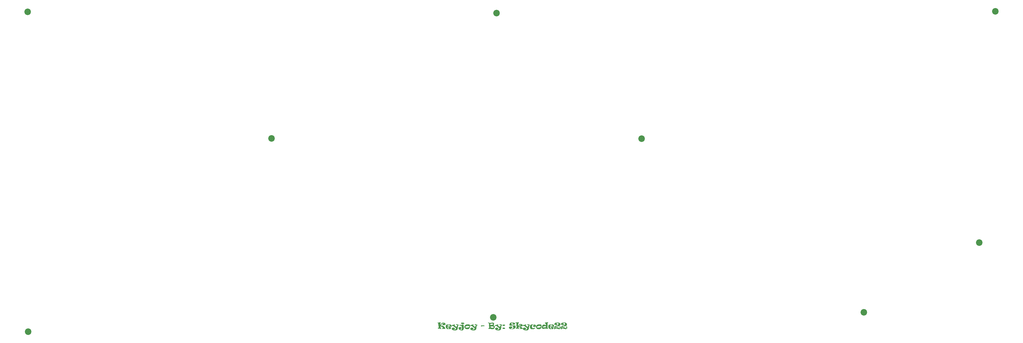
<source format=gbr>
G04 #@! TF.GenerationSoftware,KiCad,Pcbnew,7.0.6*
G04 #@! TF.CreationDate,2023-09-10T15:30:55-07:00*
G04 #@! TF.ProjectId,top plate,746f7020-706c-4617-9465-2e6b69636164,rev?*
G04 #@! TF.SameCoordinates,Original*
G04 #@! TF.FileFunction,Soldermask,Top*
G04 #@! TF.FilePolarity,Negative*
%FSLAX46Y46*%
G04 Gerber Fmt 4.6, Leading zero omitted, Abs format (unit mm)*
G04 Created by KiCad (PCBNEW 7.0.6) date 2023-09-10 15:30:55*
%MOMM*%
%LPD*%
G01*
G04 APERTURE LIST*
%ADD10C,0.150000*%
%ADD11C,2.200000*%
G04 APERTURE END LIST*
D10*
G36*
X292215485Y-245616136D02*
G01*
X292213934Y-245643882D01*
X292209280Y-245670579D01*
X292201523Y-245696226D01*
X292190664Y-245720824D01*
X292176702Y-245744373D01*
X292159637Y-245766872D01*
X292139470Y-245788321D01*
X292116200Y-245808721D01*
X292089828Y-245828072D01*
X292060353Y-245846373D01*
X292027775Y-245863624D01*
X291992094Y-245879826D01*
X291973091Y-245887534D01*
X291953311Y-245894979D01*
X291932756Y-245902162D01*
X291911425Y-245909082D01*
X291889319Y-245915740D01*
X291866437Y-245922136D01*
X291842779Y-245928269D01*
X291818346Y-245934140D01*
X291799043Y-245938576D01*
X291770518Y-245944694D01*
X291742509Y-245950168D01*
X291715014Y-245954998D01*
X291688035Y-245959184D01*
X291661571Y-245962726D01*
X291635622Y-245965624D01*
X291610188Y-245967878D01*
X291585270Y-245969488D01*
X291560866Y-245970454D01*
X291536978Y-245970776D01*
X291517261Y-245970578D01*
X291488623Y-245969536D01*
X291461110Y-245967601D01*
X291434722Y-245964773D01*
X291409459Y-245961052D01*
X291385320Y-245956438D01*
X291362306Y-245950931D01*
X291340418Y-245944532D01*
X291319654Y-245937239D01*
X291300015Y-245929053D01*
X291281500Y-245919974D01*
X291263530Y-245909604D01*
X291247354Y-245898461D01*
X291228578Y-245882402D01*
X291212992Y-245864969D01*
X291200597Y-245846163D01*
X291191392Y-245825982D01*
X291185377Y-245804428D01*
X291182553Y-245781499D01*
X291182338Y-245769520D01*
X291183694Y-245743424D01*
X291186665Y-245718075D01*
X291191251Y-245693472D01*
X291197450Y-245669617D01*
X291205264Y-245646509D01*
X291214692Y-245624148D01*
X291225735Y-245602534D01*
X291238391Y-245581667D01*
X291252662Y-245561547D01*
X291268548Y-245542174D01*
X291280035Y-245529674D01*
X291297613Y-245512508D01*
X291316885Y-245495938D01*
X291332451Y-245483901D01*
X291348970Y-245472198D01*
X291366443Y-245460831D01*
X291384868Y-245449799D01*
X291404247Y-245439101D01*
X291424579Y-245428738D01*
X291445864Y-245418711D01*
X291468102Y-245409018D01*
X291486664Y-245402156D01*
X291505227Y-245395248D01*
X291523789Y-245388295D01*
X291542352Y-245381296D01*
X291560914Y-245374251D01*
X291579477Y-245367161D01*
X291598039Y-245360024D01*
X291616601Y-245352842D01*
X291634553Y-245342950D01*
X291649780Y-245329555D01*
X291657594Y-245310429D01*
X291657634Y-245308878D01*
X291644655Y-245292115D01*
X291623764Y-245286048D01*
X291601645Y-245283620D01*
X291578988Y-245282988D01*
X291547246Y-245283782D01*
X291515708Y-245286164D01*
X291484373Y-245290132D01*
X291453241Y-245295689D01*
X291422312Y-245302833D01*
X291391587Y-245311565D01*
X291361065Y-245321884D01*
X291330746Y-245333791D01*
X291300630Y-245347285D01*
X291270717Y-245362367D01*
X291241008Y-245379037D01*
X291211502Y-245397294D01*
X291182199Y-245417139D01*
X291153099Y-245438571D01*
X291124203Y-245461591D01*
X291095509Y-245486198D01*
X291067019Y-245512393D01*
X291038732Y-245540176D01*
X291010649Y-245569546D01*
X290982768Y-245600504D01*
X290955091Y-245633049D01*
X290927617Y-245667182D01*
X290900346Y-245702903D01*
X290873279Y-245740211D01*
X290846415Y-245779107D01*
X290819753Y-245819590D01*
X290793296Y-245861661D01*
X290767041Y-245905319D01*
X290740989Y-245950565D01*
X290715141Y-245997399D01*
X290689496Y-246045820D01*
X290664054Y-246095829D01*
X290666985Y-246095829D01*
X290687452Y-246095829D01*
X290708880Y-246095829D01*
X290711437Y-246095829D01*
X290732412Y-246095829D01*
X290753325Y-246095829D01*
X290774177Y-246095829D01*
X290794968Y-246095829D01*
X290816891Y-246096015D01*
X290838877Y-246096575D01*
X290860927Y-246097507D01*
X290883041Y-246098813D01*
X290905219Y-246100492D01*
X290927461Y-246102543D01*
X290949766Y-246104968D01*
X290972136Y-246107766D01*
X290994570Y-246110937D01*
X291017067Y-246114481D01*
X291039629Y-246118398D01*
X291062254Y-246122688D01*
X291084943Y-246127351D01*
X291107697Y-246132387D01*
X291130514Y-246137796D01*
X291153395Y-246143578D01*
X291176340Y-246149733D01*
X291199349Y-246156261D01*
X291222422Y-246163163D01*
X291245558Y-246170437D01*
X291268759Y-246178084D01*
X291292024Y-246186105D01*
X291315352Y-246194498D01*
X291338745Y-246203265D01*
X291362201Y-246212404D01*
X291385721Y-246221917D01*
X291409306Y-246231803D01*
X291432954Y-246242061D01*
X291456666Y-246252693D01*
X291480442Y-246263698D01*
X291504282Y-246275076D01*
X291528186Y-246286826D01*
X291564881Y-246305522D01*
X291600411Y-246324848D01*
X291634776Y-246344806D01*
X291667976Y-246365396D01*
X291700012Y-246386618D01*
X291730882Y-246408471D01*
X291760588Y-246430955D01*
X291789128Y-246454072D01*
X291816504Y-246477820D01*
X291842715Y-246502199D01*
X291867761Y-246527210D01*
X291891642Y-246552853D01*
X291914358Y-246579127D01*
X291935909Y-246606033D01*
X291956295Y-246633570D01*
X291975516Y-246661739D01*
X291993573Y-246690540D01*
X292010464Y-246719972D01*
X292026190Y-246750036D01*
X292040752Y-246780731D01*
X292054149Y-246812058D01*
X292066380Y-246844017D01*
X292077447Y-246876607D01*
X292087349Y-246909829D01*
X292096086Y-246943682D01*
X292103658Y-246978167D01*
X292110065Y-247013284D01*
X292115307Y-247049032D01*
X292119384Y-247085412D01*
X292122297Y-247122423D01*
X292124044Y-247160066D01*
X292124627Y-247198341D01*
X292093830Y-247197830D01*
X292063415Y-247197335D01*
X292033383Y-247196857D01*
X292003734Y-247196394D01*
X291974467Y-247195948D01*
X291945583Y-247195519D01*
X291917082Y-247195105D01*
X291888963Y-247194708D01*
X291861226Y-247194326D01*
X291833873Y-247193962D01*
X291806901Y-247193613D01*
X291780313Y-247193280D01*
X291754107Y-247192964D01*
X291728283Y-247192664D01*
X291702843Y-247192380D01*
X291677784Y-247192113D01*
X291653109Y-247191861D01*
X291628815Y-247191626D01*
X291604905Y-247191407D01*
X291581377Y-247191204D01*
X291558232Y-247191018D01*
X291535469Y-247190847D01*
X291513089Y-247190693D01*
X291491091Y-247190556D01*
X291469476Y-247190434D01*
X291448244Y-247190328D01*
X291427394Y-247190239D01*
X291406927Y-247190166D01*
X291386842Y-247190109D01*
X291367140Y-247190069D01*
X291328883Y-247190037D01*
X291298925Y-247190069D01*
X291270479Y-247190166D01*
X291243543Y-247190328D01*
X291218119Y-247190556D01*
X291194206Y-247190847D01*
X291171805Y-247191204D01*
X291150914Y-247191626D01*
X291122412Y-247192380D01*
X291097311Y-247193280D01*
X291075609Y-247194326D01*
X291051963Y-247195948D01*
X291030907Y-247198341D01*
X291023587Y-247178093D01*
X291018662Y-247156919D01*
X291016296Y-247137318D01*
X291015764Y-247122137D01*
X291017143Y-247101704D01*
X291022969Y-247081959D01*
X291037830Y-247067053D01*
X291044585Y-247064984D01*
X291067306Y-247057977D01*
X291088577Y-247051246D01*
X291108396Y-247044788D01*
X291132565Y-247036606D01*
X291154154Y-247028913D01*
X291173163Y-247021707D01*
X291193296Y-247013388D01*
X291212135Y-247004412D01*
X291231484Y-246992833D01*
X291248253Y-246980568D01*
X291265586Y-246964270D01*
X291278888Y-246946898D01*
X291288159Y-246928454D01*
X291293399Y-246908936D01*
X291294689Y-246892549D01*
X291293934Y-246872156D01*
X291291667Y-246851768D01*
X291287889Y-246831383D01*
X291282599Y-246811002D01*
X291275799Y-246790625D01*
X291267487Y-246770252D01*
X291257664Y-246749882D01*
X291246329Y-246729517D01*
X291233484Y-246709155D01*
X291219127Y-246688797D01*
X291203259Y-246668443D01*
X291185879Y-246648092D01*
X291166988Y-246627746D01*
X291146587Y-246607403D01*
X291124673Y-246587064D01*
X291101249Y-246566729D01*
X291072541Y-246543778D01*
X291043081Y-246522307D01*
X291012869Y-246502317D01*
X290981906Y-246483808D01*
X290950191Y-246466780D01*
X290917723Y-246451232D01*
X290884504Y-246437166D01*
X290850534Y-246424579D01*
X290815811Y-246413474D01*
X290780337Y-246403849D01*
X290744111Y-246395705D01*
X290707133Y-246389042D01*
X290669403Y-246383860D01*
X290630921Y-246380158D01*
X290611399Y-246378862D01*
X290591688Y-246377937D01*
X290571789Y-246377381D01*
X290551703Y-246377196D01*
X290531400Y-246381179D01*
X290518272Y-246396156D01*
X290516043Y-246410902D01*
X290520772Y-246447979D01*
X290523705Y-246467489D01*
X290527019Y-246487647D01*
X290530712Y-246508453D01*
X290534785Y-246529907D01*
X290539238Y-246552009D01*
X290544070Y-246574758D01*
X290549282Y-246598155D01*
X290554874Y-246622201D01*
X290560845Y-246646893D01*
X290567197Y-246672234D01*
X290573928Y-246698223D01*
X290581038Y-246724859D01*
X290588529Y-246752143D01*
X290596399Y-246780075D01*
X290604649Y-246808655D01*
X290613279Y-246837882D01*
X290622288Y-246867758D01*
X290631677Y-246898281D01*
X290641446Y-246929452D01*
X290651594Y-246961271D01*
X290662122Y-246993737D01*
X290673030Y-247026852D01*
X290684318Y-247060614D01*
X290695985Y-247095024D01*
X290708032Y-247130082D01*
X290720459Y-247165788D01*
X290733266Y-247202141D01*
X290746452Y-247239143D01*
X290760018Y-247276792D01*
X290773964Y-247315089D01*
X290747518Y-247302873D01*
X290728795Y-247294691D01*
X290709199Y-247286478D01*
X290688728Y-247278235D01*
X290667384Y-247269961D01*
X290645165Y-247261657D01*
X290622073Y-247253322D01*
X290598106Y-247244957D01*
X290573266Y-247236561D01*
X290547552Y-247228135D01*
X290520964Y-247219678D01*
X290493502Y-247211190D01*
X290465166Y-247202672D01*
X290435956Y-247194124D01*
X290405872Y-247185545D01*
X290390502Y-247181244D01*
X290371311Y-247176014D01*
X290352328Y-247170951D01*
X290314985Y-247161323D01*
X290278475Y-247152358D01*
X290242796Y-247144058D01*
X290207950Y-247136421D01*
X290173935Y-247129449D01*
X290140753Y-247123141D01*
X290108402Y-247117496D01*
X290076883Y-247112516D01*
X290046196Y-247108200D01*
X290016341Y-247104548D01*
X289987318Y-247101560D01*
X289959127Y-247099235D01*
X289931768Y-247097575D01*
X289905241Y-247096579D01*
X289879546Y-247096247D01*
X289852905Y-247096797D01*
X289827568Y-247098445D01*
X289803537Y-247101193D01*
X289780811Y-247105040D01*
X289759390Y-247109986D01*
X289739275Y-247116031D01*
X289720464Y-247123175D01*
X289697414Y-247134410D01*
X289676684Y-247147599D01*
X289662659Y-247158773D01*
X289668032Y-246770427D01*
X289687667Y-246764285D01*
X289708469Y-246759413D01*
X289730440Y-246755813D01*
X289753578Y-246753483D01*
X289773752Y-246752512D01*
X289786246Y-246752353D01*
X289806999Y-246752903D01*
X289828045Y-246754552D01*
X289849383Y-246757299D01*
X289871013Y-246761146D01*
X289892935Y-246766092D01*
X289915148Y-246772137D01*
X289937654Y-246779281D01*
X289960452Y-246787524D01*
X289983541Y-246796867D01*
X290006923Y-246807308D01*
X290022673Y-246814879D01*
X290011310Y-246783189D01*
X290000179Y-246750644D01*
X289989282Y-246717243D01*
X289978617Y-246682988D01*
X289968185Y-246647878D01*
X289957986Y-246611914D01*
X289948020Y-246575094D01*
X289938287Y-246537420D01*
X289933507Y-246518262D01*
X289928786Y-246498890D01*
X289924123Y-246479305D01*
X289919518Y-246459506D01*
X289914972Y-246439493D01*
X289910483Y-246419267D01*
X289906053Y-246398827D01*
X289901681Y-246378173D01*
X289897367Y-246357306D01*
X289893111Y-246336225D01*
X289888914Y-246314930D01*
X289884775Y-246293421D01*
X289880694Y-246271699D01*
X289876671Y-246249763D01*
X289872706Y-246227613D01*
X289868800Y-246205249D01*
X289864833Y-246181516D01*
X289860991Y-246157881D01*
X289857276Y-246134346D01*
X289853687Y-246110911D01*
X289850224Y-246087574D01*
X289846886Y-246064336D01*
X289843675Y-246041198D01*
X289840590Y-246018159D01*
X289837630Y-245995220D01*
X289834796Y-245972379D01*
X289832089Y-245949638D01*
X289829507Y-245926996D01*
X289827051Y-245904453D01*
X289824721Y-245882009D01*
X289822517Y-245859665D01*
X289820440Y-245837420D01*
X289818487Y-245815274D01*
X289816661Y-245793227D01*
X289814961Y-245771279D01*
X289813387Y-245749431D01*
X289811939Y-245727682D01*
X289810616Y-245706032D01*
X289809420Y-245684482D01*
X289808349Y-245663030D01*
X289807405Y-245641678D01*
X289806586Y-245620425D01*
X289805894Y-245599271D01*
X289805327Y-245578217D01*
X289804886Y-245557262D01*
X289804571Y-245536406D01*
X289804382Y-245515649D01*
X289804319Y-245494991D01*
X289804564Y-245475330D01*
X289805122Y-245454139D01*
X289805296Y-245448585D01*
X289806189Y-245427588D01*
X289806710Y-245407432D01*
X289806762Y-245400225D01*
X289805164Y-245376767D01*
X289800370Y-245355240D01*
X289792379Y-245335646D01*
X289781193Y-245317984D01*
X289766810Y-245302253D01*
X289749231Y-245288455D01*
X289741305Y-245283477D01*
X289723170Y-245274339D01*
X289704970Y-245266840D01*
X289683488Y-245259173D01*
X289658725Y-245251338D01*
X289637998Y-245245352D01*
X289615425Y-245239271D01*
X289591006Y-245233096D01*
X289564741Y-245226826D01*
X289536629Y-245220462D01*
X289519387Y-245207805D01*
X289511327Y-245189579D01*
X289506710Y-245168408D01*
X289504389Y-245147556D01*
X289503290Y-245123223D01*
X289503267Y-245102689D01*
X289503412Y-245095410D01*
X289535063Y-245092685D01*
X289567001Y-245089884D01*
X289599227Y-245087006D01*
X289631739Y-245084053D01*
X289664539Y-245081022D01*
X289697625Y-245077916D01*
X289730999Y-245074733D01*
X289764661Y-245071474D01*
X289798609Y-245068139D01*
X289832844Y-245064727D01*
X289867367Y-245061239D01*
X289902177Y-245057674D01*
X289937274Y-245054034D01*
X289972658Y-245050317D01*
X290008330Y-245046523D01*
X290044288Y-245042653D01*
X290080534Y-245038707D01*
X290117067Y-245034685D01*
X290153887Y-245030586D01*
X290190994Y-245026411D01*
X290228389Y-245022160D01*
X290266070Y-245017832D01*
X290304039Y-245013428D01*
X290342295Y-245008948D01*
X290380838Y-245004391D01*
X290419668Y-244999758D01*
X290458786Y-244995049D01*
X290498191Y-244990263D01*
X290537882Y-244985401D01*
X290577861Y-244980463D01*
X290618128Y-244975448D01*
X290658681Y-244970358D01*
X290645247Y-245001055D01*
X290632240Y-245031783D01*
X290619659Y-245062540D01*
X290607504Y-245093326D01*
X290595777Y-245124142D01*
X290584475Y-245154988D01*
X290573600Y-245185863D01*
X290563151Y-245216768D01*
X290553129Y-245247702D01*
X290543534Y-245278666D01*
X290534365Y-245309660D01*
X290525622Y-245340683D01*
X290517306Y-245371736D01*
X290509416Y-245402818D01*
X290501953Y-245433930D01*
X290494916Y-245465071D01*
X290488306Y-245496242D01*
X290482122Y-245527443D01*
X290476365Y-245558673D01*
X290471034Y-245589933D01*
X290466129Y-245621222D01*
X290461651Y-245652541D01*
X290457600Y-245683890D01*
X290453975Y-245715268D01*
X290450776Y-245746675D01*
X290448004Y-245778112D01*
X290445659Y-245809579D01*
X290443740Y-245841076D01*
X290442247Y-245872602D01*
X290441181Y-245904157D01*
X290440541Y-245935742D01*
X290440328Y-245967357D01*
X290440374Y-245988491D01*
X290440511Y-246008176D01*
X290440812Y-246030742D01*
X290441255Y-246051042D01*
X290441977Y-246072412D01*
X290443078Y-246093219D01*
X290443259Y-246095829D01*
X290455308Y-246065289D01*
X290467397Y-246035281D01*
X290479526Y-246005805D01*
X290491695Y-245976859D01*
X290503904Y-245948446D01*
X290516154Y-245920563D01*
X290528443Y-245893212D01*
X290540773Y-245866393D01*
X290553142Y-245840105D01*
X290565552Y-245814348D01*
X290578002Y-245789123D01*
X290590491Y-245764429D01*
X290603021Y-245740267D01*
X290615591Y-245716636D01*
X290628201Y-245693536D01*
X290640851Y-245670968D01*
X290653541Y-245648931D01*
X290666272Y-245627426D01*
X290679042Y-245606452D01*
X290691852Y-245586010D01*
X290704703Y-245566099D01*
X290717593Y-245546719D01*
X290730524Y-245527871D01*
X290743494Y-245509554D01*
X290756505Y-245491769D01*
X290769556Y-245474515D01*
X290782647Y-245457792D01*
X290795778Y-245441601D01*
X290808949Y-245425941D01*
X290822160Y-245410813D01*
X290835411Y-245396216D01*
X290848702Y-245382151D01*
X290866290Y-245364510D01*
X290884190Y-245347428D01*
X290902400Y-245330907D01*
X290920921Y-245314946D01*
X290939754Y-245299545D01*
X290958897Y-245284704D01*
X290978352Y-245270423D01*
X290998117Y-245256702D01*
X291018194Y-245243541D01*
X291038582Y-245230940D01*
X291059280Y-245218899D01*
X291080290Y-245207418D01*
X291101611Y-245196497D01*
X291123242Y-245186137D01*
X291145185Y-245176336D01*
X291167439Y-245167095D01*
X291190004Y-245158414D01*
X291212879Y-245150294D01*
X291236066Y-245142733D01*
X291259564Y-245135733D01*
X291283373Y-245129292D01*
X291307493Y-245123412D01*
X291331924Y-245118092D01*
X291356666Y-245113331D01*
X291381719Y-245109131D01*
X291407083Y-245105491D01*
X291432758Y-245102410D01*
X291458744Y-245099890D01*
X291485041Y-245097930D01*
X291511650Y-245096530D01*
X291538569Y-245095690D01*
X291565799Y-245095410D01*
X291590894Y-245095723D01*
X291615561Y-245096662D01*
X291639800Y-245098226D01*
X291663611Y-245100417D01*
X291686992Y-245103233D01*
X291709946Y-245106676D01*
X291732471Y-245110744D01*
X291754568Y-245115438D01*
X291776237Y-245120758D01*
X291797477Y-245126703D01*
X291818288Y-245133275D01*
X291838672Y-245140473D01*
X291858627Y-245148296D01*
X291878153Y-245156745D01*
X291897251Y-245165820D01*
X291915921Y-245175521D01*
X291934162Y-245185848D01*
X291951975Y-245196801D01*
X291969360Y-245208380D01*
X291986316Y-245220584D01*
X292002844Y-245233415D01*
X292018944Y-245246871D01*
X292034615Y-245260953D01*
X292049858Y-245275661D01*
X292064672Y-245290995D01*
X292079058Y-245306955D01*
X292093016Y-245323540D01*
X292106545Y-245340752D01*
X292119646Y-245358589D01*
X292132318Y-245377052D01*
X292144562Y-245396141D01*
X292156378Y-245415856D01*
X292166941Y-245435131D01*
X292176465Y-245454302D01*
X292184950Y-245473370D01*
X292192396Y-245492335D01*
X292198803Y-245511197D01*
X292205730Y-245536186D01*
X292210809Y-245560992D01*
X292214042Y-245585615D01*
X292215427Y-245610054D01*
X292215485Y-245616136D01*
G37*
G36*
X293433986Y-245658461D02*
G01*
X293472803Y-245659407D01*
X293510652Y-245660983D01*
X293547532Y-245663191D01*
X293583444Y-245666028D01*
X293618387Y-245669497D01*
X293652362Y-245673596D01*
X293685369Y-245678326D01*
X293717407Y-245683686D01*
X293748477Y-245689677D01*
X293778579Y-245696299D01*
X293807712Y-245703552D01*
X293835876Y-245711435D01*
X293863073Y-245719948D01*
X293889301Y-245729093D01*
X293914560Y-245738868D01*
X293938851Y-245749273D01*
X293962174Y-245760309D01*
X293984529Y-245771976D01*
X294005915Y-245784274D01*
X294026332Y-245797202D01*
X294045782Y-245810761D01*
X294064263Y-245824950D01*
X294081775Y-245839770D01*
X294098319Y-245855221D01*
X294113895Y-245871303D01*
X294128502Y-245888015D01*
X294142141Y-245905357D01*
X294154812Y-245923331D01*
X294166514Y-245941935D01*
X294177248Y-245961169D01*
X294187013Y-245981034D01*
X294195176Y-245999730D01*
X294202813Y-246019060D01*
X294209922Y-246039023D01*
X294216505Y-246059620D01*
X294222562Y-246080850D01*
X294228092Y-246102713D01*
X294233095Y-246125210D01*
X294237571Y-246148341D01*
X294241521Y-246172105D01*
X294244944Y-246196502D01*
X294247841Y-246221533D01*
X294250211Y-246247198D01*
X294252054Y-246273496D01*
X294253371Y-246300428D01*
X294254161Y-246327993D01*
X294254424Y-246356191D01*
X294254293Y-246378770D01*
X294253899Y-246402540D01*
X294253396Y-246422416D01*
X294252724Y-246443054D01*
X294251884Y-246464456D01*
X294250877Y-246486621D01*
X294249701Y-246509549D01*
X294249051Y-246521300D01*
X294235373Y-246533512D01*
X294205020Y-246527656D01*
X294172336Y-246521567D01*
X294137319Y-246515245D01*
X294099971Y-246508691D01*
X294080423Y-246505326D01*
X294060291Y-246501903D01*
X294039577Y-246498422D01*
X294018279Y-246494883D01*
X293996399Y-246491286D01*
X293973936Y-246487630D01*
X293950890Y-246483917D01*
X293927261Y-246480145D01*
X293903049Y-246476315D01*
X293878254Y-246472426D01*
X293852876Y-246468480D01*
X293826915Y-246464475D01*
X293800371Y-246460412D01*
X293773245Y-246456291D01*
X293745535Y-246452112D01*
X293717243Y-246447874D01*
X293688367Y-246443578D01*
X293658909Y-246439224D01*
X293628867Y-246434812D01*
X293598243Y-246430342D01*
X293567036Y-246425814D01*
X293535245Y-246421227D01*
X293502872Y-246416582D01*
X293469916Y-246411879D01*
X293440833Y-246407822D01*
X293412630Y-246403893D01*
X293385306Y-246400094D01*
X293358862Y-246396423D01*
X293333298Y-246392881D01*
X293308613Y-246389468D01*
X293284808Y-246386183D01*
X293261882Y-246383028D01*
X293239837Y-246380001D01*
X293218670Y-246377103D01*
X293198384Y-246374334D01*
X293178977Y-246371693D01*
X293142802Y-246366799D01*
X293110146Y-246362420D01*
X293081009Y-246358556D01*
X293055390Y-246355207D01*
X293033290Y-246352373D01*
X293006737Y-246349089D01*
X292983649Y-246346513D01*
X292975569Y-246345933D01*
X292961677Y-246362084D01*
X292956220Y-246382272D01*
X292952778Y-246402713D01*
X292949894Y-246427695D01*
X292947569Y-246457221D01*
X292946329Y-246479428D01*
X292945336Y-246503654D01*
X292944592Y-246529898D01*
X292944096Y-246558162D01*
X292943848Y-246588444D01*
X292943817Y-246604342D01*
X292943957Y-246624545D01*
X292944376Y-246644425D01*
X292945075Y-246663982D01*
X292947311Y-246702130D01*
X292950666Y-246738988D01*
X292955139Y-246774556D01*
X292960729Y-246808834D01*
X292967438Y-246841822D01*
X292975266Y-246873520D01*
X292984211Y-246903928D01*
X292994275Y-246933046D01*
X293005456Y-246960875D01*
X293017756Y-246987413D01*
X293031174Y-247012662D01*
X293045711Y-247036621D01*
X293061365Y-247059289D01*
X293078138Y-247080668D01*
X293086943Y-247090874D01*
X293100739Y-247105694D01*
X293115016Y-247119626D01*
X293129774Y-247132668D01*
X293152812Y-247150564D01*
X293176932Y-247166459D01*
X293202133Y-247180354D01*
X293228417Y-247192248D01*
X293255783Y-247202141D01*
X293274628Y-247207625D01*
X293293953Y-247212220D01*
X293313760Y-247215926D01*
X293334047Y-247218742D01*
X293354816Y-247220669D01*
X293365380Y-247221300D01*
X293389202Y-247221635D01*
X293412550Y-247220445D01*
X293435424Y-247217728D01*
X293457826Y-247213484D01*
X293479755Y-247207714D01*
X293501210Y-247200417D01*
X293522192Y-247191594D01*
X293542701Y-247181244D01*
X293559444Y-247170301D01*
X293572468Y-247155140D01*
X293574452Y-247146561D01*
X293562628Y-247130036D01*
X293557844Y-247127510D01*
X293535629Y-247123217D01*
X293513926Y-247118397D01*
X293492734Y-247113050D01*
X293472053Y-247107177D01*
X293451884Y-247100777D01*
X293432226Y-247093851D01*
X293413080Y-247086397D01*
X293394445Y-247078418D01*
X293376322Y-247069911D01*
X293358709Y-247060878D01*
X293341609Y-247051318D01*
X293316916Y-247035991D01*
X293293374Y-247019479D01*
X293270983Y-247001782D01*
X293263775Y-246995619D01*
X293243435Y-246976600D01*
X293225095Y-246956911D01*
X293208756Y-246936552D01*
X293194418Y-246915523D01*
X293182080Y-246893824D01*
X293171743Y-246871456D01*
X293163407Y-246848418D01*
X293157072Y-246824710D01*
X293152737Y-246800333D01*
X293150403Y-246775285D01*
X293149958Y-246758215D01*
X293151515Y-246737119D01*
X293156186Y-246717060D01*
X293163971Y-246698040D01*
X293174871Y-246680057D01*
X293188884Y-246663113D01*
X293206012Y-246647207D01*
X293226253Y-246632338D01*
X293243478Y-246621868D01*
X293249609Y-246618508D01*
X293268925Y-246608905D01*
X293289503Y-246600247D01*
X293311343Y-246592534D01*
X293334445Y-246585764D01*
X293358810Y-246579940D01*
X293384437Y-246575060D01*
X293411326Y-246571124D01*
X293439477Y-246568133D01*
X293468891Y-246566087D01*
X293489201Y-246565247D01*
X293510073Y-246564827D01*
X293520719Y-246564775D01*
X293543004Y-246564989D01*
X293565530Y-246565633D01*
X293588296Y-246566707D01*
X293611302Y-246568209D01*
X293634549Y-246570141D01*
X293658037Y-246572503D01*
X293681764Y-246575293D01*
X293705733Y-246578513D01*
X293729941Y-246582163D01*
X293754390Y-246586241D01*
X293770823Y-246589199D01*
X293792642Y-246593616D01*
X293813768Y-246598316D01*
X293834201Y-246603301D01*
X293853942Y-246608571D01*
X293872990Y-246614124D01*
X293909008Y-246626085D01*
X293942256Y-246639182D01*
X293972733Y-246653417D01*
X294000439Y-246668789D01*
X294025375Y-246685298D01*
X294047540Y-246702945D01*
X294066934Y-246721729D01*
X294083558Y-246741650D01*
X294097411Y-246762708D01*
X294108494Y-246784903D01*
X294116806Y-246808236D01*
X294122347Y-246832706D01*
X294125118Y-246858314D01*
X294125464Y-246871544D01*
X294124296Y-246894178D01*
X294120793Y-246917019D01*
X294116089Y-246936210D01*
X294109764Y-246955544D01*
X294101816Y-246975022D01*
X294092247Y-246994642D01*
X294080596Y-247015693D01*
X294068601Y-247035980D01*
X294056263Y-247055504D01*
X294043582Y-247074265D01*
X294030557Y-247092263D01*
X294017188Y-247109497D01*
X294003476Y-247125969D01*
X293989421Y-247141676D01*
X293975022Y-247156621D01*
X293960279Y-247170802D01*
X293945194Y-247184220D01*
X293929764Y-247196875D01*
X293913992Y-247208767D01*
X293897875Y-247219895D01*
X293873057Y-247235157D01*
X293864613Y-247239862D01*
X293839078Y-247252757D01*
X293811932Y-247264821D01*
X293783177Y-247276052D01*
X293752810Y-247286451D01*
X293720834Y-247296019D01*
X293687246Y-247304754D01*
X293652049Y-247312658D01*
X293615241Y-247319729D01*
X293576822Y-247325969D01*
X293557009Y-247328777D01*
X293536793Y-247331377D01*
X293516174Y-247333769D01*
X293495153Y-247335953D01*
X293473730Y-247337928D01*
X293451903Y-247339696D01*
X293429674Y-247341256D01*
X293407043Y-247342608D01*
X293384008Y-247343752D01*
X293360572Y-247344688D01*
X293336732Y-247345416D01*
X293312490Y-247345936D01*
X293287845Y-247346248D01*
X293262798Y-247346352D01*
X293233947Y-247346016D01*
X293205460Y-247345007D01*
X293177339Y-247343325D01*
X293149584Y-247340971D01*
X293122194Y-247337944D01*
X293095169Y-247334245D01*
X293068510Y-247329873D01*
X293042216Y-247324828D01*
X293016288Y-247319111D01*
X292990725Y-247312721D01*
X292965527Y-247305658D01*
X292940695Y-247297923D01*
X292916229Y-247289515D01*
X292892127Y-247280435D01*
X292868391Y-247270682D01*
X292845021Y-247260256D01*
X292822016Y-247249158D01*
X292799376Y-247237387D01*
X292777102Y-247224944D01*
X292755193Y-247211828D01*
X292733649Y-247198039D01*
X292712471Y-247183577D01*
X292691659Y-247168443D01*
X292671211Y-247152637D01*
X292651130Y-247136158D01*
X292631413Y-247119006D01*
X292612062Y-247101181D01*
X292593077Y-247082684D01*
X292574457Y-247063514D01*
X292556202Y-247043672D01*
X292538312Y-247023157D01*
X292520788Y-247001970D01*
X292506152Y-246983577D01*
X292491981Y-246965035D01*
X292478274Y-246946345D01*
X292465032Y-246927506D01*
X292452255Y-246908518D01*
X292439942Y-246889381D01*
X292428094Y-246870096D01*
X292416710Y-246850661D01*
X292405792Y-246831078D01*
X292395337Y-246811346D01*
X292385348Y-246791465D01*
X292375823Y-246771435D01*
X292366762Y-246751256D01*
X292358167Y-246730929D01*
X292350035Y-246710452D01*
X292342369Y-246689827D01*
X292335167Y-246669053D01*
X292328430Y-246648130D01*
X292322157Y-246627059D01*
X292316350Y-246605838D01*
X292311006Y-246584469D01*
X292306128Y-246562951D01*
X292301714Y-246541284D01*
X292297764Y-246519468D01*
X292294279Y-246497503D01*
X292291259Y-246475390D01*
X292288704Y-246453127D01*
X292286613Y-246430716D01*
X292284987Y-246408156D01*
X292283825Y-246385447D01*
X292283128Y-246362589D01*
X292282896Y-246339583D01*
X292283981Y-246297659D01*
X292287237Y-246257065D01*
X292292663Y-246217803D01*
X292300260Y-246179871D01*
X292310027Y-246143270D01*
X292321965Y-246108001D01*
X292336074Y-246074062D01*
X292352352Y-246041454D01*
X292357449Y-246032814D01*
X292862728Y-246032814D01*
X292864946Y-246055588D01*
X292871597Y-246076892D01*
X292882684Y-246096727D01*
X292898205Y-246115093D01*
X292918160Y-246131990D01*
X292942550Y-246147417D01*
X292971375Y-246161375D01*
X293004634Y-246173864D01*
X293042327Y-246184884D01*
X293062837Y-246189842D01*
X293084455Y-246194434D01*
X293107182Y-246198658D01*
X293131018Y-246202515D01*
X293155962Y-246206004D01*
X293182015Y-246209127D01*
X293209176Y-246211882D01*
X293237447Y-246214269D01*
X293266825Y-246216289D01*
X293297313Y-246217942D01*
X293328909Y-246219228D01*
X293361614Y-246220146D01*
X293395427Y-246220697D01*
X293430349Y-246220881D01*
X293466432Y-246220261D01*
X293500187Y-246218400D01*
X293531614Y-246215300D01*
X293560713Y-246210959D01*
X293587485Y-246205377D01*
X293611928Y-246198556D01*
X293634044Y-246190494D01*
X293653831Y-246181191D01*
X293671291Y-246170649D01*
X293693115Y-246152510D01*
X293709702Y-246131580D01*
X293721050Y-246107859D01*
X293727161Y-246081348D01*
X293728325Y-246062123D01*
X293726753Y-246042194D01*
X293722036Y-246023197D01*
X293714174Y-246005130D01*
X293703168Y-245987995D01*
X293689017Y-245971791D01*
X293671722Y-245956519D01*
X293651282Y-245942177D01*
X293633888Y-245932032D01*
X293627697Y-245928766D01*
X293608354Y-245919513D01*
X293587878Y-245911170D01*
X293566268Y-245903736D01*
X293543525Y-245897213D01*
X293519648Y-245891600D01*
X293494638Y-245886898D01*
X293468495Y-245883105D01*
X293441218Y-245880223D01*
X293412807Y-245878251D01*
X293393237Y-245877442D01*
X293373164Y-245877038D01*
X293362938Y-245876987D01*
X293339078Y-245877136D01*
X293315616Y-245877582D01*
X293292550Y-245878326D01*
X293269881Y-245879368D01*
X293247609Y-245880708D01*
X293225734Y-245882345D01*
X293204256Y-245884280D01*
X293183175Y-245886512D01*
X293162491Y-245889043D01*
X293142203Y-245891871D01*
X293122313Y-245894996D01*
X293102819Y-245898419D01*
X293074323Y-245904112D01*
X293046720Y-245910475D01*
X293028814Y-245915089D01*
X293008702Y-245920643D01*
X292989887Y-245926438D01*
X292964099Y-245935582D01*
X292941230Y-245945266D01*
X292921280Y-245955491D01*
X292904250Y-245966258D01*
X292886084Y-245981454D01*
X292873109Y-245997612D01*
X292864188Y-246019163D01*
X292862728Y-246032814D01*
X292357449Y-246032814D01*
X292370802Y-246010177D01*
X292391422Y-245980231D01*
X292414212Y-245951616D01*
X292439173Y-245924332D01*
X292466305Y-245898379D01*
X292495607Y-245873756D01*
X292527079Y-245850465D01*
X292560722Y-245828505D01*
X292596536Y-245807875D01*
X292634520Y-245788577D01*
X292674674Y-245770609D01*
X292716999Y-245753973D01*
X292761495Y-245738667D01*
X292808161Y-245724692D01*
X292856998Y-245712048D01*
X292908005Y-245700735D01*
X292961183Y-245690753D01*
X293016531Y-245682102D01*
X293074050Y-245674782D01*
X293133739Y-245668793D01*
X293195599Y-245664135D01*
X293259629Y-245660807D01*
X293325830Y-245658811D01*
X293394201Y-245658145D01*
X293433986Y-245658461D01*
G37*
G36*
X296761333Y-245939513D02*
G01*
X296746190Y-246064565D01*
X296723765Y-246056822D01*
X296702531Y-246049590D01*
X296682488Y-246042870D01*
X296663636Y-246036661D01*
X296637589Y-246028306D01*
X296614222Y-246021102D01*
X296593534Y-246015048D01*
X296570117Y-246008766D01*
X296547544Y-246003791D01*
X296530279Y-246002039D01*
X296511898Y-246008977D01*
X296497603Y-246023680D01*
X296486838Y-246041280D01*
X296476667Y-246064071D01*
X296469430Y-246084570D01*
X296462528Y-246107989D01*
X296455960Y-246134327D01*
X296451768Y-246153508D01*
X296447725Y-246173986D01*
X296443247Y-246199464D01*
X296438606Y-246229004D01*
X296435421Y-246250953D01*
X296432164Y-246274708D01*
X296428834Y-246300267D01*
X296425432Y-246327632D01*
X296421957Y-246356802D01*
X296418410Y-246387777D01*
X296414790Y-246420557D01*
X296411098Y-246455142D01*
X296407333Y-246491532D01*
X296403496Y-246529728D01*
X296401550Y-246549502D01*
X296399586Y-246569728D01*
X296397604Y-246590406D01*
X296395604Y-246611534D01*
X296393586Y-246633114D01*
X296391549Y-246655145D01*
X296389375Y-246678360D01*
X296387189Y-246701110D01*
X296384990Y-246723396D01*
X296382779Y-246745217D01*
X296380556Y-246766573D01*
X296378320Y-246787465D01*
X296376072Y-246807892D01*
X296373811Y-246827855D01*
X296371538Y-246847353D01*
X296366954Y-246884955D01*
X296362322Y-246920698D01*
X296357639Y-246954583D01*
X296352907Y-246986609D01*
X296348125Y-247016777D01*
X296343293Y-247045086D01*
X296338412Y-247071537D01*
X296333482Y-247096129D01*
X296328502Y-247118863D01*
X296323472Y-247139738D01*
X296318392Y-247158755D01*
X296315834Y-247167566D01*
X296304768Y-247202512D01*
X296293188Y-247236153D01*
X296281092Y-247268488D01*
X296268481Y-247299518D01*
X296255355Y-247329243D01*
X296241714Y-247357663D01*
X296227557Y-247384778D01*
X296212885Y-247410588D01*
X296197698Y-247435092D01*
X296181996Y-247458291D01*
X296165779Y-247480186D01*
X296149046Y-247500774D01*
X296131799Y-247520058D01*
X296114036Y-247538037D01*
X296095758Y-247554710D01*
X296076964Y-247570078D01*
X296051370Y-247588416D01*
X296024048Y-247605570D01*
X295994996Y-247621541D01*
X295964216Y-247636329D01*
X295931707Y-247649934D01*
X295897469Y-247662356D01*
X295861502Y-247673595D01*
X295823807Y-247683651D01*
X295804311Y-247688236D01*
X295784382Y-247692524D01*
X295764022Y-247696517D01*
X295743229Y-247700214D01*
X295722005Y-247703615D01*
X295700348Y-247706721D01*
X295678258Y-247709531D01*
X295655737Y-247712045D01*
X295632783Y-247714263D01*
X295609398Y-247716185D01*
X295585580Y-247717812D01*
X295561329Y-247719143D01*
X295536647Y-247720178D01*
X295511533Y-247720917D01*
X295485986Y-247721361D01*
X295460007Y-247721509D01*
X295420271Y-247721319D01*
X295381235Y-247720749D01*
X295342899Y-247719800D01*
X295305264Y-247718471D01*
X295268329Y-247716762D01*
X295232094Y-247714674D01*
X295196559Y-247712206D01*
X295161725Y-247709358D01*
X295127591Y-247706130D01*
X295094158Y-247702523D01*
X295061424Y-247698536D01*
X295029391Y-247694169D01*
X294998059Y-247689422D01*
X294967426Y-247684296D01*
X294937494Y-247678790D01*
X294908262Y-247672905D01*
X294879731Y-247666639D01*
X294851899Y-247659994D01*
X294824768Y-247652969D01*
X294798338Y-247645565D01*
X294772607Y-247637780D01*
X294747577Y-247629616D01*
X294723247Y-247621073D01*
X294699618Y-247612149D01*
X294676689Y-247602846D01*
X294654460Y-247593163D01*
X294632931Y-247583101D01*
X294612103Y-247572658D01*
X294591974Y-247561836D01*
X294572547Y-247550634D01*
X294553819Y-247539053D01*
X294535792Y-247527092D01*
X294519263Y-247515050D01*
X294503197Y-247501824D01*
X294487595Y-247487413D01*
X294472457Y-247471816D01*
X294457782Y-247455035D01*
X294443571Y-247437069D01*
X294429824Y-247417918D01*
X294416540Y-247397582D01*
X294403720Y-247376061D01*
X294391364Y-247353355D01*
X294383384Y-247337559D01*
X294372298Y-247314341D01*
X294362301Y-247291397D01*
X294353395Y-247268728D01*
X294345580Y-247246334D01*
X294338855Y-247224215D01*
X294333221Y-247202371D01*
X294328677Y-247180801D01*
X294325224Y-247159506D01*
X294322861Y-247138486D01*
X294321589Y-247117741D01*
X294321347Y-247104063D01*
X294322613Y-247077911D01*
X294326413Y-247052944D01*
X294332745Y-247029162D01*
X294341611Y-247006564D01*
X294353010Y-246985152D01*
X294366942Y-246964925D01*
X294383407Y-246945882D01*
X294402405Y-246928025D01*
X294423936Y-246911353D01*
X294448000Y-246895865D01*
X294465450Y-246886198D01*
X294491893Y-246873453D01*
X294510508Y-246865652D01*
X294529914Y-246858409D01*
X294550110Y-246851723D01*
X294571096Y-246845594D01*
X294592872Y-246840022D01*
X294615438Y-246835008D01*
X294638793Y-246830550D01*
X294662939Y-246826650D01*
X294687875Y-246823307D01*
X294713600Y-246820521D01*
X294740116Y-246818292D01*
X294767421Y-246816621D01*
X294795517Y-246815506D01*
X294824403Y-246814949D01*
X294839142Y-246814879D01*
X294869369Y-246815242D01*
X294898989Y-246816330D01*
X294928002Y-246818142D01*
X294956409Y-246820680D01*
X294984208Y-246823943D01*
X295011401Y-246827931D01*
X295037988Y-246832644D01*
X295063967Y-246838083D01*
X295089340Y-246844246D01*
X295114106Y-246851134D01*
X295138265Y-246858748D01*
X295161817Y-246867086D01*
X295184762Y-246876150D01*
X295207101Y-246885939D01*
X295228833Y-246896453D01*
X295249958Y-246907692D01*
X295268236Y-246918278D01*
X295285335Y-246929032D01*
X295308772Y-246945479D01*
X295329556Y-246962303D01*
X295347687Y-246979505D01*
X295363165Y-246997085D01*
X295375989Y-247015042D01*
X295386160Y-247033378D01*
X295393677Y-247052091D01*
X295398542Y-247071182D01*
X295400753Y-247090651D01*
X295400900Y-247097224D01*
X295399757Y-247123410D01*
X295396328Y-247148599D01*
X295390613Y-247172793D01*
X295382612Y-247195990D01*
X295372326Y-247218191D01*
X295359753Y-247239396D01*
X295344894Y-247259606D01*
X295327749Y-247278819D01*
X295308319Y-247297036D01*
X295286602Y-247314257D01*
X295262599Y-247330482D01*
X295236311Y-247345711D01*
X295207736Y-247359944D01*
X295176876Y-247373180D01*
X295143730Y-247385421D01*
X295108297Y-247396666D01*
X295085888Y-247401948D01*
X295061774Y-247407140D01*
X295036884Y-247412342D01*
X295014951Y-247416854D01*
X294990218Y-247421890D01*
X294962686Y-247427450D01*
X294942777Y-247431448D01*
X294921623Y-247435678D01*
X294899225Y-247440141D01*
X294875755Y-247443248D01*
X294855414Y-247446461D01*
X294834389Y-247450628D01*
X294813168Y-247456742D01*
X294799086Y-247467985D01*
X294813625Y-247481499D01*
X294834988Y-247487731D01*
X294857242Y-247491694D01*
X294884837Y-247495047D01*
X294906201Y-247496943D01*
X294929938Y-247498569D01*
X294956049Y-247499924D01*
X294984534Y-247501008D01*
X295015392Y-247501821D01*
X295048625Y-247502363D01*
X295084231Y-247502633D01*
X295102924Y-247502667D01*
X295130924Y-247502480D01*
X295157894Y-247501919D01*
X295183833Y-247500984D01*
X295208742Y-247499675D01*
X295232621Y-247497992D01*
X295255469Y-247495935D01*
X295277286Y-247493504D01*
X295298074Y-247490699D01*
X295317831Y-247487520D01*
X295345534Y-247482051D01*
X295370919Y-247475740D01*
X295393986Y-247468587D01*
X295414734Y-247460593D01*
X295427278Y-247454796D01*
X295447089Y-247444408D01*
X295466342Y-247433272D01*
X295485038Y-247421388D01*
X295503177Y-247408756D01*
X295520758Y-247395376D01*
X295537783Y-247381248D01*
X295554250Y-247366372D01*
X295570160Y-247350748D01*
X295585513Y-247334376D01*
X295600309Y-247317256D01*
X295614548Y-247299389D01*
X295628229Y-247280773D01*
X295641353Y-247261409D01*
X295653920Y-247241297D01*
X295665930Y-247220437D01*
X295677383Y-247198829D01*
X295688906Y-247175634D01*
X295699296Y-247153125D01*
X295708553Y-247131304D01*
X295716676Y-247110169D01*
X295723665Y-247089721D01*
X295729521Y-247069961D01*
X295734244Y-247050887D01*
X295738778Y-247026524D01*
X295741296Y-247003382D01*
X295741863Y-246986826D01*
X295729396Y-246968763D01*
X295711119Y-246950404D01*
X295694436Y-246935030D01*
X295674154Y-246917149D01*
X295650274Y-246896760D01*
X295622795Y-246873864D01*
X295591717Y-246848461D01*
X295574828Y-246834819D01*
X295557040Y-246820551D01*
X295538352Y-246805655D01*
X295518764Y-246790133D01*
X295498277Y-246773984D01*
X295476890Y-246757208D01*
X295454603Y-246739805D01*
X295431417Y-246721775D01*
X295407331Y-246703119D01*
X295382345Y-246683836D01*
X295356460Y-246663925D01*
X295329675Y-246643389D01*
X295301990Y-246622225D01*
X295273405Y-246600434D01*
X295243985Y-246577998D01*
X295215195Y-246556118D01*
X295187038Y-246534794D01*
X295159512Y-246514026D01*
X295132617Y-246493814D01*
X295106355Y-246474159D01*
X295080723Y-246455060D01*
X295055724Y-246436517D01*
X295031356Y-246418530D01*
X295007619Y-246401100D01*
X294984515Y-246384225D01*
X294962041Y-246367907D01*
X294940200Y-246352146D01*
X294918990Y-246336940D01*
X294898411Y-246322291D01*
X294878465Y-246308198D01*
X294859149Y-246294661D01*
X294840466Y-246281680D01*
X294822414Y-246269256D01*
X294804993Y-246257388D01*
X294788205Y-246246076D01*
X294756522Y-246225120D01*
X294727365Y-246206390D01*
X294700735Y-246189884D01*
X294676631Y-246175604D01*
X294655054Y-246163548D01*
X294645213Y-246158355D01*
X294623858Y-246161408D01*
X294599545Y-246168247D01*
X294577092Y-246175940D01*
X294551024Y-246185832D01*
X294531637Y-246193648D01*
X294510644Y-246202441D01*
X294488044Y-246212210D01*
X294463837Y-246222957D01*
X294438024Y-246234681D01*
X294410604Y-246247381D01*
X294381577Y-246261059D01*
X294350943Y-246275713D01*
X294335024Y-246283407D01*
X294315189Y-246284016D01*
X294313042Y-246273149D01*
X294313094Y-246251299D01*
X294313216Y-246231332D01*
X294313409Y-246209768D01*
X294313674Y-246186605D01*
X294313937Y-246166925D01*
X294314246Y-246146221D01*
X294314508Y-246130023D01*
X294314851Y-246108979D01*
X294315216Y-246085316D01*
X294315510Y-246064586D01*
X294315767Y-246043583D01*
X294315950Y-246022151D01*
X294315973Y-246014251D01*
X294315973Y-245939513D01*
X294358314Y-245932257D01*
X294400033Y-245924839D01*
X294441131Y-245917259D01*
X294481608Y-245909517D01*
X294521464Y-245901613D01*
X294560699Y-245893546D01*
X294599313Y-245885317D01*
X294637305Y-245876926D01*
X294674677Y-245868373D01*
X294711427Y-245859657D01*
X294747557Y-245850780D01*
X294783065Y-245841740D01*
X294817952Y-245832538D01*
X294852218Y-245823173D01*
X294885863Y-245813647D01*
X294918887Y-245803958D01*
X294951290Y-245794108D01*
X294983071Y-245784095D01*
X295014232Y-245773919D01*
X295044771Y-245763582D01*
X295074689Y-245753082D01*
X295103987Y-245742421D01*
X295132663Y-245731597D01*
X295160718Y-245720610D01*
X295188152Y-245709462D01*
X295214964Y-245698152D01*
X295241156Y-245686679D01*
X295266727Y-245675044D01*
X295291676Y-245663247D01*
X295316005Y-245651287D01*
X295339712Y-245639166D01*
X295362798Y-245626882D01*
X295374426Y-245646973D01*
X295385085Y-245665157D01*
X295396950Y-245685220D01*
X295410021Y-245707159D01*
X295420615Y-245724847D01*
X295431888Y-245743590D01*
X295443839Y-245763389D01*
X295456469Y-245784245D01*
X295469777Y-245806157D01*
X295445975Y-245811631D01*
X295423653Y-245816199D01*
X295398416Y-245820935D01*
X295377575Y-245824597D01*
X295355094Y-245828354D01*
X295330972Y-245832205D01*
X295305211Y-245836150D01*
X295277809Y-245840190D01*
X295248768Y-245844325D01*
X295238723Y-245845724D01*
X295241076Y-245874734D01*
X295245258Y-245895166D01*
X295251532Y-245916473D01*
X295259898Y-245938653D01*
X295270354Y-245961707D01*
X295282902Y-245985635D01*
X295297541Y-246010438D01*
X295314272Y-246036114D01*
X295333094Y-246062664D01*
X295354007Y-246090087D01*
X295377012Y-246118385D01*
X295402108Y-246147557D01*
X295415440Y-246162471D01*
X295429295Y-246177603D01*
X295443673Y-246192953D01*
X295458574Y-246208522D01*
X295473997Y-246224310D01*
X295489944Y-246240316D01*
X295506413Y-246256540D01*
X295520542Y-246270173D01*
X295548393Y-246296616D01*
X295575703Y-246321964D01*
X295602470Y-246346216D01*
X295628696Y-246369373D01*
X295654379Y-246391435D01*
X295679521Y-246412402D01*
X295704121Y-246432274D01*
X295728179Y-246451050D01*
X295751695Y-246468731D01*
X295774669Y-246485316D01*
X295797101Y-246500807D01*
X295818991Y-246515202D01*
X295840340Y-246528501D01*
X295861146Y-246540706D01*
X295881411Y-246551815D01*
X295891340Y-246556959D01*
X295905923Y-246534405D01*
X295921279Y-246509240D01*
X295931945Y-246491013D01*
X295942955Y-246471627D01*
X295954309Y-246451080D01*
X295966006Y-246429373D01*
X295978046Y-246406505D01*
X295990430Y-246382478D01*
X296003157Y-246357291D01*
X296016228Y-246330943D01*
X296029642Y-246303435D01*
X296043400Y-246274767D01*
X296057501Y-246244939D01*
X296071946Y-246213950D01*
X296086734Y-246181802D01*
X296100871Y-246150558D01*
X296114097Y-246120940D01*
X296126410Y-246092947D01*
X296137811Y-246066580D01*
X296148300Y-246041839D01*
X296157877Y-246018724D01*
X296166542Y-245997235D01*
X296174295Y-245977371D01*
X296184214Y-245950623D01*
X296192081Y-245927534D01*
X296197896Y-245908102D01*
X296202456Y-245887883D01*
X296203482Y-245876987D01*
X296168013Y-245877138D01*
X296133781Y-245877224D01*
X296100786Y-245877245D01*
X296069026Y-245877201D01*
X296038504Y-245877092D01*
X296009217Y-245876918D01*
X295981168Y-245876680D01*
X295954354Y-245876376D01*
X295928778Y-245876008D01*
X295904437Y-245875575D01*
X295881333Y-245875077D01*
X295859466Y-245874514D01*
X295838835Y-245873886D01*
X295810207Y-245872823D01*
X295784361Y-245871614D01*
X295790032Y-245848601D01*
X295794997Y-245829188D01*
X295800571Y-245807929D01*
X295806755Y-245784824D01*
X295813548Y-245759873D01*
X295820952Y-245733075D01*
X295826226Y-245714184D01*
X295831771Y-245694473D01*
X295837587Y-245673941D01*
X295843674Y-245652589D01*
X295850032Y-245630417D01*
X295856661Y-245607423D01*
X295860077Y-245595619D01*
X295885239Y-245597020D01*
X295910595Y-245599023D01*
X295936144Y-245601630D01*
X295961888Y-245604839D01*
X295987825Y-245608652D01*
X296013955Y-245613067D01*
X296040280Y-245618086D01*
X296066798Y-245623707D01*
X296093509Y-245629931D01*
X296120415Y-245636759D01*
X296147514Y-245644189D01*
X296174806Y-245652222D01*
X296202293Y-245660859D01*
X296229973Y-245670098D01*
X296257847Y-245679940D01*
X296285914Y-245690385D01*
X296314175Y-245701434D01*
X296342630Y-245713085D01*
X296371278Y-245725339D01*
X296400120Y-245738196D01*
X296429156Y-245751656D01*
X296458386Y-245765719D01*
X296487809Y-245780385D01*
X296517426Y-245795654D01*
X296547236Y-245811526D01*
X296577240Y-245828001D01*
X296607438Y-245845079D01*
X296637830Y-245862760D01*
X296668415Y-245881044D01*
X296699194Y-245899931D01*
X296730167Y-245919420D01*
X296761333Y-245939513D01*
G37*
G36*
X298538444Y-245373847D02*
G01*
X298534925Y-245399217D01*
X298527668Y-245417404D01*
X298516452Y-245434869D01*
X298501278Y-245451613D01*
X298482146Y-245467636D01*
X298459055Y-245482937D01*
X298441462Y-245492738D01*
X298422109Y-245502217D01*
X298400997Y-245511376D01*
X298378126Y-245520215D01*
X298353496Y-245528733D01*
X298327106Y-245536930D01*
X298313252Y-245540909D01*
X298289598Y-245547534D01*
X298265777Y-245553732D01*
X298241788Y-245559502D01*
X298217631Y-245564845D01*
X298193306Y-245569760D01*
X298168813Y-245574248D01*
X298144152Y-245578308D01*
X298119323Y-245581942D01*
X298094326Y-245585147D01*
X298069162Y-245587926D01*
X298043829Y-245590276D01*
X298018329Y-245592200D01*
X297992660Y-245593696D01*
X297966824Y-245594764D01*
X297940820Y-245595405D01*
X297914647Y-245595619D01*
X297891217Y-245595312D01*
X297868310Y-245594390D01*
X297845926Y-245592854D01*
X297824064Y-245590704D01*
X297802725Y-245587939D01*
X297781909Y-245584560D01*
X297761616Y-245580566D01*
X297741846Y-245575958D01*
X297722598Y-245570735D01*
X297703874Y-245564898D01*
X297676767Y-245554990D01*
X297650837Y-245543700D01*
X297626083Y-245531028D01*
X297602505Y-245516973D01*
X297586061Y-245505648D01*
X297563383Y-245487638D01*
X297543093Y-245468399D01*
X297525190Y-245447933D01*
X297509674Y-245426239D01*
X297496545Y-245403317D01*
X297485803Y-245379167D01*
X297477448Y-245353789D01*
X297471480Y-245327183D01*
X297467900Y-245299349D01*
X297466706Y-245270288D01*
X297468542Y-245245325D01*
X297474049Y-245221973D01*
X297483227Y-245200232D01*
X297496076Y-245180101D01*
X297512597Y-245161581D01*
X297532789Y-245144671D01*
X297556652Y-245129371D01*
X297584187Y-245115682D01*
X297615393Y-245103603D01*
X297650270Y-245093135D01*
X297688818Y-245084278D01*
X297709469Y-245080453D01*
X297731038Y-245077031D01*
X297753524Y-245074011D01*
X297776929Y-245071394D01*
X297801251Y-245069179D01*
X297826491Y-245067368D01*
X297852649Y-245065959D01*
X297879725Y-245064952D01*
X297907718Y-245064348D01*
X297936629Y-245064147D01*
X297967786Y-245064504D01*
X297998362Y-245065574D01*
X298028358Y-245067358D01*
X298057774Y-245069856D01*
X298086610Y-245073067D01*
X298114866Y-245076992D01*
X298142541Y-245081631D01*
X298169637Y-245086983D01*
X298196153Y-245093049D01*
X298222088Y-245099829D01*
X298247444Y-245107322D01*
X298272219Y-245115529D01*
X298296414Y-245124450D01*
X298320030Y-245134084D01*
X298343065Y-245144432D01*
X298365520Y-245155494D01*
X298386460Y-245166801D01*
X298406049Y-245178376D01*
X298424287Y-245190218D01*
X298441174Y-245202327D01*
X298456710Y-245214703D01*
X298477481Y-245233769D01*
X298495213Y-245253435D01*
X298509904Y-245273702D01*
X298521557Y-245294571D01*
X298530169Y-245316040D01*
X298535742Y-245338111D01*
X298538275Y-245360783D01*
X298538444Y-245368473D01*
X298538444Y-245373847D01*
G37*
G36*
X298392875Y-246701551D02*
G01*
X298392764Y-246729393D01*
X298392430Y-246756866D01*
X298391875Y-246783970D01*
X298391097Y-246810704D01*
X298390096Y-246837070D01*
X298388874Y-246863066D01*
X298387429Y-246888693D01*
X298385761Y-246913950D01*
X298383872Y-246938839D01*
X298381760Y-246963358D01*
X298379426Y-246987508D01*
X298376869Y-247011289D01*
X298374091Y-247034700D01*
X298371090Y-247057743D01*
X298367866Y-247080416D01*
X298364421Y-247102720D01*
X298360753Y-247124654D01*
X298356863Y-247146220D01*
X298352750Y-247167416D01*
X298348415Y-247188243D01*
X298343858Y-247208701D01*
X298339079Y-247228789D01*
X298334077Y-247248508D01*
X298328853Y-247267858D01*
X298323406Y-247286839D01*
X298311847Y-247323693D01*
X298299398Y-247359070D01*
X298286060Y-247392970D01*
X298279058Y-247409367D01*
X298270301Y-247428571D01*
X298261251Y-247447165D01*
X298251907Y-247465150D01*
X298242269Y-247482525D01*
X298222111Y-247515446D01*
X298200778Y-247545929D01*
X298178269Y-247573973D01*
X298154586Y-247599578D01*
X298129726Y-247622745D01*
X298103691Y-247643473D01*
X298076481Y-247661763D01*
X298048096Y-247677614D01*
X298018535Y-247691026D01*
X297987798Y-247702000D01*
X297955886Y-247710535D01*
X297922799Y-247716632D01*
X297888536Y-247720290D01*
X297853098Y-247721509D01*
X297819914Y-247721356D01*
X297787221Y-247720896D01*
X297755021Y-247720131D01*
X297723314Y-247719059D01*
X297692098Y-247717681D01*
X297661375Y-247715996D01*
X297631144Y-247714006D01*
X297601406Y-247711709D01*
X297572160Y-247709106D01*
X297543406Y-247706196D01*
X297515144Y-247702980D01*
X297487375Y-247699458D01*
X297460098Y-247695630D01*
X297433314Y-247691496D01*
X297407021Y-247687055D01*
X297381221Y-247682308D01*
X297355913Y-247677255D01*
X297331098Y-247671895D01*
X297306775Y-247666229D01*
X297282944Y-247660257D01*
X297259605Y-247653979D01*
X297236759Y-247647395D01*
X297214405Y-247640504D01*
X297192543Y-247633307D01*
X297171174Y-247625803D01*
X297150297Y-247617994D01*
X297129912Y-247609878D01*
X297110020Y-247601456D01*
X297090620Y-247592728D01*
X297071712Y-247583693D01*
X297053296Y-247574352D01*
X297035373Y-247564705D01*
X297016354Y-247553896D01*
X296997764Y-247542656D01*
X296979603Y-247530987D01*
X296961871Y-247518887D01*
X296944569Y-247506356D01*
X296927696Y-247493396D01*
X296911253Y-247480005D01*
X296895239Y-247466184D01*
X296879654Y-247451932D01*
X296864499Y-247437250D01*
X296849773Y-247422138D01*
X296835476Y-247406596D01*
X296821608Y-247390623D01*
X296808170Y-247374220D01*
X296795161Y-247357387D01*
X296782582Y-247340124D01*
X296770432Y-247322430D01*
X296758711Y-247304306D01*
X296747419Y-247285752D01*
X296736557Y-247266767D01*
X296726125Y-247247352D01*
X296716121Y-247227507D01*
X296706547Y-247207231D01*
X296697402Y-247186526D01*
X296688687Y-247165389D01*
X296680401Y-247143823D01*
X296672544Y-247121826D01*
X296665116Y-247099400D01*
X296658118Y-247076542D01*
X296651549Y-247053255D01*
X296645410Y-247029537D01*
X296639700Y-247005389D01*
X296635686Y-246984579D01*
X296632985Y-246964465D01*
X296631525Y-246942931D01*
X296631396Y-246934558D01*
X296632735Y-246905682D01*
X296636754Y-246877852D01*
X296643451Y-246851070D01*
X296652828Y-246825336D01*
X296664884Y-246800649D01*
X296679618Y-246777010D01*
X296697032Y-246754419D01*
X296717125Y-246732875D01*
X296732008Y-246719094D01*
X296748083Y-246705779D01*
X296765347Y-246692930D01*
X296783803Y-246680546D01*
X296801003Y-246670313D01*
X296818531Y-246660739D01*
X296836388Y-246651826D01*
X296854572Y-246643574D01*
X296873085Y-246635981D01*
X296891926Y-246629049D01*
X296911096Y-246622777D01*
X296930593Y-246617165D01*
X296950419Y-246612213D01*
X296970573Y-246607922D01*
X296991055Y-246604291D01*
X297011865Y-246601320D01*
X297033003Y-246599009D01*
X297054470Y-246597358D01*
X297076265Y-246596368D01*
X297098388Y-246596038D01*
X297128832Y-246596315D01*
X297158309Y-246597145D01*
X297186820Y-246598528D01*
X297214365Y-246600465D01*
X297240943Y-246602955D01*
X297266555Y-246605998D01*
X297291200Y-246609595D01*
X297314879Y-246613746D01*
X297337591Y-246618449D01*
X297359337Y-246623706D01*
X297380116Y-246629516D01*
X297399929Y-246635880D01*
X297418775Y-246642797D01*
X297453568Y-246658291D01*
X297484495Y-246675999D01*
X297511557Y-246695920D01*
X297534752Y-246718054D01*
X297554082Y-246742402D01*
X297569545Y-246768964D01*
X297581143Y-246797739D01*
X297588875Y-246828727D01*
X297592741Y-246861929D01*
X297593224Y-246879360D01*
X297592789Y-246900933D01*
X297591484Y-246922056D01*
X297589308Y-246942729D01*
X297586263Y-246962952D01*
X297582347Y-246982724D01*
X297577562Y-247002046D01*
X297571906Y-247020917D01*
X297565380Y-247039339D01*
X297553960Y-247066126D01*
X297540582Y-247091900D01*
X297525246Y-247116662D01*
X297513935Y-247132606D01*
X297501753Y-247148100D01*
X297488701Y-247163144D01*
X297481849Y-247170497D01*
X297463136Y-247188727D01*
X297442534Y-247206595D01*
X297420042Y-247224104D01*
X297403999Y-247235575D01*
X297387115Y-247246887D01*
X297369392Y-247258038D01*
X297350830Y-247269029D01*
X297331428Y-247279860D01*
X297311186Y-247290530D01*
X297290105Y-247301040D01*
X297268184Y-247311390D01*
X297245424Y-247321579D01*
X297221824Y-247331609D01*
X297197384Y-247341478D01*
X297184850Y-247346352D01*
X297166394Y-247356106D01*
X297155037Y-247372104D01*
X297154564Y-247376638D01*
X297160914Y-247396941D01*
X297174012Y-247412208D01*
X297190383Y-247424957D01*
X297207053Y-247435173D01*
X297226898Y-247445404D01*
X297249918Y-247455651D01*
X297256169Y-247458215D01*
X297277936Y-247466159D01*
X297300373Y-247473322D01*
X297323480Y-247479703D01*
X297347256Y-247485303D01*
X297371702Y-247490122D01*
X297396818Y-247494159D01*
X297422604Y-247497415D01*
X297449060Y-247499889D01*
X297476185Y-247501582D01*
X297503980Y-247502494D01*
X297522882Y-247502667D01*
X297551577Y-247501281D01*
X297578495Y-247497120D01*
X297603635Y-247490187D01*
X297626998Y-247480479D01*
X297648584Y-247467999D01*
X297668392Y-247452744D01*
X297686422Y-247434717D01*
X297702675Y-247413916D01*
X297717151Y-247390341D01*
X297729849Y-247363993D01*
X297737327Y-247344886D01*
X297744998Y-247320004D01*
X297750080Y-247299299D01*
X297754586Y-247276842D01*
X297758518Y-247252633D01*
X297761874Y-247226673D01*
X297764654Y-247198961D01*
X297766860Y-247169497D01*
X297768010Y-247148882D01*
X297768905Y-247127487D01*
X297769544Y-247105315D01*
X297769928Y-247082364D01*
X297770056Y-247058634D01*
X297769890Y-247033055D01*
X297769392Y-247007244D01*
X297768562Y-246981199D01*
X297767400Y-246954922D01*
X297765905Y-246928412D01*
X297764079Y-246901670D01*
X297761921Y-246874694D01*
X297759431Y-246847486D01*
X297756609Y-246820045D01*
X297753455Y-246792371D01*
X297749969Y-246764464D01*
X297746150Y-246736325D01*
X297742000Y-246707953D01*
X297737518Y-246679348D01*
X297732704Y-246650510D01*
X297727557Y-246621439D01*
X297722911Y-246595658D01*
X297718253Y-246570950D01*
X297713584Y-246547313D01*
X297708903Y-246524750D01*
X297704211Y-246503258D01*
X297699508Y-246482839D01*
X297694793Y-246463492D01*
X297687699Y-246436483D01*
X297680579Y-246411886D01*
X297673433Y-246389703D01*
X297666262Y-246369932D01*
X297656660Y-246347324D01*
X297651842Y-246337629D01*
X297635627Y-246308348D01*
X297618244Y-246280957D01*
X297599693Y-246255455D01*
X297579974Y-246231841D01*
X297559087Y-246210117D01*
X297537033Y-246190282D01*
X297513811Y-246172336D01*
X297489421Y-246156279D01*
X297463863Y-246142111D01*
X297437137Y-246129832D01*
X297409244Y-246119442D01*
X297380183Y-246110941D01*
X297349954Y-246104329D01*
X297318558Y-246099607D01*
X297285993Y-246096773D01*
X297252261Y-246095829D01*
X297231149Y-246096317D01*
X297208358Y-246097782D01*
X297183888Y-246100225D01*
X297164434Y-246102698D01*
X297144035Y-246105720D01*
X297122691Y-246109292D01*
X297100403Y-246113414D01*
X297077170Y-246118085D01*
X297052993Y-246123306D01*
X297036350Y-246127092D01*
X297027071Y-246109792D01*
X297017551Y-246089402D01*
X297009434Y-246070049D01*
X297001151Y-246048548D01*
X296994403Y-246029803D01*
X296987549Y-246009683D01*
X296984082Y-245999108D01*
X296977671Y-245978287D01*
X296972114Y-245959053D01*
X296966371Y-245937242D01*
X296961963Y-245917913D01*
X296958437Y-245897992D01*
X296956727Y-245876987D01*
X296988479Y-245876987D01*
X297017092Y-245876648D01*
X297038754Y-245876045D01*
X297062483Y-245875140D01*
X297088281Y-245873934D01*
X297116148Y-245872427D01*
X297146083Y-245870618D01*
X297178086Y-245868508D01*
X297212158Y-245866096D01*
X297248299Y-245863382D01*
X297286507Y-245860367D01*
X297306387Y-245858747D01*
X297326785Y-245857051D01*
X297347699Y-245855280D01*
X297369130Y-245853433D01*
X297391079Y-245851511D01*
X297413544Y-245849514D01*
X297436527Y-245847441D01*
X297460027Y-245845293D01*
X297484044Y-245843070D01*
X297508578Y-245840771D01*
X297533629Y-245838397D01*
X297560159Y-245835828D01*
X297586444Y-245833250D01*
X297612484Y-245830664D01*
X297638279Y-245828070D01*
X297663829Y-245825467D01*
X297689133Y-245822855D01*
X297714192Y-245820234D01*
X297739006Y-245817605D01*
X297763575Y-245814968D01*
X297787899Y-245812322D01*
X297811977Y-245809667D01*
X297835810Y-245807004D01*
X297859398Y-245804332D01*
X297882741Y-245801651D01*
X297905839Y-245798962D01*
X297928691Y-245796265D01*
X297951299Y-245793558D01*
X297973661Y-245790844D01*
X297995778Y-245788120D01*
X298017649Y-245785388D01*
X298039276Y-245782648D01*
X298060657Y-245779899D01*
X298081793Y-245777141D01*
X298102684Y-245774374D01*
X298123330Y-245771600D01*
X298143730Y-245768816D01*
X298163885Y-245766024D01*
X298183795Y-245763223D01*
X298203460Y-245760414D01*
X298222880Y-245757596D01*
X298260984Y-245751935D01*
X298278539Y-245761672D01*
X298280035Y-245765612D01*
X298285745Y-245787666D01*
X298290110Y-245808294D01*
X298295179Y-245834469D01*
X298298949Y-245855000D01*
X298303033Y-245877997D01*
X298307429Y-245903460D01*
X298312138Y-245931387D01*
X298317161Y-245961780D01*
X298322496Y-245994639D01*
X298328144Y-246029962D01*
X298334105Y-246067751D01*
X298337203Y-246087570D01*
X298340379Y-246108005D01*
X298343633Y-246129057D01*
X298346966Y-246150725D01*
X298350377Y-246173009D01*
X298355523Y-246207245D01*
X298360337Y-246241321D01*
X298364819Y-246275236D01*
X298368970Y-246308991D01*
X298372788Y-246342586D01*
X298376274Y-246376021D01*
X298379428Y-246409295D01*
X298382250Y-246442409D01*
X298384741Y-246475363D01*
X298386899Y-246508156D01*
X298388725Y-246540789D01*
X298390219Y-246573262D01*
X298391381Y-246605575D01*
X298392211Y-246637727D01*
X298392709Y-246669719D01*
X298392875Y-246701551D01*
G37*
G36*
X299857494Y-245658288D02*
G01*
X299879221Y-245658714D01*
X299900553Y-245659425D01*
X299921492Y-245660420D01*
X299942036Y-245661699D01*
X299962187Y-245663263D01*
X299981943Y-245665111D01*
X300020274Y-245669660D01*
X300057029Y-245675346D01*
X300092207Y-245682170D01*
X300125810Y-245690131D01*
X300157836Y-245699229D01*
X300188286Y-245709464D01*
X300217161Y-245720837D01*
X300244459Y-245733346D01*
X300270180Y-245746993D01*
X300294326Y-245761778D01*
X300316896Y-245777699D01*
X300337889Y-245794758D01*
X300347795Y-245803714D01*
X300364772Y-245820720D01*
X300380653Y-245838885D01*
X300395439Y-245858211D01*
X300409130Y-245878697D01*
X300421726Y-245900343D01*
X300433226Y-245923149D01*
X300443631Y-245947115D01*
X300452941Y-245972242D01*
X300461156Y-245998528D01*
X300468275Y-246025975D01*
X300474299Y-246054582D01*
X300479228Y-246084349D01*
X300483061Y-246115276D01*
X300485800Y-246147364D01*
X300487442Y-246180611D01*
X300487990Y-246215019D01*
X300487711Y-246239667D01*
X300486874Y-246265251D01*
X300485479Y-246291771D01*
X300483525Y-246319227D01*
X300481013Y-246347619D01*
X300479029Y-246367066D01*
X300476796Y-246386930D01*
X300474316Y-246407210D01*
X300471587Y-246427906D01*
X300468610Y-246449018D01*
X300465386Y-246470545D01*
X300461913Y-246492489D01*
X300458192Y-246514849D01*
X300456239Y-246526184D01*
X300452690Y-246546321D01*
X300448883Y-246566248D01*
X300444817Y-246585965D01*
X300440493Y-246605472D01*
X300435910Y-246624769D01*
X300431068Y-246643856D01*
X300425968Y-246662733D01*
X300414993Y-246699858D01*
X300402983Y-246736144D01*
X300389939Y-246771589D01*
X300375860Y-246806196D01*
X300360748Y-246839962D01*
X300344601Y-246872889D01*
X300327420Y-246904976D01*
X300309205Y-246936224D01*
X300289955Y-246966633D01*
X300269672Y-246996201D01*
X300248354Y-247024930D01*
X300226002Y-247052820D01*
X300214438Y-247066450D01*
X300199169Y-247083670D01*
X300183585Y-247100344D01*
X300167688Y-247116471D01*
X300151477Y-247132052D01*
X300134952Y-247147086D01*
X300118113Y-247161573D01*
X300100960Y-247175513D01*
X300083493Y-247188907D01*
X300065713Y-247201754D01*
X300047618Y-247214054D01*
X300029210Y-247225808D01*
X300010488Y-247237015D01*
X299991452Y-247247675D01*
X299972102Y-247257789D01*
X299952438Y-247267356D01*
X299932460Y-247276376D01*
X299912168Y-247284850D01*
X299891562Y-247292777D01*
X299870643Y-247300157D01*
X299849410Y-247306991D01*
X299827862Y-247313278D01*
X299806001Y-247319018D01*
X299783826Y-247324211D01*
X299761337Y-247328858D01*
X299738534Y-247332958D01*
X299715418Y-247336512D01*
X299691987Y-247339518D01*
X299668242Y-247341978D01*
X299644184Y-247343892D01*
X299619812Y-247345259D01*
X299595126Y-247346079D01*
X299570125Y-247346352D01*
X299547357Y-247346124D01*
X299524725Y-247345442D01*
X299502229Y-247344304D01*
X299479870Y-247342711D01*
X299457647Y-247340663D01*
X299435561Y-247338160D01*
X299413611Y-247335202D01*
X299391798Y-247331789D01*
X299370121Y-247327921D01*
X299348580Y-247323597D01*
X299327176Y-247318819D01*
X299305908Y-247313585D01*
X299284777Y-247307897D01*
X299263782Y-247301753D01*
X299242924Y-247295154D01*
X299222202Y-247288100D01*
X299201616Y-247280591D01*
X299181167Y-247272627D01*
X299160854Y-247264208D01*
X299140678Y-247255333D01*
X299120638Y-247246004D01*
X299100735Y-247236219D01*
X299080968Y-247225980D01*
X299061337Y-247215285D01*
X299041843Y-247204135D01*
X299022485Y-247192530D01*
X299003264Y-247180470D01*
X298984179Y-247167955D01*
X298965231Y-247154985D01*
X298946419Y-247141560D01*
X298927743Y-247127680D01*
X298909204Y-247113344D01*
X298890030Y-247097800D01*
X298871465Y-247082064D01*
X298853508Y-247066136D01*
X298836160Y-247050017D01*
X298819421Y-247033705D01*
X298803291Y-247017202D01*
X298787769Y-247000507D01*
X298772856Y-246983621D01*
X298758551Y-246966542D01*
X298744856Y-246949272D01*
X298731769Y-246931810D01*
X298719290Y-246914157D01*
X298707421Y-246896311D01*
X298696160Y-246878274D01*
X298685507Y-246860045D01*
X298675464Y-246841624D01*
X298666029Y-246823012D01*
X298657203Y-246804207D01*
X298648986Y-246785211D01*
X298641377Y-246766023D01*
X298634377Y-246746644D01*
X298627985Y-246727072D01*
X298622203Y-246707309D01*
X298617029Y-246687354D01*
X298612464Y-246667207D01*
X298608507Y-246646869D01*
X298605159Y-246626339D01*
X298602420Y-246605617D01*
X298601743Y-246598969D01*
X298887222Y-246598969D01*
X298891039Y-246622926D01*
X298899587Y-246641198D01*
X298913021Y-246658677D01*
X298931339Y-246675361D01*
X298948283Y-246687354D01*
X298967975Y-246698900D01*
X298990415Y-246710000D01*
X299015603Y-246720653D01*
X299033921Y-246727507D01*
X299043538Y-246730860D01*
X299063402Y-246737248D01*
X299083792Y-246743225D01*
X299104709Y-246748789D01*
X299126153Y-246753941D01*
X299148123Y-246758681D01*
X299170621Y-246763008D01*
X299193644Y-246766924D01*
X299217195Y-246770427D01*
X299241272Y-246773518D01*
X299265875Y-246776198D01*
X299291006Y-246778464D01*
X299316662Y-246780319D01*
X299342846Y-246781762D01*
X299369556Y-246782792D01*
X299396793Y-246783410D01*
X299424557Y-246783616D01*
X299459869Y-246783151D01*
X299495097Y-246781754D01*
X299530241Y-246779426D01*
X299565302Y-246776167D01*
X299600278Y-246771977D01*
X299635170Y-246766855D01*
X299669979Y-246760803D01*
X299704703Y-246753819D01*
X299739344Y-246745904D01*
X299773900Y-246737058D01*
X299808373Y-246727280D01*
X299842762Y-246716572D01*
X299877066Y-246704932D01*
X299911287Y-246692361D01*
X299945424Y-246678859D01*
X299979477Y-246664426D01*
X300012424Y-246649437D01*
X300043247Y-246634392D01*
X300071943Y-246619289D01*
X300098514Y-246604128D01*
X300122960Y-246588911D01*
X300145279Y-246573636D01*
X300165473Y-246558304D01*
X300183541Y-246542915D01*
X300199484Y-246527469D01*
X300213301Y-246511965D01*
X300230041Y-246488602D01*
X300241997Y-246465110D01*
X300249172Y-246441490D01*
X300251563Y-246417741D01*
X300248815Y-246394683D01*
X300240572Y-246372892D01*
X300226833Y-246352367D01*
X300212923Y-246337806D01*
X300195921Y-246323957D01*
X300175829Y-246310821D01*
X300152645Y-246298397D01*
X300126369Y-246286687D01*
X300107135Y-246279275D01*
X300086527Y-246272181D01*
X300075708Y-246268752D01*
X300055447Y-246262956D01*
X300034477Y-246257533D01*
X300012797Y-246252484D01*
X299990406Y-246247809D01*
X299967306Y-246243508D01*
X299943496Y-246239581D01*
X299918977Y-246236028D01*
X299893747Y-246232849D01*
X299867808Y-246230044D01*
X299841159Y-246227613D01*
X299813800Y-246225556D01*
X299785731Y-246223873D01*
X299756952Y-246222564D01*
X299727464Y-246221629D01*
X299697265Y-246221068D01*
X299666357Y-246220881D01*
X299632041Y-246221409D01*
X299597847Y-246222995D01*
X299563775Y-246225638D01*
X299529825Y-246229338D01*
X299495998Y-246234095D01*
X299462292Y-246239909D01*
X299428709Y-246246780D01*
X299395248Y-246254709D01*
X299361908Y-246263694D01*
X299328691Y-246273737D01*
X299295597Y-246284836D01*
X299262624Y-246296993D01*
X299229773Y-246310207D01*
X299197045Y-246324478D01*
X299164438Y-246339806D01*
X299131954Y-246356191D01*
X299102318Y-246372195D01*
X299074595Y-246388088D01*
X299048783Y-246403870D01*
X299024884Y-246419542D01*
X299002896Y-246435103D01*
X298982821Y-246450553D01*
X298964657Y-246465893D01*
X298948405Y-246481122D01*
X298934066Y-246496240D01*
X298916141Y-246518710D01*
X298902518Y-246540931D01*
X298893197Y-246562902D01*
X298888178Y-246584625D01*
X298887222Y-246598969D01*
X298601743Y-246598969D01*
X298600290Y-246584703D01*
X298598768Y-246563597D01*
X298597855Y-246542300D01*
X298597550Y-246520811D01*
X298598463Y-246486968D01*
X298601199Y-246453339D01*
X298605759Y-246419924D01*
X298612144Y-246386722D01*
X298620353Y-246353734D01*
X298630386Y-246320959D01*
X298642243Y-246288399D01*
X298655925Y-246256052D01*
X298671430Y-246223919D01*
X298688760Y-246191999D01*
X298707914Y-246160293D01*
X298728892Y-246128801D01*
X298751694Y-246097523D01*
X298763780Y-246081964D01*
X298776321Y-246066458D01*
X298789318Y-246051006D01*
X298802772Y-246035607D01*
X298816681Y-246020262D01*
X298831047Y-246004970D01*
X298847780Y-245987878D01*
X298864825Y-245971223D01*
X298882180Y-245955004D01*
X298899847Y-245939223D01*
X298917824Y-245923879D01*
X298936113Y-245908971D01*
X298954713Y-245894501D01*
X298973623Y-245880467D01*
X298992845Y-245866871D01*
X299012378Y-245853711D01*
X299032222Y-245840989D01*
X299052376Y-245828703D01*
X299072842Y-245816855D01*
X299093619Y-245805443D01*
X299114707Y-245794468D01*
X299136106Y-245783930D01*
X299157816Y-245773830D01*
X299179837Y-245764166D01*
X299202169Y-245754939D01*
X299224812Y-245746149D01*
X299247766Y-245737796D01*
X299271031Y-245729880D01*
X299294607Y-245722401D01*
X299318494Y-245715359D01*
X299342692Y-245708754D01*
X299367202Y-245702586D01*
X299392022Y-245696855D01*
X299417153Y-245691561D01*
X299442595Y-245686704D01*
X299468349Y-245682283D01*
X299494413Y-245678300D01*
X299520788Y-245674754D01*
X299546629Y-245671786D01*
X299573224Y-245669110D01*
X299600576Y-245666725D01*
X299628683Y-245664633D01*
X299657545Y-245662833D01*
X299677207Y-245661795D01*
X299697204Y-245660886D01*
X299717537Y-245660108D01*
X299738207Y-245659459D01*
X299759211Y-245658940D01*
X299780552Y-245658551D01*
X299802229Y-245658291D01*
X299824241Y-245658162D01*
X299835373Y-245658145D01*
X299857494Y-245658288D01*
G37*
G36*
X303025673Y-245939513D02*
G01*
X303010530Y-246064565D01*
X302988106Y-246056822D01*
X302966872Y-246049590D01*
X302946829Y-246042870D01*
X302927976Y-246036661D01*
X302901930Y-246028306D01*
X302878563Y-246021102D01*
X302857875Y-246015048D01*
X302834458Y-246008766D01*
X302811884Y-246003791D01*
X302794620Y-246002039D01*
X302776238Y-246008977D01*
X302761944Y-246023680D01*
X302751178Y-246041280D01*
X302741008Y-246064071D01*
X302733771Y-246084570D01*
X302726868Y-246107989D01*
X302720301Y-246134327D01*
X302716109Y-246153508D01*
X302712065Y-246173986D01*
X302707588Y-246199464D01*
X302702946Y-246229004D01*
X302699762Y-246250953D01*
X302696505Y-246274708D01*
X302693175Y-246300267D01*
X302689773Y-246327632D01*
X302686298Y-246356802D01*
X302682751Y-246387777D01*
X302679131Y-246420557D01*
X302675439Y-246455142D01*
X302671674Y-246491532D01*
X302667837Y-246529728D01*
X302665891Y-246549502D01*
X302663927Y-246569728D01*
X302661945Y-246590406D01*
X302659944Y-246611534D01*
X302657926Y-246633114D01*
X302655890Y-246655145D01*
X302653716Y-246678360D01*
X302651530Y-246701110D01*
X302649331Y-246723396D01*
X302647120Y-246745217D01*
X302644896Y-246766573D01*
X302642660Y-246787465D01*
X302640412Y-246807892D01*
X302638151Y-246827855D01*
X302635878Y-246847353D01*
X302631295Y-246884955D01*
X302626662Y-246920698D01*
X302621979Y-246954583D01*
X302617247Y-246986609D01*
X302612465Y-247016777D01*
X302607634Y-247045086D01*
X302602753Y-247071537D01*
X302597822Y-247096129D01*
X302592842Y-247118863D01*
X302587812Y-247139738D01*
X302582733Y-247158755D01*
X302580174Y-247167566D01*
X302569109Y-247202512D01*
X302557528Y-247236153D01*
X302545433Y-247268488D01*
X302532822Y-247299518D01*
X302519696Y-247329243D01*
X302506054Y-247357663D01*
X302491898Y-247384778D01*
X302477226Y-247410588D01*
X302462039Y-247435092D01*
X302446337Y-247458291D01*
X302430120Y-247480186D01*
X302413387Y-247500774D01*
X302396139Y-247520058D01*
X302378376Y-247538037D01*
X302360098Y-247554710D01*
X302341305Y-247570078D01*
X302315711Y-247588416D01*
X302288388Y-247605570D01*
X302259337Y-247621541D01*
X302228556Y-247636329D01*
X302196047Y-247649934D01*
X302161809Y-247662356D01*
X302125843Y-247673595D01*
X302088147Y-247683651D01*
X302068651Y-247688236D01*
X302048723Y-247692524D01*
X302028362Y-247696517D01*
X302007570Y-247700214D01*
X301986345Y-247703615D01*
X301964688Y-247706721D01*
X301942599Y-247709531D01*
X301920078Y-247712045D01*
X301897124Y-247714263D01*
X301873738Y-247716185D01*
X301849920Y-247717812D01*
X301825670Y-247719143D01*
X301800988Y-247720178D01*
X301775873Y-247720917D01*
X301750326Y-247721361D01*
X301724347Y-247721509D01*
X301684611Y-247721319D01*
X301645575Y-247720749D01*
X301607240Y-247719800D01*
X301569604Y-247718471D01*
X301532669Y-247716762D01*
X301496434Y-247714674D01*
X301460900Y-247712206D01*
X301426066Y-247709358D01*
X301391932Y-247706130D01*
X301358498Y-247702523D01*
X301325765Y-247698536D01*
X301293732Y-247694169D01*
X301262399Y-247689422D01*
X301231767Y-247684296D01*
X301201835Y-247678790D01*
X301172603Y-247672905D01*
X301144071Y-247666639D01*
X301116240Y-247659994D01*
X301089109Y-247652969D01*
X301062678Y-247645565D01*
X301036948Y-247637780D01*
X301011918Y-247629616D01*
X300987588Y-247621073D01*
X300963958Y-247612149D01*
X300941029Y-247602846D01*
X300918800Y-247593163D01*
X300897271Y-247583101D01*
X300876443Y-247572658D01*
X300856315Y-247561836D01*
X300836887Y-247550634D01*
X300818160Y-247539053D01*
X300800132Y-247527092D01*
X300783603Y-247515050D01*
X300767537Y-247501824D01*
X300751936Y-247487413D01*
X300736797Y-247471816D01*
X300722123Y-247455035D01*
X300707912Y-247437069D01*
X300694164Y-247417918D01*
X300680881Y-247397582D01*
X300668061Y-247376061D01*
X300655705Y-247353355D01*
X300647725Y-247337559D01*
X300636638Y-247314341D01*
X300626642Y-247291397D01*
X300617736Y-247268728D01*
X300609921Y-247246334D01*
X300603196Y-247224215D01*
X300597562Y-247202371D01*
X300593018Y-247180801D01*
X300589565Y-247159506D01*
X300587202Y-247138486D01*
X300585930Y-247117741D01*
X300585687Y-247104063D01*
X300586954Y-247077911D01*
X300590753Y-247052944D01*
X300597086Y-247029162D01*
X300605952Y-247006564D01*
X300617351Y-246985152D01*
X300631282Y-246964925D01*
X300647747Y-246945882D01*
X300666745Y-246928025D01*
X300688276Y-246911353D01*
X300712341Y-246895865D01*
X300729791Y-246886198D01*
X300756233Y-246873453D01*
X300774849Y-246865652D01*
X300794255Y-246858409D01*
X300814451Y-246851723D01*
X300835437Y-246845594D01*
X300857212Y-246840022D01*
X300879778Y-246835008D01*
X300903134Y-246830550D01*
X300927279Y-246826650D01*
X300952215Y-246823307D01*
X300977941Y-246820521D01*
X301004456Y-246818292D01*
X301031762Y-246816621D01*
X301059858Y-246815506D01*
X301088743Y-246814949D01*
X301103482Y-246814879D01*
X301133709Y-246815242D01*
X301163329Y-246816330D01*
X301192343Y-246818142D01*
X301220749Y-246820680D01*
X301248549Y-246823943D01*
X301275742Y-246827931D01*
X301302328Y-246832644D01*
X301328308Y-246838083D01*
X301353680Y-246844246D01*
X301378446Y-246851134D01*
X301402605Y-246858748D01*
X301426157Y-246867086D01*
X301449103Y-246876150D01*
X301471442Y-246885939D01*
X301493173Y-246896453D01*
X301514299Y-246907692D01*
X301532577Y-246918278D01*
X301549676Y-246929032D01*
X301573113Y-246945479D01*
X301593897Y-246962303D01*
X301612028Y-246979505D01*
X301627505Y-246997085D01*
X301640329Y-247015042D01*
X301650500Y-247033378D01*
X301658018Y-247052091D01*
X301662882Y-247071182D01*
X301665093Y-247090651D01*
X301665241Y-247097224D01*
X301664098Y-247123410D01*
X301660669Y-247148599D01*
X301654954Y-247172793D01*
X301646953Y-247195990D01*
X301636666Y-247218191D01*
X301624093Y-247239396D01*
X301609235Y-247259606D01*
X301592090Y-247278819D01*
X301572659Y-247297036D01*
X301550943Y-247314257D01*
X301526940Y-247330482D01*
X301500651Y-247345711D01*
X301472077Y-247359944D01*
X301441217Y-247373180D01*
X301408070Y-247385421D01*
X301372638Y-247396666D01*
X301350228Y-247401948D01*
X301326114Y-247407140D01*
X301301224Y-247412342D01*
X301279291Y-247416854D01*
X301254559Y-247421890D01*
X301227027Y-247427450D01*
X301207117Y-247431448D01*
X301185964Y-247435678D01*
X301163566Y-247440141D01*
X301140096Y-247443248D01*
X301119755Y-247446461D01*
X301098729Y-247450628D01*
X301077508Y-247456742D01*
X301063426Y-247467985D01*
X301077965Y-247481499D01*
X301099329Y-247487731D01*
X301121583Y-247491694D01*
X301149177Y-247495047D01*
X301170541Y-247496943D01*
X301194278Y-247498569D01*
X301220389Y-247499924D01*
X301248874Y-247501008D01*
X301279733Y-247501821D01*
X301312965Y-247502363D01*
X301348571Y-247502633D01*
X301367264Y-247502667D01*
X301395265Y-247502480D01*
X301422234Y-247501919D01*
X301448174Y-247500984D01*
X301473083Y-247499675D01*
X301496961Y-247497992D01*
X301519809Y-247495935D01*
X301541627Y-247493504D01*
X301562414Y-247490699D01*
X301582171Y-247487520D01*
X301609875Y-247482051D01*
X301635260Y-247475740D01*
X301658326Y-247468587D01*
X301679075Y-247460593D01*
X301691619Y-247454796D01*
X301711429Y-247444408D01*
X301730682Y-247433272D01*
X301749378Y-247421388D01*
X301767517Y-247408756D01*
X301785099Y-247395376D01*
X301802123Y-247381248D01*
X301818591Y-247366372D01*
X301834501Y-247350748D01*
X301849854Y-247334376D01*
X301864650Y-247317256D01*
X301878888Y-247299389D01*
X301892570Y-247280773D01*
X301905694Y-247261409D01*
X301918261Y-247241297D01*
X301930271Y-247220437D01*
X301941724Y-247198829D01*
X301953247Y-247175634D01*
X301963637Y-247153125D01*
X301972893Y-247131304D01*
X301981016Y-247110169D01*
X301988006Y-247089721D01*
X301993862Y-247069961D01*
X301998584Y-247050887D01*
X302003118Y-247026524D01*
X302005637Y-247003382D01*
X302006204Y-246986826D01*
X301993736Y-246968763D01*
X301975460Y-246950404D01*
X301958777Y-246935030D01*
X301938495Y-246917149D01*
X301914614Y-246896760D01*
X301887135Y-246873864D01*
X301856057Y-246848461D01*
X301839169Y-246834819D01*
X301821381Y-246820551D01*
X301802693Y-246805655D01*
X301783105Y-246790133D01*
X301762618Y-246773984D01*
X301741231Y-246757208D01*
X301718944Y-246739805D01*
X301695758Y-246721775D01*
X301671672Y-246703119D01*
X301646686Y-246683836D01*
X301620800Y-246663925D01*
X301594015Y-246643389D01*
X301566330Y-246622225D01*
X301537746Y-246600434D01*
X301508325Y-246577998D01*
X301479536Y-246556118D01*
X301451378Y-246534794D01*
X301423852Y-246514026D01*
X301396958Y-246493814D01*
X301370695Y-246474159D01*
X301345064Y-246455060D01*
X301320064Y-246436517D01*
X301295696Y-246418530D01*
X301271960Y-246401100D01*
X301248855Y-246384225D01*
X301226382Y-246367907D01*
X301204540Y-246352146D01*
X301183330Y-246336940D01*
X301162752Y-246322291D01*
X301142805Y-246308198D01*
X301123490Y-246294661D01*
X301104806Y-246281680D01*
X301086754Y-246269256D01*
X301069334Y-246257388D01*
X301052545Y-246246076D01*
X301020862Y-246225120D01*
X300991706Y-246206390D01*
X300965076Y-246189884D01*
X300940972Y-246175604D01*
X300919395Y-246163548D01*
X300909553Y-246158355D01*
X300888199Y-246161408D01*
X300863885Y-246168247D01*
X300841432Y-246175940D01*
X300815365Y-246185832D01*
X300795978Y-246193648D01*
X300774985Y-246202441D01*
X300752384Y-246212210D01*
X300728178Y-246222957D01*
X300702364Y-246234681D01*
X300674944Y-246247381D01*
X300645917Y-246261059D01*
X300615284Y-246275713D01*
X300599365Y-246283407D01*
X300579530Y-246284016D01*
X300577383Y-246273149D01*
X300577435Y-246251299D01*
X300577556Y-246231332D01*
X300577749Y-246209768D01*
X300578014Y-246186605D01*
X300578277Y-246166925D01*
X300578587Y-246146221D01*
X300578848Y-246130023D01*
X300579192Y-246108979D01*
X300579557Y-246085316D01*
X300579850Y-246064586D01*
X300580108Y-246043583D01*
X300580291Y-246022151D01*
X300580314Y-246014251D01*
X300580314Y-245939513D01*
X300622654Y-245932257D01*
X300664374Y-245924839D01*
X300705472Y-245917259D01*
X300745949Y-245909517D01*
X300785805Y-245901613D01*
X300825040Y-245893546D01*
X300863653Y-245885317D01*
X300901646Y-245876926D01*
X300939017Y-245868373D01*
X300975768Y-245859657D01*
X301011897Y-245850780D01*
X301047405Y-245841740D01*
X301082293Y-245832538D01*
X301116559Y-245823173D01*
X301150204Y-245813647D01*
X301183227Y-245803958D01*
X301215630Y-245794108D01*
X301247412Y-245784095D01*
X301278572Y-245773919D01*
X301309112Y-245763582D01*
X301339030Y-245753082D01*
X301368327Y-245742421D01*
X301397003Y-245731597D01*
X301425058Y-245720610D01*
X301452492Y-245709462D01*
X301479305Y-245698152D01*
X301505497Y-245686679D01*
X301531067Y-245675044D01*
X301556017Y-245663247D01*
X301580345Y-245651287D01*
X301604053Y-245639166D01*
X301627139Y-245626882D01*
X301638767Y-245646973D01*
X301649425Y-245665157D01*
X301661290Y-245685220D01*
X301674361Y-245707159D01*
X301684956Y-245724847D01*
X301696228Y-245743590D01*
X301708180Y-245763389D01*
X301720809Y-245784245D01*
X301734117Y-245806157D01*
X301710315Y-245811631D01*
X301687994Y-245816199D01*
X301662757Y-245820935D01*
X301641915Y-245824597D01*
X301619434Y-245828354D01*
X301595313Y-245832205D01*
X301569551Y-245836150D01*
X301542150Y-245840190D01*
X301513108Y-245844325D01*
X301503063Y-245845724D01*
X301505416Y-245874734D01*
X301509599Y-245895166D01*
X301515873Y-245916473D01*
X301524238Y-245938653D01*
X301534695Y-245961707D01*
X301547243Y-245985635D01*
X301561882Y-246010438D01*
X301578613Y-246036114D01*
X301597435Y-246062664D01*
X301618348Y-246090087D01*
X301641353Y-246118385D01*
X301666448Y-246147557D01*
X301679781Y-246162471D01*
X301693636Y-246177603D01*
X301708014Y-246192953D01*
X301722914Y-246208522D01*
X301738338Y-246224310D01*
X301754284Y-246240316D01*
X301770754Y-246256540D01*
X301784882Y-246270173D01*
X301812734Y-246296616D01*
X301840043Y-246321964D01*
X301866811Y-246346216D01*
X301893036Y-246369373D01*
X301918720Y-246391435D01*
X301943862Y-246412402D01*
X301968461Y-246432274D01*
X301992519Y-246451050D01*
X302016035Y-246468731D01*
X302039009Y-246485316D01*
X302061442Y-246500807D01*
X302083332Y-246515202D01*
X302104680Y-246528501D01*
X302125487Y-246540706D01*
X302145751Y-246551815D01*
X302155680Y-246556959D01*
X302170263Y-246534405D01*
X302185619Y-246509240D01*
X302196286Y-246491013D01*
X302207296Y-246471627D01*
X302218649Y-246451080D01*
X302230346Y-246429373D01*
X302242386Y-246406505D01*
X302254770Y-246382478D01*
X302267498Y-246357291D01*
X302280569Y-246330943D01*
X302293983Y-246303435D01*
X302307741Y-246274767D01*
X302321842Y-246244939D01*
X302336286Y-246213950D01*
X302351075Y-246181802D01*
X302365212Y-246150558D01*
X302378437Y-246120940D01*
X302390751Y-246092947D01*
X302402152Y-246066580D01*
X302412641Y-246041839D01*
X302422218Y-246018724D01*
X302430883Y-245997235D01*
X302438636Y-245977371D01*
X302448555Y-245950623D01*
X302456421Y-245927534D01*
X302462236Y-245908102D01*
X302466797Y-245887883D01*
X302467823Y-245876987D01*
X302432354Y-245877138D01*
X302398122Y-245877224D01*
X302365126Y-245877245D01*
X302333367Y-245877201D01*
X302302844Y-245877092D01*
X302273558Y-245876918D01*
X302245508Y-245876680D01*
X302218695Y-245876376D01*
X302193118Y-245876008D01*
X302168778Y-245875575D01*
X302145674Y-245875077D01*
X302123807Y-245874514D01*
X302103176Y-245873886D01*
X302074548Y-245872823D01*
X302048702Y-245871614D01*
X302054373Y-245848601D01*
X302059337Y-245829188D01*
X302064912Y-245807929D01*
X302071095Y-245784824D01*
X302077889Y-245759873D01*
X302085292Y-245733075D01*
X302090566Y-245714184D01*
X302096111Y-245694473D01*
X302101927Y-245673941D01*
X302108014Y-245652589D01*
X302114372Y-245630417D01*
X302121001Y-245607423D01*
X302124417Y-245595619D01*
X302149579Y-245597020D01*
X302174935Y-245599023D01*
X302200485Y-245601630D01*
X302226228Y-245604839D01*
X302252165Y-245608652D01*
X302278296Y-245613067D01*
X302304620Y-245618086D01*
X302331138Y-245623707D01*
X302357850Y-245629931D01*
X302384755Y-245636759D01*
X302411854Y-245644189D01*
X302439147Y-245652222D01*
X302466633Y-245660859D01*
X302494313Y-245670098D01*
X302522187Y-245679940D01*
X302550255Y-245690385D01*
X302578516Y-245701434D01*
X302606970Y-245713085D01*
X302635619Y-245725339D01*
X302664461Y-245738196D01*
X302693497Y-245751656D01*
X302722726Y-245765719D01*
X302752149Y-245780385D01*
X302781766Y-245795654D01*
X302811577Y-245811526D01*
X302841581Y-245828001D01*
X302871779Y-245845079D01*
X302902170Y-245862760D01*
X302932756Y-245881044D01*
X302963534Y-245899931D01*
X302994507Y-245919420D01*
X303025673Y-245939513D01*
G37*
G36*
X305342561Y-246095829D02*
G01*
X305340851Y-246116803D01*
X305337325Y-246137623D01*
X305332917Y-246158305D01*
X305327174Y-246182016D01*
X305321617Y-246203166D01*
X305315206Y-246226254D01*
X305308085Y-246249694D01*
X305301864Y-246270187D01*
X305295355Y-246291661D01*
X305289401Y-246311353D01*
X305283750Y-246330239D01*
X305283454Y-246331279D01*
X305262262Y-246329267D01*
X305240574Y-246327386D01*
X305218390Y-246325634D01*
X305195710Y-246324012D01*
X305172534Y-246322520D01*
X305148861Y-246321158D01*
X305124693Y-246319925D01*
X305100028Y-246318822D01*
X305074867Y-246317849D01*
X305049210Y-246317006D01*
X305023057Y-246316292D01*
X304996408Y-246315708D01*
X304969262Y-246315254D01*
X304941621Y-246314930D01*
X304913484Y-246314735D01*
X304884850Y-246314670D01*
X304865036Y-246314724D01*
X304841556Y-246314941D01*
X304819507Y-246315325D01*
X304798890Y-246315876D01*
X304776038Y-246316757D01*
X304755247Y-246317879D01*
X304751982Y-246318090D01*
X304726320Y-246319803D01*
X304701418Y-246321461D01*
X304677276Y-246323066D01*
X304653895Y-246324615D01*
X304631275Y-246326111D01*
X304609415Y-246327552D01*
X304588315Y-246328939D01*
X304567975Y-246330271D01*
X304548396Y-246331549D01*
X304511519Y-246333942D01*
X304477684Y-246336117D01*
X304446890Y-246338075D01*
X304419138Y-246339815D01*
X304394428Y-246341338D01*
X304372759Y-246342643D01*
X304345959Y-246344193D01*
X304326002Y-246345253D01*
X304307948Y-246345933D01*
X304286025Y-246345697D01*
X304266051Y-246344989D01*
X304242451Y-246343310D01*
X304222316Y-246340791D01*
X304202021Y-246336462D01*
X304182703Y-246328197D01*
X304174592Y-246319067D01*
X304170399Y-246298671D01*
X304169266Y-246278464D01*
X304169218Y-246272660D01*
X304170159Y-246247207D01*
X304172979Y-246221770D01*
X304177680Y-246196351D01*
X304184262Y-246170948D01*
X304192724Y-246145563D01*
X304203067Y-246120196D01*
X304215290Y-246094845D01*
X304229394Y-246069511D01*
X304239841Y-246052632D01*
X304251124Y-246035760D01*
X304263242Y-246018896D01*
X304276197Y-246002039D01*
X304309024Y-246003629D01*
X304341867Y-246005283D01*
X304374726Y-246007002D01*
X304407599Y-246008787D01*
X304440488Y-246010635D01*
X304473392Y-246012549D01*
X304506312Y-246014528D01*
X304539246Y-246016572D01*
X304572196Y-246018680D01*
X304605161Y-246020854D01*
X304638142Y-246023092D01*
X304671137Y-246025395D01*
X304704148Y-246027763D01*
X304737175Y-246030196D01*
X304770216Y-246032694D01*
X304803273Y-246035256D01*
X304836345Y-246037884D01*
X304869432Y-246040576D01*
X304902535Y-246043334D01*
X304935652Y-246046156D01*
X304968785Y-246049043D01*
X305001934Y-246051995D01*
X305035097Y-246055011D01*
X305068276Y-246058093D01*
X305101470Y-246061240D01*
X305134680Y-246064451D01*
X305167904Y-246067727D01*
X305201144Y-246071068D01*
X305234400Y-246074474D01*
X305267670Y-246077945D01*
X305300956Y-246081481D01*
X305334257Y-246085082D01*
X305342561Y-246095829D01*
G37*
G36*
X306606936Y-244983821D02*
G01*
X306625899Y-244996858D01*
X306645088Y-245009467D01*
X306664502Y-245021649D01*
X306684143Y-245033403D01*
X306704011Y-245044729D01*
X306724104Y-245055629D01*
X306744423Y-245066101D01*
X306764969Y-245076145D01*
X306785740Y-245085762D01*
X306806738Y-245094952D01*
X306827962Y-245103714D01*
X306849412Y-245112049D01*
X306871088Y-245119956D01*
X306892990Y-245127436D01*
X306915119Y-245134489D01*
X306937473Y-245141114D01*
X306960053Y-245147311D01*
X306982860Y-245153082D01*
X307005893Y-245158424D01*
X307029152Y-245163340D01*
X307052637Y-245167828D01*
X307076348Y-245171888D01*
X307100285Y-245175521D01*
X307124448Y-245178727D01*
X307148838Y-245181505D01*
X307173454Y-245183856D01*
X307198295Y-245185780D01*
X307223363Y-245187276D01*
X307248657Y-245188344D01*
X307274177Y-245188985D01*
X307299923Y-245189199D01*
X307325487Y-245188991D01*
X307351374Y-245188367D01*
X307377587Y-245187327D01*
X307404123Y-245185871D01*
X307430984Y-245183999D01*
X307458170Y-245181712D01*
X307485679Y-245179008D01*
X307513513Y-245175888D01*
X307541672Y-245172352D01*
X307570155Y-245168400D01*
X307598962Y-245164033D01*
X307628094Y-245159249D01*
X307657550Y-245154049D01*
X307687330Y-245148433D01*
X307717435Y-245142402D01*
X307747864Y-245135954D01*
X307770503Y-245131044D01*
X307792744Y-245126452D01*
X307814589Y-245122175D01*
X307836036Y-245118216D01*
X307857087Y-245114573D01*
X307877741Y-245111247D01*
X307897998Y-245108238D01*
X307917858Y-245105546D01*
X307937321Y-245103170D01*
X307965771Y-245100201D01*
X307993329Y-245097944D01*
X308019993Y-245096400D01*
X308045764Y-245095568D01*
X308062449Y-245095410D01*
X308097746Y-245095956D01*
X308131830Y-245097593D01*
X308164699Y-245100321D01*
X308196355Y-245104142D01*
X308226798Y-245109053D01*
X308256027Y-245115056D01*
X308284042Y-245122151D01*
X308310844Y-245130337D01*
X308336433Y-245139614D01*
X308360807Y-245149983D01*
X308383968Y-245161443D01*
X308405916Y-245173995D01*
X308426650Y-245187638D01*
X308446170Y-245202373D01*
X308464477Y-245218199D01*
X308481570Y-245235117D01*
X308499204Y-245255045D01*
X308515104Y-245275995D01*
X308529269Y-245297967D01*
X308541700Y-245320960D01*
X308552396Y-245344976D01*
X308561357Y-245370013D01*
X308568584Y-245396072D01*
X308574077Y-245423153D01*
X308577835Y-245451256D01*
X308579859Y-245480380D01*
X308580244Y-245500364D01*
X308579890Y-245527016D01*
X308578828Y-245553054D01*
X308577058Y-245578479D01*
X308574581Y-245603290D01*
X308571395Y-245627488D01*
X308567502Y-245651072D01*
X308562900Y-245674043D01*
X308557591Y-245696400D01*
X308551573Y-245718144D01*
X308544848Y-245739274D01*
X308537415Y-245759791D01*
X308529274Y-245779694D01*
X308520425Y-245798984D01*
X308510868Y-245817661D01*
X308500603Y-245835724D01*
X308489630Y-245853173D01*
X308477949Y-245870009D01*
X308465561Y-245886232D01*
X308452464Y-245901841D01*
X308438660Y-245916837D01*
X308424147Y-245931219D01*
X308408927Y-245944988D01*
X308392999Y-245958143D01*
X308376362Y-245970685D01*
X308359018Y-245982613D01*
X308340966Y-245993928D01*
X308322206Y-246004629D01*
X308302738Y-246014717D01*
X308282563Y-246024191D01*
X308261679Y-246033052D01*
X308240087Y-246041300D01*
X308217788Y-246048934D01*
X308239039Y-246046930D01*
X308259828Y-246046186D01*
X308279825Y-246046003D01*
X308312262Y-246046659D01*
X308343748Y-246048629D01*
X308374284Y-246051911D01*
X308403870Y-246056505D01*
X308432506Y-246062413D01*
X308460191Y-246069633D01*
X308486926Y-246078167D01*
X308512711Y-246088013D01*
X308537546Y-246099172D01*
X308561430Y-246111643D01*
X308584364Y-246125428D01*
X308606348Y-246140525D01*
X308627381Y-246156935D01*
X308647464Y-246174658D01*
X308666597Y-246193694D01*
X308684780Y-246214042D01*
X308699095Y-246231761D01*
X308712486Y-246249992D01*
X308724954Y-246268733D01*
X308736498Y-246287987D01*
X308747119Y-246307751D01*
X308756816Y-246328027D01*
X308765590Y-246348815D01*
X308773440Y-246370113D01*
X308780367Y-246391923D01*
X308786370Y-246414245D01*
X308791449Y-246437078D01*
X308795605Y-246460422D01*
X308798838Y-246484278D01*
X308801147Y-246508645D01*
X308802532Y-246533523D01*
X308802994Y-246558913D01*
X308802328Y-246595282D01*
X308800330Y-246630995D01*
X308797000Y-246666052D01*
X308792339Y-246700452D01*
X308786345Y-246734195D01*
X308779020Y-246767283D01*
X308770362Y-246799714D01*
X308760373Y-246831488D01*
X308749052Y-246862606D01*
X308736399Y-246893068D01*
X308722414Y-246922873D01*
X308707098Y-246952022D01*
X308690449Y-246980514D01*
X308672469Y-247008350D01*
X308653156Y-247035530D01*
X308632512Y-247062053D01*
X308619461Y-247077621D01*
X308606075Y-247092694D01*
X308592354Y-247107273D01*
X308578298Y-247121358D01*
X308563907Y-247134949D01*
X308549181Y-247148046D01*
X308534121Y-247160648D01*
X308518725Y-247172756D01*
X308502995Y-247184370D01*
X308470530Y-247206116D01*
X308453795Y-247216247D01*
X308436725Y-247225884D01*
X308419321Y-247235027D01*
X308401581Y-247243675D01*
X308383507Y-247251830D01*
X308365097Y-247259490D01*
X308346353Y-247266656D01*
X308327274Y-247273328D01*
X308307860Y-247279506D01*
X308288111Y-247285189D01*
X308268027Y-247290378D01*
X308247609Y-247295073D01*
X308226855Y-247299274D01*
X308205767Y-247302981D01*
X308184344Y-247306193D01*
X308162586Y-247308911D01*
X308140493Y-247311135D01*
X308118065Y-247312865D01*
X308095302Y-247314100D01*
X308072204Y-247314842D01*
X308048772Y-247315089D01*
X308024244Y-247314845D01*
X307998412Y-247314112D01*
X307971274Y-247312891D01*
X307942831Y-247311181D01*
X307913083Y-247308983D01*
X307882030Y-247306296D01*
X307849672Y-247303121D01*
X307816008Y-247299457D01*
X307781040Y-247295305D01*
X307744766Y-247290665D01*
X307707187Y-247285535D01*
X307668302Y-247279918D01*
X307648371Y-247276926D01*
X307628113Y-247273812D01*
X307607529Y-247270576D01*
X307586618Y-247267217D01*
X307565382Y-247263737D01*
X307543819Y-247260134D01*
X307521929Y-247256409D01*
X307499714Y-247252563D01*
X307477583Y-247248716D01*
X307455887Y-247244991D01*
X307434627Y-247241389D01*
X307413801Y-247237908D01*
X307393411Y-247234550D01*
X307373455Y-247231314D01*
X307353935Y-247228199D01*
X307316200Y-247222338D01*
X307280204Y-247216964D01*
X307245949Y-247212079D01*
X307213434Y-247207683D01*
X307182660Y-247203775D01*
X307153625Y-247200356D01*
X307126331Y-247197425D01*
X307100777Y-247194982D01*
X307076964Y-247193028D01*
X307054890Y-247191563D01*
X307034557Y-247190586D01*
X307007320Y-247190037D01*
X306984800Y-247190281D01*
X306962914Y-247191013D01*
X306941661Y-247192235D01*
X306921041Y-247193944D01*
X306901055Y-247196143D01*
X306872264Y-247200356D01*
X306844899Y-247205668D01*
X306818958Y-247212079D01*
X306794443Y-247219590D01*
X306771354Y-247228199D01*
X306749690Y-247237908D01*
X306729451Y-247248716D01*
X306723022Y-247252563D01*
X306728395Y-246925277D01*
X306747422Y-246918806D01*
X306768600Y-246913924D01*
X306788463Y-246911004D01*
X306809907Y-246909253D01*
X306832931Y-246908669D01*
X306858416Y-246909646D01*
X306884069Y-246912577D01*
X306903419Y-246916057D01*
X306922864Y-246920637D01*
X306942403Y-246926315D01*
X306962036Y-246933093D01*
X306981764Y-246940970D01*
X307001586Y-246949946D01*
X307021503Y-246960021D01*
X307041514Y-246971195D01*
X307030455Y-246929746D01*
X307019746Y-246888013D01*
X307009389Y-246845997D01*
X306999382Y-246803698D01*
X306989727Y-246761115D01*
X306980423Y-246718249D01*
X306971470Y-246675100D01*
X306962868Y-246631667D01*
X306954617Y-246587951D01*
X306946717Y-246543951D01*
X306944771Y-246532535D01*
X307356099Y-246532535D01*
X307359259Y-246558203D01*
X307365776Y-246577485D01*
X307375848Y-246596792D01*
X307389475Y-246616124D01*
X307406657Y-246635483D01*
X307427394Y-246654868D01*
X307443193Y-246667805D01*
X307460573Y-246680753D01*
X307479532Y-246693714D01*
X307500072Y-246706685D01*
X307522191Y-246719668D01*
X307545890Y-246732663D01*
X307558332Y-246739164D01*
X307584256Y-246752119D01*
X307610249Y-246764237D01*
X307636310Y-246775520D01*
X307662441Y-246785967D01*
X307688639Y-246795579D01*
X307714907Y-246804354D01*
X307741243Y-246812294D01*
X307767648Y-246819398D01*
X307794122Y-246825666D01*
X307820664Y-246831099D01*
X307847275Y-246835695D01*
X307873955Y-246839456D01*
X307900703Y-246842382D01*
X307927520Y-246844471D01*
X307954406Y-246845725D01*
X307981361Y-246846143D01*
X308008369Y-246845908D01*
X308034804Y-246845204D01*
X308060667Y-246844030D01*
X308085958Y-246842387D01*
X308110676Y-246840275D01*
X308134821Y-246837693D01*
X308158395Y-246834642D01*
X308181396Y-246831122D01*
X308203824Y-246827132D01*
X308225680Y-246822672D01*
X308246963Y-246817744D01*
X308267674Y-246812345D01*
X308287813Y-246806478D01*
X308307379Y-246800141D01*
X308326373Y-246793335D01*
X308344794Y-246786059D01*
X308370721Y-246774371D01*
X308394099Y-246762022D01*
X308414926Y-246749012D01*
X308433202Y-246735340D01*
X308448929Y-246721008D01*
X308462105Y-246706014D01*
X308475706Y-246684994D01*
X308484774Y-246662798D01*
X308489308Y-246639427D01*
X308489874Y-246627301D01*
X308488037Y-246606035D01*
X308482524Y-246585284D01*
X308473336Y-246565048D01*
X308460474Y-246545327D01*
X308443936Y-246526121D01*
X308423723Y-246507431D01*
X308408206Y-246495257D01*
X308391055Y-246483312D01*
X308372271Y-246471596D01*
X308351854Y-246460109D01*
X308329804Y-246448851D01*
X308306120Y-246437822D01*
X308280802Y-246427022D01*
X308256147Y-246417203D01*
X308231275Y-246408017D01*
X308206184Y-246399464D01*
X308180877Y-246391546D01*
X308155351Y-246384260D01*
X308129608Y-246377608D01*
X308103648Y-246371590D01*
X308077470Y-246366205D01*
X308051075Y-246361454D01*
X308024462Y-246357336D01*
X307997631Y-246353852D01*
X307970583Y-246351001D01*
X307943318Y-246348784D01*
X307915835Y-246347200D01*
X307888134Y-246346250D01*
X307860216Y-246345933D01*
X307838326Y-246346118D01*
X307816619Y-246346674D01*
X307795095Y-246347599D01*
X307773754Y-246348895D01*
X307752597Y-246350560D01*
X307731622Y-246352596D01*
X307710831Y-246355003D01*
X307690223Y-246357779D01*
X307669798Y-246360926D01*
X307649557Y-246364442D01*
X307629498Y-246368329D01*
X307609623Y-246372586D01*
X307589931Y-246377213D01*
X307570422Y-246382211D01*
X307551096Y-246387579D01*
X307531954Y-246393316D01*
X307510659Y-246400329D01*
X307490738Y-246407566D01*
X307472191Y-246415029D01*
X307446946Y-246426645D01*
X307424792Y-246438768D01*
X307405730Y-246451398D01*
X307389759Y-246464534D01*
X307373272Y-246482837D01*
X307362281Y-246502041D01*
X307356786Y-246522145D01*
X307356099Y-246532535D01*
X306944771Y-246532535D01*
X306939169Y-246499668D01*
X306931971Y-246455102D01*
X306925125Y-246410253D01*
X306918630Y-246365120D01*
X306912485Y-246319703D01*
X306906692Y-246274004D01*
X306901250Y-246228021D01*
X306896159Y-246181754D01*
X306891419Y-246135205D01*
X306887031Y-246088372D01*
X306882993Y-246041255D01*
X306879306Y-245993855D01*
X306875971Y-245946172D01*
X306872987Y-245898206D01*
X306870353Y-245849956D01*
X306868071Y-245801422D01*
X306866140Y-245752606D01*
X306864562Y-245703575D01*
X307221765Y-245703575D01*
X307225188Y-245724061D01*
X307235456Y-245743999D01*
X307248600Y-245759554D01*
X307266124Y-245774758D01*
X307288030Y-245789611D01*
X307307334Y-245800520D01*
X307329103Y-245811232D01*
X307353335Y-245821747D01*
X307361961Y-245825207D01*
X307387561Y-245834461D01*
X307413435Y-245842804D01*
X307439584Y-245850238D01*
X307466008Y-245856761D01*
X307492707Y-245862373D01*
X307519681Y-245867076D01*
X307546929Y-245870868D01*
X307574452Y-245873751D01*
X307602250Y-245875723D01*
X307630323Y-245876785D01*
X307649190Y-245876987D01*
X307670434Y-245876670D01*
X307691910Y-245875720D01*
X307713619Y-245874136D01*
X307735561Y-245871919D01*
X307757735Y-245869068D01*
X307780143Y-245865584D01*
X307802783Y-245861466D01*
X307825656Y-245856715D01*
X307848762Y-245851330D01*
X307872100Y-245845312D01*
X307895671Y-245838660D01*
X307919476Y-245831375D01*
X307943513Y-245823456D01*
X307967782Y-245814903D01*
X307992285Y-245805718D01*
X308017020Y-245795898D01*
X308043994Y-245784484D01*
X308069227Y-245772955D01*
X308092720Y-245761311D01*
X308114473Y-245749553D01*
X308134486Y-245737681D01*
X308152758Y-245725694D01*
X308169290Y-245713592D01*
X308190826Y-245695225D01*
X308208445Y-245676601D01*
X308222150Y-245657719D01*
X308231939Y-245638579D01*
X308237812Y-245619182D01*
X308239770Y-245599527D01*
X308236585Y-245576770D01*
X308227033Y-245555516D01*
X308214805Y-245539594D01*
X308198502Y-245524634D01*
X308178123Y-245510636D01*
X308160164Y-245500769D01*
X308139912Y-245491442D01*
X308117368Y-245482656D01*
X308109344Y-245479848D01*
X308087067Y-245472602D01*
X308064018Y-245466069D01*
X308040196Y-245460249D01*
X308015600Y-245455141D01*
X307990233Y-245450746D01*
X307964092Y-245447064D01*
X307937178Y-245444095D01*
X307909492Y-245441838D01*
X307881033Y-245440294D01*
X307851801Y-245439462D01*
X307831884Y-245439304D01*
X307807773Y-245439636D01*
X307783554Y-245440632D01*
X307759229Y-245442292D01*
X307734798Y-245444616D01*
X307710259Y-245447604D01*
X307685613Y-245451256D01*
X307660861Y-245455573D01*
X307636001Y-245460553D01*
X307611035Y-245466197D01*
X307585962Y-245472506D01*
X307560782Y-245479478D01*
X307535495Y-245487114D01*
X307510102Y-245495415D01*
X307484601Y-245504379D01*
X307458994Y-245514008D01*
X307433280Y-245524300D01*
X307407667Y-245535362D01*
X307383706Y-245546442D01*
X307361398Y-245557542D01*
X307340742Y-245568661D01*
X307321739Y-245579799D01*
X307304388Y-245590956D01*
X307281460Y-245607727D01*
X307262251Y-245624541D01*
X307246759Y-245641398D01*
X307234985Y-245658298D01*
X307225070Y-245680898D01*
X307221765Y-245703575D01*
X306864562Y-245703575D01*
X306864560Y-245703506D01*
X306863331Y-245654123D01*
X306862454Y-245604456D01*
X306861927Y-245554506D01*
X306861751Y-245504272D01*
X306862133Y-245484466D01*
X306862728Y-245467636D01*
X306863780Y-245447286D01*
X306864194Y-245431488D01*
X306862820Y-245408392D01*
X306858698Y-245387707D01*
X306849682Y-245365244D01*
X306836373Y-245346549D01*
X306818770Y-245331622D01*
X306796874Y-245320464D01*
X306776266Y-245314251D01*
X306753949Y-245311076D01*
X306731692Y-245307901D01*
X306709497Y-245304726D01*
X306687362Y-245301551D01*
X306665289Y-245298376D01*
X306643276Y-245295200D01*
X306621325Y-245292025D01*
X306599435Y-245288850D01*
X306586297Y-245272640D01*
X306580750Y-245252336D01*
X306577466Y-245229355D01*
X306575714Y-245207003D01*
X306574741Y-245181124D01*
X306574522Y-245159401D01*
X306574642Y-245135412D01*
X306575003Y-245112719D01*
X306575604Y-245091322D01*
X306576445Y-245071222D01*
X306577941Y-245046439D01*
X306579865Y-245023961D01*
X306582216Y-245003788D01*
X306585755Y-244981814D01*
X306588199Y-244970358D01*
X306606936Y-244983821D01*
G37*
G36*
X311374871Y-245939513D02*
G01*
X311359728Y-246064565D01*
X311337303Y-246056822D01*
X311316069Y-246049590D01*
X311296026Y-246042870D01*
X311277174Y-246036661D01*
X311251127Y-246028306D01*
X311227760Y-246021102D01*
X311207072Y-246015048D01*
X311183655Y-246008766D01*
X311161082Y-246003791D01*
X311143817Y-246002039D01*
X311125436Y-246008977D01*
X311111141Y-246023680D01*
X311100376Y-246041280D01*
X311090205Y-246064071D01*
X311082968Y-246084570D01*
X311076066Y-246107989D01*
X311069499Y-246134327D01*
X311065306Y-246153508D01*
X311061263Y-246173986D01*
X311056785Y-246199464D01*
X311052144Y-246229004D01*
X311048959Y-246250953D01*
X311045702Y-246274708D01*
X311042372Y-246300267D01*
X311038970Y-246327632D01*
X311035495Y-246356802D01*
X311031948Y-246387777D01*
X311028328Y-246420557D01*
X311024636Y-246455142D01*
X311020871Y-246491532D01*
X311017034Y-246529728D01*
X311015088Y-246549502D01*
X311013124Y-246569728D01*
X311011142Y-246590406D01*
X311009142Y-246611534D01*
X311007124Y-246633114D01*
X311005087Y-246655145D01*
X311002913Y-246678360D01*
X311000727Y-246701110D01*
X310998528Y-246723396D01*
X310996317Y-246745217D01*
X310994094Y-246766573D01*
X310991858Y-246787465D01*
X310989610Y-246807892D01*
X310987349Y-246827855D01*
X310985076Y-246847353D01*
X310980493Y-246884955D01*
X310975860Y-246920698D01*
X310971177Y-246954583D01*
X310966445Y-246986609D01*
X310961663Y-247016777D01*
X310956831Y-247045086D01*
X310951950Y-247071537D01*
X310947020Y-247096129D01*
X310942040Y-247118863D01*
X310937010Y-247139738D01*
X310931930Y-247158755D01*
X310929372Y-247167566D01*
X310918306Y-247202512D01*
X310906726Y-247236153D01*
X310894630Y-247268488D01*
X310882019Y-247299518D01*
X310868893Y-247329243D01*
X310855252Y-247357663D01*
X310841095Y-247384778D01*
X310826423Y-247410588D01*
X310811237Y-247435092D01*
X310795534Y-247458291D01*
X310779317Y-247480186D01*
X310762584Y-247500774D01*
X310745337Y-247520058D01*
X310727574Y-247538037D01*
X310709296Y-247554710D01*
X310690502Y-247570078D01*
X310664908Y-247588416D01*
X310637586Y-247605570D01*
X310608534Y-247621541D01*
X310577754Y-247636329D01*
X310545245Y-247649934D01*
X310511007Y-247662356D01*
X310475040Y-247673595D01*
X310437345Y-247683651D01*
X310417849Y-247688236D01*
X310397920Y-247692524D01*
X310377560Y-247696517D01*
X310356767Y-247700214D01*
X310335543Y-247703615D01*
X310313886Y-247706721D01*
X310291796Y-247709531D01*
X310269275Y-247712045D01*
X310246321Y-247714263D01*
X310222936Y-247716185D01*
X310199118Y-247717812D01*
X310174868Y-247719143D01*
X310150185Y-247720178D01*
X310125071Y-247720917D01*
X310099524Y-247721361D01*
X310073545Y-247721509D01*
X310033809Y-247721319D01*
X309994773Y-247720749D01*
X309956437Y-247719800D01*
X309918802Y-247718471D01*
X309881867Y-247716762D01*
X309845632Y-247714674D01*
X309810097Y-247712206D01*
X309775263Y-247709358D01*
X309741129Y-247706130D01*
X309707696Y-247702523D01*
X309674963Y-247698536D01*
X309642929Y-247694169D01*
X309611597Y-247689422D01*
X309580964Y-247684296D01*
X309551032Y-247678790D01*
X309521800Y-247672905D01*
X309493269Y-247666639D01*
X309465437Y-247659994D01*
X309438306Y-247652969D01*
X309411876Y-247645565D01*
X309386145Y-247637780D01*
X309361115Y-247629616D01*
X309336785Y-247621073D01*
X309313156Y-247612149D01*
X309290227Y-247602846D01*
X309267998Y-247593163D01*
X309246469Y-247583101D01*
X309225641Y-247572658D01*
X309205512Y-247561836D01*
X309186085Y-247550634D01*
X309167357Y-247539053D01*
X309149330Y-247527092D01*
X309132801Y-247515050D01*
X309116735Y-247501824D01*
X309101133Y-247487413D01*
X309085995Y-247471816D01*
X309071320Y-247455035D01*
X309057109Y-247437069D01*
X309043362Y-247417918D01*
X309030078Y-247397582D01*
X309017258Y-247376061D01*
X309004902Y-247353355D01*
X308996922Y-247337559D01*
X308985836Y-247314341D01*
X308975839Y-247291397D01*
X308966934Y-247268728D01*
X308959118Y-247246334D01*
X308952393Y-247224215D01*
X308946759Y-247202371D01*
X308942215Y-247180801D01*
X308938762Y-247159506D01*
X308936399Y-247138486D01*
X308935127Y-247117741D01*
X308934885Y-247104063D01*
X308936151Y-247077911D01*
X308939951Y-247052944D01*
X308946284Y-247029162D01*
X308955149Y-247006564D01*
X308966548Y-246985152D01*
X308980480Y-246964925D01*
X308996945Y-246945882D01*
X309015943Y-246928025D01*
X309037474Y-246911353D01*
X309061538Y-246895865D01*
X309078988Y-246886198D01*
X309105431Y-246873453D01*
X309124047Y-246865652D01*
X309143452Y-246858409D01*
X309163648Y-246851723D01*
X309184634Y-246845594D01*
X309206410Y-246840022D01*
X309228976Y-246835008D01*
X309252331Y-246830550D01*
X309276477Y-246826650D01*
X309301413Y-246823307D01*
X309327138Y-246820521D01*
X309353654Y-246818292D01*
X309380959Y-246816621D01*
X309409055Y-246815506D01*
X309437941Y-246814949D01*
X309452680Y-246814879D01*
X309482907Y-246815242D01*
X309512527Y-246816330D01*
X309541540Y-246818142D01*
X309569947Y-246820680D01*
X309597746Y-246823943D01*
X309624939Y-246827931D01*
X309651526Y-246832644D01*
X309677505Y-246838083D01*
X309702878Y-246844246D01*
X309727644Y-246851134D01*
X309751803Y-246858748D01*
X309775355Y-246867086D01*
X309798300Y-246876150D01*
X309820639Y-246885939D01*
X309842371Y-246896453D01*
X309863496Y-246907692D01*
X309881774Y-246918278D01*
X309898873Y-246929032D01*
X309922310Y-246945479D01*
X309943094Y-246962303D01*
X309961225Y-246979505D01*
X309976703Y-246997085D01*
X309989527Y-247015042D01*
X309999698Y-247033378D01*
X310007215Y-247052091D01*
X310012080Y-247071182D01*
X310014291Y-247090651D01*
X310014438Y-247097224D01*
X310013295Y-247123410D01*
X310009866Y-247148599D01*
X310004151Y-247172793D01*
X309996150Y-247195990D01*
X309985864Y-247218191D01*
X309973291Y-247239396D01*
X309958432Y-247259606D01*
X309941287Y-247278819D01*
X309921857Y-247297036D01*
X309900140Y-247314257D01*
X309876138Y-247330482D01*
X309849849Y-247345711D01*
X309821274Y-247359944D01*
X309790414Y-247373180D01*
X309757268Y-247385421D01*
X309721835Y-247396666D01*
X309699426Y-247401948D01*
X309675312Y-247407140D01*
X309650422Y-247412342D01*
X309628489Y-247416854D01*
X309603756Y-247421890D01*
X309576224Y-247427450D01*
X309556315Y-247431448D01*
X309535161Y-247435678D01*
X309512763Y-247440141D01*
X309489293Y-247443248D01*
X309468952Y-247446461D01*
X309447927Y-247450628D01*
X309426706Y-247456742D01*
X309412624Y-247467985D01*
X309427163Y-247481499D01*
X309448526Y-247487731D01*
X309470780Y-247491694D01*
X309498375Y-247495047D01*
X309519739Y-247496943D01*
X309543476Y-247498569D01*
X309569587Y-247499924D01*
X309598072Y-247501008D01*
X309628930Y-247501821D01*
X309662163Y-247502363D01*
X309697769Y-247502633D01*
X309716462Y-247502667D01*
X309744462Y-247502480D01*
X309771432Y-247501919D01*
X309797371Y-247500984D01*
X309822280Y-247499675D01*
X309846159Y-247497992D01*
X309869007Y-247495935D01*
X309890825Y-247493504D01*
X309911612Y-247490699D01*
X309931369Y-247487520D01*
X309959072Y-247482051D01*
X309984457Y-247475740D01*
X310007524Y-247468587D01*
X310028272Y-247460593D01*
X310040816Y-247454796D01*
X310060627Y-247444408D01*
X310079880Y-247433272D01*
X310098576Y-247421388D01*
X310116715Y-247408756D01*
X310134296Y-247395376D01*
X310151321Y-247381248D01*
X310167788Y-247366372D01*
X310183698Y-247350748D01*
X310199051Y-247334376D01*
X310213847Y-247317256D01*
X310228086Y-247299389D01*
X310241767Y-247280773D01*
X310254891Y-247261409D01*
X310267458Y-247241297D01*
X310279468Y-247220437D01*
X310290921Y-247198829D01*
X310302444Y-247175634D01*
X310312834Y-247153125D01*
X310322091Y-247131304D01*
X310330214Y-247110169D01*
X310337203Y-247089721D01*
X310343059Y-247069961D01*
X310347782Y-247050887D01*
X310352316Y-247026524D01*
X310354834Y-247003382D01*
X310355401Y-246986826D01*
X310342934Y-246968763D01*
X310324657Y-246950404D01*
X310307974Y-246935030D01*
X310287692Y-246917149D01*
X310263812Y-246896760D01*
X310236333Y-246873864D01*
X310205255Y-246848461D01*
X310188366Y-246834819D01*
X310170578Y-246820551D01*
X310151890Y-246805655D01*
X310132302Y-246790133D01*
X310111815Y-246773984D01*
X310090428Y-246757208D01*
X310068141Y-246739805D01*
X310044955Y-246721775D01*
X310020869Y-246703119D01*
X309995883Y-246683836D01*
X309969998Y-246663925D01*
X309943213Y-246643389D01*
X309915528Y-246622225D01*
X309886943Y-246600434D01*
X309857523Y-246577998D01*
X309828733Y-246556118D01*
X309800576Y-246534794D01*
X309773050Y-246514026D01*
X309746155Y-246493814D01*
X309719893Y-246474159D01*
X309694262Y-246455060D01*
X309669262Y-246436517D01*
X309644894Y-246418530D01*
X309621158Y-246401100D01*
X309598053Y-246384225D01*
X309575580Y-246367907D01*
X309553738Y-246352146D01*
X309532528Y-246336940D01*
X309511949Y-246322291D01*
X309492003Y-246308198D01*
X309472687Y-246294661D01*
X309454004Y-246281680D01*
X309435952Y-246269256D01*
X309418531Y-246257388D01*
X309401743Y-246246076D01*
X309370060Y-246225120D01*
X309340903Y-246206390D01*
X309314273Y-246189884D01*
X309290169Y-246175604D01*
X309268592Y-246163548D01*
X309258751Y-246158355D01*
X309237396Y-246161408D01*
X309213083Y-246168247D01*
X309190630Y-246175940D01*
X309164562Y-246185832D01*
X309145175Y-246193648D01*
X309124182Y-246202441D01*
X309101582Y-246212210D01*
X309077375Y-246222957D01*
X309051562Y-246234681D01*
X309024142Y-246247381D01*
X308995115Y-246261059D01*
X308964482Y-246275713D01*
X308948562Y-246283407D01*
X308928727Y-246284016D01*
X308926580Y-246273149D01*
X308926632Y-246251299D01*
X308926754Y-246231332D01*
X308926947Y-246209768D01*
X308927212Y-246186605D01*
X308927475Y-246166925D01*
X308927784Y-246146221D01*
X308928046Y-246130023D01*
X308928389Y-246108979D01*
X308928754Y-246085316D01*
X308929048Y-246064586D01*
X308929305Y-246043583D01*
X308929488Y-246022151D01*
X308929511Y-246014251D01*
X308929511Y-245939513D01*
X308971852Y-245932257D01*
X309013571Y-245924839D01*
X309054669Y-245917259D01*
X309095146Y-245909517D01*
X309135002Y-245901613D01*
X309174237Y-245893546D01*
X309212851Y-245885317D01*
X309250843Y-245876926D01*
X309288215Y-245868373D01*
X309324965Y-245859657D01*
X309361095Y-245850780D01*
X309396603Y-245841740D01*
X309431490Y-245832538D01*
X309465756Y-245823173D01*
X309499401Y-245813647D01*
X309532425Y-245803958D01*
X309564828Y-245794108D01*
X309596609Y-245784095D01*
X309627770Y-245773919D01*
X309658309Y-245763582D01*
X309688227Y-245753082D01*
X309717525Y-245742421D01*
X309746201Y-245731597D01*
X309774256Y-245720610D01*
X309801690Y-245709462D01*
X309828503Y-245698152D01*
X309854694Y-245686679D01*
X309880265Y-245675044D01*
X309905214Y-245663247D01*
X309929543Y-245651287D01*
X309953250Y-245639166D01*
X309976336Y-245626882D01*
X309987964Y-245646973D01*
X309998623Y-245665157D01*
X310010488Y-245685220D01*
X310023559Y-245707159D01*
X310034153Y-245724847D01*
X310045426Y-245743590D01*
X310057377Y-245763389D01*
X310070007Y-245784245D01*
X310083315Y-245806157D01*
X310059513Y-245811631D01*
X310037191Y-245816199D01*
X310011954Y-245820935D01*
X309991113Y-245824597D01*
X309968632Y-245828354D01*
X309944510Y-245832205D01*
X309918749Y-245836150D01*
X309891347Y-245840190D01*
X309862306Y-245844325D01*
X309852261Y-245845724D01*
X309854614Y-245874734D01*
X309858796Y-245895166D01*
X309865070Y-245916473D01*
X309873436Y-245938653D01*
X309883892Y-245961707D01*
X309896440Y-245985635D01*
X309911080Y-246010438D01*
X309927810Y-246036114D01*
X309946632Y-246062664D01*
X309967545Y-246090087D01*
X309990550Y-246118385D01*
X310015646Y-246147557D01*
X310028978Y-246162471D01*
X310042833Y-246177603D01*
X310057211Y-246192953D01*
X310072112Y-246208522D01*
X310087535Y-246224310D01*
X310103482Y-246240316D01*
X310119951Y-246256540D01*
X310134080Y-246270173D01*
X310161931Y-246296616D01*
X310189241Y-246321964D01*
X310216008Y-246346216D01*
X310242234Y-246369373D01*
X310267917Y-246391435D01*
X310293059Y-246412402D01*
X310317659Y-246432274D01*
X310341717Y-246451050D01*
X310365233Y-246468731D01*
X310388207Y-246485316D01*
X310410639Y-246500807D01*
X310432529Y-246515202D01*
X310453878Y-246528501D01*
X310474684Y-246540706D01*
X310494949Y-246551815D01*
X310504878Y-246556959D01*
X310519461Y-246534405D01*
X310534817Y-246509240D01*
X310545483Y-246491013D01*
X310556493Y-246471627D01*
X310567847Y-246451080D01*
X310579544Y-246429373D01*
X310591584Y-246406505D01*
X310603968Y-246382478D01*
X310616695Y-246357291D01*
X310629766Y-246330943D01*
X310643180Y-246303435D01*
X310656938Y-246274767D01*
X310671039Y-246244939D01*
X310685484Y-246213950D01*
X310700272Y-246181802D01*
X310714409Y-246150558D01*
X310727635Y-246120940D01*
X310739948Y-246092947D01*
X310751349Y-246066580D01*
X310761838Y-246041839D01*
X310771415Y-246018724D01*
X310780080Y-245997235D01*
X310787833Y-245977371D01*
X310797752Y-245950623D01*
X310805619Y-245927534D01*
X310811434Y-245908102D01*
X310815994Y-245887883D01*
X310817020Y-245876987D01*
X310781551Y-245877138D01*
X310747319Y-245877224D01*
X310714324Y-245877245D01*
X310682564Y-245877201D01*
X310652042Y-245877092D01*
X310622755Y-245876918D01*
X310594706Y-245876680D01*
X310567892Y-245876376D01*
X310542316Y-245876008D01*
X310517975Y-245875575D01*
X310494871Y-245875077D01*
X310473004Y-245874514D01*
X310452373Y-245873886D01*
X310423745Y-245872823D01*
X310397899Y-245871614D01*
X310403570Y-245848601D01*
X310408535Y-245829188D01*
X310414109Y-245807929D01*
X310420293Y-245784824D01*
X310427086Y-245759873D01*
X310434490Y-245733075D01*
X310439764Y-245714184D01*
X310445309Y-245694473D01*
X310451125Y-245673941D01*
X310457212Y-245652589D01*
X310463570Y-245630417D01*
X310470199Y-245607423D01*
X310473615Y-245595619D01*
X310498777Y-245597020D01*
X310524133Y-245599023D01*
X310549682Y-245601630D01*
X310575426Y-245604839D01*
X310601363Y-245608652D01*
X310627493Y-245613067D01*
X310653818Y-245618086D01*
X310680336Y-245623707D01*
X310707047Y-245629931D01*
X310733953Y-245636759D01*
X310761052Y-245644189D01*
X310788344Y-245652222D01*
X310815831Y-245660859D01*
X310843511Y-245670098D01*
X310871385Y-245679940D01*
X310899452Y-245690385D01*
X310927713Y-245701434D01*
X310956168Y-245713085D01*
X310984816Y-245725339D01*
X311013659Y-245738196D01*
X311042694Y-245751656D01*
X311071924Y-245765719D01*
X311101347Y-245780385D01*
X311130964Y-245795654D01*
X311160774Y-245811526D01*
X311190778Y-245828001D01*
X311220976Y-245845079D01*
X311251368Y-245862760D01*
X311281953Y-245881044D01*
X311312732Y-245899931D01*
X311343705Y-245919420D01*
X311374871Y-245939513D01*
G37*
G36*
X312273684Y-245932674D02*
G01*
X312272418Y-245957058D01*
X312268618Y-245980565D01*
X312262286Y-246003197D01*
X312253420Y-246024952D01*
X312242021Y-246045832D01*
X312228089Y-246065836D01*
X312211624Y-246084965D01*
X312192626Y-246103217D01*
X312171095Y-246120593D01*
X312147031Y-246137094D01*
X312129581Y-246147608D01*
X312105524Y-246160703D01*
X312080797Y-246172509D01*
X312055401Y-246183028D01*
X312029335Y-246192259D01*
X312002599Y-246200201D01*
X311975193Y-246206856D01*
X311947117Y-246212223D01*
X311918372Y-246216301D01*
X311898837Y-246218305D01*
X311879003Y-246219736D01*
X311858872Y-246220595D01*
X311838444Y-246220881D01*
X311813303Y-246220567D01*
X311788807Y-246219627D01*
X311764955Y-246218060D01*
X311741746Y-246215866D01*
X311719182Y-246213046D01*
X311697262Y-246209598D01*
X311675985Y-246205524D01*
X311655353Y-246200822D01*
X311635365Y-246195494D01*
X311616021Y-246189540D01*
X311603482Y-246185221D01*
X311579213Y-246175136D01*
X311557332Y-246164115D01*
X311537837Y-246152158D01*
X311520730Y-246139266D01*
X311506009Y-246125437D01*
X311490095Y-246105542D01*
X311478425Y-246083984D01*
X311470998Y-246060762D01*
X311467816Y-246035876D01*
X311467683Y-246029394D01*
X311468576Y-246004984D01*
X311471255Y-245981578D01*
X311475720Y-245959177D01*
X311481971Y-245937781D01*
X311490008Y-245917389D01*
X311499832Y-245898001D01*
X311511441Y-245879619D01*
X311524836Y-245862241D01*
X311540017Y-245845867D01*
X311556984Y-245830499D01*
X311569288Y-245820811D01*
X311587207Y-245808502D01*
X311605976Y-245797404D01*
X311625595Y-245787516D01*
X311646064Y-245778839D01*
X311667384Y-245771373D01*
X311689553Y-245765118D01*
X311712572Y-245760073D01*
X311736442Y-245756239D01*
X311761161Y-245753616D01*
X311786731Y-245752204D01*
X311804250Y-245751935D01*
X311833131Y-245752111D01*
X311861095Y-245752641D01*
X311888143Y-245753523D01*
X311914273Y-245754759D01*
X311939487Y-245756347D01*
X311963784Y-245758289D01*
X311987164Y-245760583D01*
X312009627Y-245763231D01*
X312031174Y-245766231D01*
X312051803Y-245769585D01*
X312071516Y-245773292D01*
X312108190Y-245781764D01*
X312141198Y-245791648D01*
X312170537Y-245802944D01*
X312196209Y-245815652D01*
X312218214Y-245829773D01*
X312236551Y-245845305D01*
X312251221Y-245862249D01*
X312262224Y-245880606D01*
X312269559Y-245900374D01*
X312273226Y-245921555D01*
X312273684Y-245932674D01*
G37*
G36*
X312268311Y-247065473D02*
G01*
X312265647Y-247087042D01*
X312257656Y-247107543D01*
X312244337Y-247126976D01*
X312225691Y-247145340D01*
X312208210Y-247158412D01*
X312187732Y-247170883D01*
X312164257Y-247182752D01*
X312137786Y-247194021D01*
X312118474Y-247201199D01*
X312097830Y-247208110D01*
X312071376Y-247216055D01*
X312044587Y-247223217D01*
X312017463Y-247229599D01*
X311990004Y-247235199D01*
X311962210Y-247240017D01*
X311934082Y-247244054D01*
X311905619Y-247247310D01*
X311876820Y-247249784D01*
X311847687Y-247251477D01*
X311828079Y-247252172D01*
X311808322Y-247252519D01*
X311798388Y-247252563D01*
X311772526Y-247251979D01*
X311747515Y-247250227D01*
X311723353Y-247247308D01*
X311700042Y-247243220D01*
X311677581Y-247237965D01*
X311655969Y-247231543D01*
X311635208Y-247223952D01*
X311615297Y-247215194D01*
X311596236Y-247205267D01*
X311578025Y-247194173D01*
X311566357Y-247186129D01*
X311548199Y-247171526D01*
X311531827Y-247155926D01*
X311517241Y-247139331D01*
X311504442Y-247121740D01*
X311493428Y-247103153D01*
X311484200Y-247083570D01*
X311476758Y-247062990D01*
X311471102Y-247041415D01*
X311467233Y-247018843D01*
X311465149Y-246995276D01*
X311464752Y-246979011D01*
X311466752Y-246953594D01*
X311472751Y-246929857D01*
X311482750Y-246907799D01*
X311496748Y-246887420D01*
X311514746Y-246868720D01*
X311530868Y-246855797D01*
X311549241Y-246843818D01*
X311569863Y-246832785D01*
X311592735Y-246822695D01*
X311611911Y-246815711D01*
X311631885Y-246809415D01*
X311652657Y-246803805D01*
X311674229Y-246798882D01*
X311696598Y-246794645D01*
X311719766Y-246791096D01*
X311743733Y-246788234D01*
X311768499Y-246786059D01*
X311794063Y-246784570D01*
X311820425Y-246783769D01*
X311838444Y-246783616D01*
X311859710Y-246783943D01*
X311880644Y-246784922D01*
X311901247Y-246786553D01*
X311921517Y-246788837D01*
X311941455Y-246791774D01*
X311961061Y-246795363D01*
X311980335Y-246799605D01*
X311999278Y-246804499D01*
X312027068Y-246813064D01*
X312054112Y-246823098D01*
X312080409Y-246834600D01*
X312105958Y-246847570D01*
X312130761Y-246862008D01*
X312138862Y-246867147D01*
X312161996Y-246883001D01*
X312182855Y-246899422D01*
X312201438Y-246916409D01*
X312217745Y-246933963D01*
X312231777Y-246952084D01*
X312243534Y-246970771D01*
X312253015Y-246990025D01*
X312260221Y-247009846D01*
X312265151Y-247030234D01*
X312267805Y-247051188D01*
X312268311Y-247065473D01*
G37*
G36*
X315835234Y-246420183D02*
G01*
X315834787Y-246444860D01*
X315833448Y-246470713D01*
X315831215Y-246497742D01*
X315828090Y-246525948D01*
X315825510Y-246545405D01*
X315822533Y-246565385D01*
X315819159Y-246585888D01*
X315815389Y-246606914D01*
X315811222Y-246628463D01*
X315806657Y-246650535D01*
X315801696Y-246673129D01*
X315796338Y-246696246D01*
X315790583Y-246719886D01*
X315784431Y-246744049D01*
X315775083Y-246776230D01*
X315763892Y-246807560D01*
X315750857Y-246838039D01*
X315735979Y-246867666D01*
X315719258Y-246896443D01*
X315700694Y-246924369D01*
X315680286Y-246951444D01*
X315658035Y-246977667D01*
X315633941Y-247003040D01*
X315608004Y-247027562D01*
X315580223Y-247051232D01*
X315550599Y-247074052D01*
X315519132Y-247096020D01*
X315502707Y-247106685D01*
X315485821Y-247117138D01*
X315468475Y-247127377D01*
X315450668Y-247137404D01*
X315432399Y-247147218D01*
X315413671Y-247156819D01*
X315393738Y-247166557D01*
X315373445Y-247175985D01*
X315352792Y-247185104D01*
X315331780Y-247193914D01*
X315310409Y-247202415D01*
X315288677Y-247210606D01*
X315266586Y-247218489D01*
X315244135Y-247226062D01*
X315221325Y-247233327D01*
X315198155Y-247240282D01*
X315174625Y-247246928D01*
X315150735Y-247253265D01*
X315126486Y-247259293D01*
X315101877Y-247265011D01*
X315076909Y-247270421D01*
X315051580Y-247275521D01*
X315025893Y-247280313D01*
X314999845Y-247284795D01*
X314973438Y-247288968D01*
X314946671Y-247292832D01*
X314919544Y-247296387D01*
X314892057Y-247299633D01*
X314864211Y-247302569D01*
X314836006Y-247305197D01*
X314807440Y-247307515D01*
X314778515Y-247309525D01*
X314749230Y-247311225D01*
X314719586Y-247312616D01*
X314689582Y-247313698D01*
X314659218Y-247314471D01*
X314628494Y-247314934D01*
X314597411Y-247315089D01*
X314566958Y-247314906D01*
X314536905Y-247314358D01*
X314507252Y-247313444D01*
X314477999Y-247312166D01*
X314449145Y-247310521D01*
X314420692Y-247308511D01*
X314392638Y-247306136D01*
X314364983Y-247303396D01*
X314337729Y-247300290D01*
X314310874Y-247296818D01*
X314284419Y-247292982D01*
X314258364Y-247288779D01*
X314232708Y-247284212D01*
X314207452Y-247279279D01*
X314182596Y-247273980D01*
X314158140Y-247268316D01*
X314134084Y-247262287D01*
X314110427Y-247255892D01*
X314087170Y-247249132D01*
X314064313Y-247242007D01*
X314041855Y-247234516D01*
X314019798Y-247226660D01*
X313998140Y-247218438D01*
X313976881Y-247209851D01*
X313956023Y-247200898D01*
X313935564Y-247191580D01*
X313915505Y-247181897D01*
X313895846Y-247171848D01*
X313876587Y-247161434D01*
X313857727Y-247150654D01*
X313839267Y-247139509D01*
X313821207Y-247127999D01*
X313792282Y-247108528D01*
X313765222Y-247088706D01*
X313740029Y-247068533D01*
X313716702Y-247048009D01*
X313695241Y-247027134D01*
X313675646Y-247005908D01*
X313657917Y-246984331D01*
X313642055Y-246962402D01*
X313628059Y-246940123D01*
X313615929Y-246917492D01*
X313605665Y-246894510D01*
X313597267Y-246871177D01*
X313590735Y-246847494D01*
X313586070Y-246823459D01*
X313583271Y-246799072D01*
X313582338Y-246774335D01*
X313583218Y-246750660D01*
X313585858Y-246727629D01*
X313590259Y-246705243D01*
X313596420Y-246683500D01*
X313604341Y-246662401D01*
X313614022Y-246641946D01*
X313625464Y-246622135D01*
X313638666Y-246602968D01*
X313653628Y-246584445D01*
X313670351Y-246566567D01*
X313682477Y-246555005D01*
X313704798Y-246535991D01*
X313720666Y-246524069D01*
X313737325Y-246512750D01*
X313754773Y-246502034D01*
X313773011Y-246491921D01*
X313792039Y-246482411D01*
X313811857Y-246473503D01*
X313832465Y-246465199D01*
X313853863Y-246457498D01*
X313876051Y-246450400D01*
X313899029Y-246443904D01*
X313922796Y-246438012D01*
X313947354Y-246432722D01*
X313972702Y-246428036D01*
X313998840Y-246423953D01*
X314012205Y-246422137D01*
X314032315Y-246419693D01*
X314052528Y-246417489D01*
X314072844Y-246415525D01*
X314093263Y-246413802D01*
X314113785Y-246412320D01*
X314134410Y-246411077D01*
X314155139Y-246410076D01*
X314175970Y-246409314D01*
X314196904Y-246408793D01*
X314217941Y-246408513D01*
X314232024Y-246408459D01*
X314260648Y-246408717D01*
X314288512Y-246409490D01*
X314315618Y-246410778D01*
X314341963Y-246412581D01*
X314367550Y-246414899D01*
X314392377Y-246417733D01*
X314416444Y-246421082D01*
X314439752Y-246424946D01*
X314462301Y-246429325D01*
X314484090Y-246434219D01*
X314505120Y-246439629D01*
X314525390Y-246445554D01*
X314544901Y-246451994D01*
X314563652Y-246458949D01*
X314590355Y-246470348D01*
X314598876Y-246474405D01*
X314622185Y-246486681D01*
X314643201Y-246499696D01*
X314661924Y-246513449D01*
X314678355Y-246527940D01*
X314692492Y-246543170D01*
X314704338Y-246559138D01*
X314716565Y-246581578D01*
X314724717Y-246605331D01*
X314728793Y-246630396D01*
X314729302Y-246643421D01*
X314728627Y-246663132D01*
X314725080Y-246691969D01*
X314718494Y-246719930D01*
X314708869Y-246747015D01*
X314696203Y-246773225D01*
X314686071Y-246790211D01*
X314674588Y-246806808D01*
X314661754Y-246823016D01*
X314647568Y-246838834D01*
X314632032Y-246854264D01*
X314615145Y-246869304D01*
X314596907Y-246883954D01*
X314577318Y-246898216D01*
X314556378Y-246912088D01*
X314533915Y-246925529D01*
X314514674Y-246935940D01*
X314493381Y-246946635D01*
X314470035Y-246957613D01*
X314444637Y-246968875D01*
X314426565Y-246976540D01*
X314407581Y-246984331D01*
X314387685Y-246992247D01*
X314366876Y-247000290D01*
X314345156Y-247008459D01*
X314322523Y-247016754D01*
X314298979Y-247025174D01*
X314274522Y-247033721D01*
X314256547Y-247042430D01*
X314237449Y-247053080D01*
X314219474Y-247065513D01*
X314205319Y-247079541D01*
X314197830Y-247098690D01*
X314202272Y-247120099D01*
X314215598Y-247138654D01*
X314231423Y-247150697D01*
X314252246Y-247161134D01*
X314278066Y-247169965D01*
X314298056Y-247174961D01*
X314320267Y-247179243D01*
X314344699Y-247182811D01*
X314371352Y-247185665D01*
X314400226Y-247187806D01*
X314431321Y-247189234D01*
X314464637Y-247189947D01*
X314482128Y-247190037D01*
X314509884Y-247189766D01*
X314537098Y-247188953D01*
X314563770Y-247187598D01*
X314589900Y-247185701D01*
X314615489Y-247183263D01*
X314640535Y-247180282D01*
X314665039Y-247176760D01*
X314689002Y-247172695D01*
X314712423Y-247168089D01*
X314735301Y-247162941D01*
X314757638Y-247157251D01*
X314779433Y-247151019D01*
X314800686Y-247144245D01*
X314821397Y-247136929D01*
X314841566Y-247129071D01*
X314861193Y-247120672D01*
X314884499Y-247109625D01*
X314906302Y-247097980D01*
X314926601Y-247085735D01*
X314945396Y-247072892D01*
X314962688Y-247059449D01*
X314978476Y-247045407D01*
X314992760Y-247030765D01*
X315005541Y-247015525D01*
X315021893Y-246991541D01*
X315034861Y-246966209D01*
X315044447Y-246939529D01*
X315050649Y-246911500D01*
X315052905Y-246892066D01*
X315053657Y-246872032D01*
X315052770Y-246851691D01*
X315050377Y-246830626D01*
X315048283Y-246817322D01*
X315043437Y-246790702D01*
X315038668Y-246764760D01*
X315033976Y-246739495D01*
X315029362Y-246714908D01*
X315024825Y-246690998D01*
X315020365Y-246667765D01*
X315015983Y-246645210D01*
X315011677Y-246623332D01*
X315007449Y-246602132D01*
X315003299Y-246581608D01*
X314999225Y-246561763D01*
X314995229Y-246542595D01*
X314987469Y-246506290D01*
X314980017Y-246472695D01*
X314972875Y-246441810D01*
X314966042Y-246413634D01*
X314959518Y-246388168D01*
X314953303Y-246365412D01*
X314947398Y-246345365D01*
X314939119Y-246320375D01*
X314931535Y-246301481D01*
X314920638Y-246280364D01*
X314908584Y-246260609D01*
X314895374Y-246242216D01*
X314881007Y-246225186D01*
X314865485Y-246209518D01*
X314848805Y-246195212D01*
X314830970Y-246182270D01*
X314811978Y-246170689D01*
X314791830Y-246160471D01*
X314770526Y-246151615D01*
X314748065Y-246144122D01*
X314724448Y-246137991D01*
X314699674Y-246133223D01*
X314673744Y-246129816D01*
X314646658Y-246127773D01*
X314618416Y-246127092D01*
X314597388Y-246127473D01*
X314577543Y-246128328D01*
X314555012Y-246129671D01*
X314529794Y-246131503D01*
X314509117Y-246133198D01*
X314486929Y-246135167D01*
X314463230Y-246137411D01*
X314438020Y-246139930D01*
X314411298Y-246142723D01*
X314384629Y-246145517D01*
X314359394Y-246148035D01*
X314335594Y-246150279D01*
X314313227Y-246152249D01*
X314292294Y-246153943D01*
X314272795Y-246155363D01*
X314249027Y-246156828D01*
X314227809Y-246157805D01*
X314204870Y-246158339D01*
X314200761Y-246158355D01*
X314173442Y-246158012D01*
X314146991Y-246156983D01*
X314121407Y-246155268D01*
X314096690Y-246152867D01*
X314072841Y-246149780D01*
X314049859Y-246146007D01*
X314027744Y-246141548D01*
X314006496Y-246136403D01*
X313986115Y-246130573D01*
X313966602Y-246124056D01*
X313947956Y-246116853D01*
X313913266Y-246100389D01*
X313882045Y-246081182D01*
X313854293Y-246059231D01*
X313830010Y-246034536D01*
X313809196Y-246007096D01*
X313791851Y-245976913D01*
X313777975Y-245943986D01*
X313767568Y-245908315D01*
X313760630Y-245869901D01*
X313758462Y-245849664D01*
X313757161Y-245828742D01*
X313756727Y-245807133D01*
X313757126Y-245785734D01*
X313758324Y-245763485D01*
X313760321Y-245740385D01*
X313763116Y-245716435D01*
X313766709Y-245691636D01*
X313771101Y-245665986D01*
X313776292Y-245639486D01*
X313782281Y-245612136D01*
X313789069Y-245583936D01*
X313794038Y-245564664D01*
X313799361Y-245545014D01*
X313802156Y-245535047D01*
X313810312Y-245508159D01*
X313819635Y-245481962D01*
X313830126Y-245456456D01*
X313841785Y-245431641D01*
X313854611Y-245407516D01*
X313868606Y-245384082D01*
X313883768Y-245361339D01*
X313900098Y-245339286D01*
X313917595Y-245317925D01*
X313936261Y-245297254D01*
X313956094Y-245277273D01*
X313977095Y-245257984D01*
X313999264Y-245239385D01*
X314022601Y-245221477D01*
X314047105Y-245204260D01*
X314072777Y-245187734D01*
X314104878Y-245168982D01*
X314138410Y-245151441D01*
X314173373Y-245135109D01*
X314191391Y-245127397D01*
X314209767Y-245119987D01*
X314228501Y-245112879D01*
X314247592Y-245106074D01*
X314267041Y-245099572D01*
X314286848Y-245093372D01*
X314307013Y-245087474D01*
X314327536Y-245081879D01*
X314348416Y-245076586D01*
X314369654Y-245071596D01*
X314391250Y-245066908D01*
X314413204Y-245062523D01*
X314435516Y-245058440D01*
X314458185Y-245054659D01*
X314481212Y-245051181D01*
X314504597Y-245048006D01*
X314528339Y-245045133D01*
X314552440Y-245042562D01*
X314576898Y-245040293D01*
X314601714Y-245038328D01*
X314626887Y-245036664D01*
X314652419Y-245035303D01*
X314678308Y-245034245D01*
X314704555Y-245033489D01*
X314731160Y-245033035D01*
X314758123Y-245032884D01*
X314785836Y-245033019D01*
X314813165Y-245033426D01*
X314840111Y-245034103D01*
X314866673Y-245035051D01*
X314892852Y-245036271D01*
X314918647Y-245037761D01*
X314944059Y-245039522D01*
X314969087Y-245041554D01*
X314993732Y-245043857D01*
X315017993Y-245046432D01*
X315041871Y-245049277D01*
X315065365Y-245052393D01*
X315088475Y-245055780D01*
X315111202Y-245059437D01*
X315133546Y-245063366D01*
X315155506Y-245067566D01*
X315177082Y-245072037D01*
X315198275Y-245076779D01*
X315219084Y-245081791D01*
X315239510Y-245087075D01*
X315259552Y-245092630D01*
X315279211Y-245098455D01*
X315298486Y-245104552D01*
X315317378Y-245110919D01*
X315335886Y-245117558D01*
X315371751Y-245131647D01*
X315406083Y-245146821D01*
X315438880Y-245163078D01*
X315454703Y-245171614D01*
X315482150Y-245187753D01*
X315507826Y-245204418D01*
X315531731Y-245221611D01*
X315553866Y-245239330D01*
X315574230Y-245257576D01*
X315592823Y-245276348D01*
X315609645Y-245295647D01*
X315624696Y-245315473D01*
X315637977Y-245335825D01*
X315649487Y-245356704D01*
X315659226Y-245378109D01*
X315667195Y-245400042D01*
X315673392Y-245422501D01*
X315677819Y-245445486D01*
X315680475Y-245468998D01*
X315681361Y-245493037D01*
X315679536Y-245528174D01*
X315674064Y-245561044D01*
X315664943Y-245591646D01*
X315652174Y-245619982D01*
X315635756Y-245646052D01*
X315615690Y-245669854D01*
X315591975Y-245691389D01*
X315564613Y-245710658D01*
X315533601Y-245727659D01*
X315498942Y-245742394D01*
X315480244Y-245748911D01*
X315460634Y-245754862D01*
X315440112Y-245760246D01*
X315418677Y-245765063D01*
X315396331Y-245769313D01*
X315373073Y-245772997D01*
X315348902Y-245776114D01*
X315323820Y-245778664D01*
X315297825Y-245780647D01*
X315270918Y-245782064D01*
X315243099Y-245782914D01*
X315214368Y-245783198D01*
X315186122Y-245782917D01*
X315158414Y-245782076D01*
X315131244Y-245780673D01*
X315104612Y-245778710D01*
X315078518Y-245776185D01*
X315052962Y-245773100D01*
X315027944Y-245769453D01*
X315003465Y-245765246D01*
X314979523Y-245760477D01*
X314956120Y-245755148D01*
X314933254Y-245749257D01*
X314910927Y-245742806D01*
X314889138Y-245735794D01*
X314867887Y-245728220D01*
X314847174Y-245720086D01*
X314826999Y-245711390D01*
X314808839Y-245702949D01*
X314783796Y-245690000D01*
X314761389Y-245676708D01*
X314741619Y-245663072D01*
X314724484Y-245649093D01*
X314709985Y-245634771D01*
X314694755Y-245615140D01*
X314684210Y-245594898D01*
X314678352Y-245574046D01*
X314677034Y-245558006D01*
X314678786Y-245535114D01*
X314684041Y-245513149D01*
X314692799Y-245492112D01*
X314705061Y-245472002D01*
X314720826Y-245452819D01*
X314740095Y-245434564D01*
X314762866Y-245417236D01*
X314779994Y-245406199D01*
X314798678Y-245395575D01*
X314818920Y-245385362D01*
X314840719Y-245375562D01*
X314864074Y-245366174D01*
X314876336Y-245361635D01*
X314895280Y-245355658D01*
X314914255Y-245349697D01*
X314933260Y-245343751D01*
X314952296Y-245337821D01*
X314971362Y-245331906D01*
X314990459Y-245326006D01*
X315009586Y-245320121D01*
X315028744Y-245314251D01*
X315049008Y-245305515D01*
X315068792Y-245294936D01*
X315085622Y-245282464D01*
X315097368Y-245266222D01*
X315099086Y-245257099D01*
X315093010Y-245238139D01*
X315077726Y-245222502D01*
X315061114Y-245211876D01*
X315039754Y-245201703D01*
X315019249Y-245193891D01*
X315001877Y-245188222D01*
X314977300Y-245181124D01*
X314951929Y-245174972D01*
X314932380Y-245170979D01*
X314912385Y-245167519D01*
X314891943Y-245164591D01*
X314871054Y-245162195D01*
X314849719Y-245160332D01*
X314827938Y-245159001D01*
X314805710Y-245158202D01*
X314783035Y-245157936D01*
X314755127Y-245158357D01*
X314728190Y-245159619D01*
X314702222Y-245161723D01*
X314677225Y-245164668D01*
X314653198Y-245168455D01*
X314630141Y-245173083D01*
X314608055Y-245178553D01*
X314586939Y-245184864D01*
X314566793Y-245192016D01*
X314547618Y-245200011D01*
X314535373Y-245205808D01*
X314514771Y-245217017D01*
X314496195Y-245229215D01*
X314479646Y-245242400D01*
X314465123Y-245256572D01*
X314452626Y-245271732D01*
X314439117Y-245293481D01*
X314429210Y-245316985D01*
X314422905Y-245342245D01*
X314420541Y-245362342D01*
X314420091Y-245376289D01*
X314421018Y-245396634D01*
X314423800Y-245417734D01*
X314428437Y-245439590D01*
X314434928Y-245462202D01*
X314441755Y-245481622D01*
X314446469Y-245493526D01*
X314453430Y-245516515D01*
X314460391Y-245539504D01*
X314467352Y-245562494D01*
X314474313Y-245585483D01*
X314481273Y-245608472D01*
X314488234Y-245631462D01*
X314495195Y-245654451D01*
X314502156Y-245677441D01*
X314509117Y-245700430D01*
X314516078Y-245723419D01*
X314520719Y-245738746D01*
X314529052Y-245762644D01*
X314538115Y-245785245D01*
X314547908Y-245806550D01*
X314558431Y-245826558D01*
X314569684Y-245845270D01*
X314581667Y-245862685D01*
X314594379Y-245878804D01*
X314607822Y-245893626D01*
X314621994Y-245907151D01*
X314642026Y-245923168D01*
X314647236Y-245926812D01*
X314668918Y-245940256D01*
X314692746Y-245952378D01*
X314718720Y-245963177D01*
X314737229Y-245969642D01*
X314756693Y-245975519D01*
X314777110Y-245980808D01*
X314798481Y-245985510D01*
X314820806Y-245989624D01*
X314844086Y-245993150D01*
X314868319Y-245996089D01*
X314893507Y-245998440D01*
X314919648Y-246000203D01*
X314946744Y-246001378D01*
X314974794Y-246001966D01*
X314989176Y-246002039D01*
X315010729Y-246002039D01*
X315032041Y-246002039D01*
X315054603Y-246002039D01*
X315075794Y-246002039D01*
X315099780Y-246002039D01*
X315119602Y-246002039D01*
X315139725Y-246002039D01*
X315165046Y-246002039D01*
X315188642Y-246002039D01*
X315210513Y-246002039D01*
X315230660Y-246002039D01*
X315253417Y-246002039D01*
X315273478Y-246002039D01*
X315284222Y-246002039D01*
X315316658Y-246002333D01*
X315348023Y-246003215D01*
X315378314Y-246004684D01*
X315407534Y-246006741D01*
X315435681Y-246009386D01*
X315462756Y-246012618D01*
X315488758Y-246016438D01*
X315513688Y-246020846D01*
X315537546Y-246025842D01*
X315560331Y-246031425D01*
X315582044Y-246037596D01*
X315602684Y-246044354D01*
X315622252Y-246051701D01*
X315640748Y-246059635D01*
X315666480Y-246072638D01*
X315674522Y-246077266D01*
X315693983Y-246089940D01*
X315712189Y-246103782D01*
X315729139Y-246118791D01*
X315744833Y-246134968D01*
X315759272Y-246152314D01*
X315772456Y-246170826D01*
X315784383Y-246190507D01*
X315795056Y-246211355D01*
X315804472Y-246233372D01*
X315812634Y-246256556D01*
X315819539Y-246280907D01*
X315825189Y-246306427D01*
X315829584Y-246333114D01*
X315832723Y-246360969D01*
X315834606Y-246389992D01*
X315835234Y-246420183D01*
G37*
G36*
X318229302Y-246037210D02*
G01*
X318227955Y-246064964D01*
X318223913Y-246091562D01*
X318217178Y-246117003D01*
X318207748Y-246141288D01*
X318195623Y-246164417D01*
X318180805Y-246186389D01*
X318163292Y-246207205D01*
X318143084Y-246226865D01*
X318120183Y-246245368D01*
X318094587Y-246262715D01*
X318066297Y-246278906D01*
X318035312Y-246293940D01*
X318001633Y-246307818D01*
X317965260Y-246320540D01*
X317946063Y-246326467D01*
X317926193Y-246332105D01*
X317905649Y-246337454D01*
X317884431Y-246342514D01*
X317856606Y-246348712D01*
X317829185Y-246354300D01*
X317802167Y-246359279D01*
X317775552Y-246363648D01*
X317749341Y-246367408D01*
X317723534Y-246370558D01*
X317698131Y-246373098D01*
X317673131Y-246375029D01*
X317648534Y-246376350D01*
X317624341Y-246377061D01*
X317608437Y-246377196D01*
X317587820Y-246377016D01*
X317567858Y-246376473D01*
X317529897Y-246374304D01*
X317494555Y-246370688D01*
X317461830Y-246365625D01*
X317431723Y-246359117D01*
X317404234Y-246351162D01*
X317379364Y-246341760D01*
X317357111Y-246330912D01*
X317337476Y-246318618D01*
X317320459Y-246304878D01*
X317306060Y-246289691D01*
X317294279Y-246273057D01*
X317285116Y-246254978D01*
X317278571Y-246235451D01*
X317274645Y-246214479D01*
X317273336Y-246192060D01*
X317274654Y-246165725D01*
X317278608Y-246140025D01*
X317285198Y-246114961D01*
X317294424Y-246090532D01*
X317306287Y-246066738D01*
X317320785Y-246043580D01*
X317337920Y-246021057D01*
X317357691Y-245999169D01*
X317372336Y-245984931D01*
X317388153Y-245970975D01*
X317405141Y-245957301D01*
X317423301Y-245943909D01*
X317439975Y-245932263D01*
X317458248Y-245920830D01*
X317478119Y-245909613D01*
X317499588Y-245898610D01*
X317517914Y-245889962D01*
X317537263Y-245881452D01*
X317557634Y-245873079D01*
X317578264Y-245864761D01*
X317597287Y-245857028D01*
X317620155Y-245847624D01*
X317640167Y-245839259D01*
X317661169Y-245830262D01*
X317680483Y-245821607D01*
X317694899Y-245814461D01*
X317714247Y-245808462D01*
X317726650Y-245797852D01*
X317707974Y-245787334D01*
X317686476Y-245784629D01*
X317666140Y-245783555D01*
X317641654Y-245783198D01*
X317621023Y-245783696D01*
X317599430Y-245785190D01*
X317576876Y-245787680D01*
X317557346Y-245790516D01*
X317537148Y-245794044D01*
X317520509Y-245797364D01*
X317490456Y-245803962D01*
X317460746Y-245812034D01*
X317431380Y-245821578D01*
X317402357Y-245832596D01*
X317373677Y-245845087D01*
X317345341Y-245859050D01*
X317317349Y-245874487D01*
X317289700Y-245891397D01*
X317262394Y-245909780D01*
X317235432Y-245929637D01*
X317208813Y-245950966D01*
X317182538Y-245973768D01*
X317156607Y-245998044D01*
X317131018Y-246023792D01*
X317105773Y-246051014D01*
X317080872Y-246079709D01*
X317064697Y-246099382D01*
X317049144Y-246118955D01*
X317034212Y-246138430D01*
X317019903Y-246157805D01*
X317006216Y-246177081D01*
X316993151Y-246196258D01*
X316980708Y-246215336D01*
X316968887Y-246234314D01*
X316957688Y-246253193D01*
X316947111Y-246271973D01*
X316937156Y-246290654D01*
X316927824Y-246309236D01*
X316919113Y-246327718D01*
X316911024Y-246346101D01*
X316903558Y-246364385D01*
X316896713Y-246382570D01*
X316918947Y-246380744D01*
X316939120Y-246379295D01*
X316960050Y-246378083D01*
X316980536Y-246377327D01*
X316991479Y-246377196D01*
X317017299Y-246377408D01*
X317043041Y-246378042D01*
X317068705Y-246379098D01*
X317094290Y-246380578D01*
X317119797Y-246382479D01*
X317145226Y-246384804D01*
X317170577Y-246387551D01*
X317195849Y-246390721D01*
X317221044Y-246394314D01*
X317246160Y-246398329D01*
X317271197Y-246402767D01*
X317296157Y-246407627D01*
X317321038Y-246412911D01*
X317345841Y-246418616D01*
X317370566Y-246424745D01*
X317395213Y-246431296D01*
X317419781Y-246438270D01*
X317444271Y-246445666D01*
X317468683Y-246453485D01*
X317493017Y-246461727D01*
X317517272Y-246470392D01*
X317541449Y-246479479D01*
X317565548Y-246488988D01*
X317589569Y-246498921D01*
X317613511Y-246509276D01*
X317637376Y-246520054D01*
X317661162Y-246531254D01*
X317684869Y-246542877D01*
X317708499Y-246554923D01*
X317732050Y-246567391D01*
X317755523Y-246580282D01*
X317778918Y-246593595D01*
X317804993Y-246608883D01*
X317830278Y-246624399D01*
X317854773Y-246640142D01*
X317878478Y-246656114D01*
X317901393Y-246672314D01*
X317923518Y-246688741D01*
X317944853Y-246705397D01*
X317965398Y-246722281D01*
X317985153Y-246739393D01*
X318004118Y-246756733D01*
X318022293Y-246774300D01*
X318039678Y-246792096D01*
X318056273Y-246810120D01*
X318072078Y-246828372D01*
X318087094Y-246846852D01*
X318101319Y-246865560D01*
X318114754Y-246884496D01*
X318127399Y-246903660D01*
X318139255Y-246923052D01*
X318150320Y-246942672D01*
X318160595Y-246962520D01*
X318170081Y-246982596D01*
X318178776Y-247002900D01*
X318186682Y-247023432D01*
X318193797Y-247044193D01*
X318200123Y-247065181D01*
X318205658Y-247086397D01*
X318210404Y-247107841D01*
X318214359Y-247129513D01*
X318217525Y-247151414D01*
X318219901Y-247173542D01*
X318221486Y-247195898D01*
X317225464Y-247190037D01*
X317219067Y-247171340D01*
X317215556Y-247151037D01*
X317214273Y-247130073D01*
X317214229Y-247125068D01*
X317215608Y-247104161D01*
X317221434Y-247083669D01*
X317234747Y-247068383D01*
X317243049Y-247064984D01*
X317264343Y-247058526D01*
X317283893Y-247052522D01*
X317307249Y-247045225D01*
X317327506Y-247038738D01*
X317348469Y-247031766D01*
X317367234Y-247025068D01*
X317380314Y-247019555D01*
X317401282Y-247008910D01*
X317418696Y-246997430D01*
X317434902Y-246982552D01*
X317447341Y-246963675D01*
X317452814Y-246943162D01*
X317453098Y-246937001D01*
X317450171Y-246917596D01*
X317444794Y-246901341D01*
X317436343Y-246881623D01*
X317426743Y-246862522D01*
X317415994Y-246844040D01*
X317404097Y-246826176D01*
X317391051Y-246808930D01*
X317376856Y-246792302D01*
X317361513Y-246776293D01*
X317345021Y-246760902D01*
X317327380Y-246746129D01*
X317308590Y-246731974D01*
X317288652Y-246718438D01*
X317267565Y-246705520D01*
X317245330Y-246693220D01*
X317221945Y-246681538D01*
X317197412Y-246670475D01*
X317171731Y-246660030D01*
X317151340Y-246652281D01*
X317130713Y-246645031D01*
X317109849Y-246638282D01*
X317088749Y-246632033D01*
X317067412Y-246626284D01*
X317045839Y-246621035D01*
X317024028Y-246616285D01*
X317001982Y-246612036D01*
X316979698Y-246608286D01*
X316957178Y-246605037D01*
X316934422Y-246602287D01*
X316911429Y-246600037D01*
X316888199Y-246598288D01*
X316864733Y-246597038D01*
X316841030Y-246596288D01*
X316817090Y-246596038D01*
X316767753Y-246596038D01*
X316769318Y-246616241D01*
X316772545Y-246635631D01*
X316777532Y-246658654D01*
X316784280Y-246685308D01*
X316789756Y-246705096D01*
X316796015Y-246726497D01*
X316803056Y-246749514D01*
X316810879Y-246774144D01*
X316819485Y-246800389D01*
X316828873Y-246828247D01*
X316839044Y-246857721D01*
X316849996Y-246888808D01*
X316861731Y-246921510D01*
X316867892Y-246938466D01*
X316878738Y-246968438D01*
X316889294Y-246997291D01*
X316899560Y-247025026D01*
X316909536Y-247051642D01*
X316919222Y-247077141D01*
X316928617Y-247101521D01*
X316937723Y-247124784D01*
X316946539Y-247146928D01*
X316955064Y-247167954D01*
X316963300Y-247187861D01*
X316971245Y-247206651D01*
X316982620Y-247232738D01*
X316993342Y-247256310D01*
X317003411Y-247277366D01*
X317006622Y-247283826D01*
X316984389Y-247274266D01*
X316961651Y-247264882D01*
X316938410Y-247255673D01*
X316914665Y-247246640D01*
X316890416Y-247237782D01*
X316865664Y-247229100D01*
X316840407Y-247220594D01*
X316814647Y-247212263D01*
X316788384Y-247204107D01*
X316761616Y-247196127D01*
X316734345Y-247188323D01*
X316706570Y-247180694D01*
X316678291Y-247173241D01*
X316649509Y-247165963D01*
X316620223Y-247158861D01*
X316590433Y-247151935D01*
X316559633Y-247145191D01*
X316529395Y-247138883D01*
X316499717Y-247133010D01*
X316470601Y-247127571D01*
X316442045Y-247122568D01*
X316414051Y-247118000D01*
X316386618Y-247113867D01*
X316359745Y-247110169D01*
X316333434Y-247106906D01*
X316307683Y-247104078D01*
X316282494Y-247101685D01*
X316257865Y-247099728D01*
X316233798Y-247098205D01*
X316210291Y-247097117D01*
X316187346Y-247096465D01*
X316164961Y-247096247D01*
X316136990Y-247096685D01*
X316110780Y-247097999D01*
X316086329Y-247100189D01*
X316063639Y-247103254D01*
X316042709Y-247107195D01*
X316023539Y-247112012D01*
X316000718Y-247119798D01*
X315981026Y-247129140D01*
X315964463Y-247140039D01*
X315957355Y-247146073D01*
X315965659Y-246831000D01*
X315985665Y-246824718D01*
X316007213Y-246819980D01*
X316026911Y-246817146D01*
X316047742Y-246815446D01*
X316069707Y-246814879D01*
X316095581Y-246815719D01*
X316115127Y-246817451D01*
X316134794Y-246820127D01*
X316154580Y-246823748D01*
X316174487Y-246828313D01*
X316194514Y-246833823D01*
X316214661Y-246840277D01*
X316234928Y-246847676D01*
X316255316Y-246856019D01*
X316275824Y-246865307D01*
X316282687Y-246868613D01*
X316270787Y-246834161D01*
X316259148Y-246798218D01*
X316247767Y-246760782D01*
X316242175Y-246741504D01*
X316236647Y-246721853D01*
X316231184Y-246701830D01*
X316225786Y-246681433D01*
X316220452Y-246660664D01*
X316215184Y-246639521D01*
X316209980Y-246618005D01*
X316204842Y-246596116D01*
X316199768Y-246573854D01*
X316194759Y-246551219D01*
X316189815Y-246528211D01*
X316184936Y-246504830D01*
X316180122Y-246481076D01*
X316175372Y-246456949D01*
X316170688Y-246432449D01*
X316166068Y-246407576D01*
X316161513Y-246382330D01*
X316157024Y-246356710D01*
X316152599Y-246330718D01*
X316148238Y-246304353D01*
X316143943Y-246277614D01*
X316139713Y-246250503D01*
X316135547Y-246223018D01*
X316131447Y-246195161D01*
X316127411Y-246166930D01*
X316123440Y-246138327D01*
X316119804Y-246112044D01*
X316116283Y-246085952D01*
X316112877Y-246060051D01*
X316109587Y-246034340D01*
X316106412Y-246008821D01*
X316103353Y-245983492D01*
X316100409Y-245958354D01*
X316097581Y-245933407D01*
X316094868Y-245908651D01*
X316092271Y-245884085D01*
X316089789Y-245859711D01*
X316087422Y-245835527D01*
X316085171Y-245811534D01*
X316083035Y-245787731D01*
X316081015Y-245764120D01*
X316079110Y-245740699D01*
X316077321Y-245717470D01*
X316075647Y-245694431D01*
X316074088Y-245671583D01*
X316072645Y-245648925D01*
X316071318Y-245626459D01*
X316070106Y-245604183D01*
X316069009Y-245582098D01*
X316068028Y-245560204D01*
X316067162Y-245538501D01*
X316066411Y-245516988D01*
X316065776Y-245495667D01*
X316065257Y-245474536D01*
X316064853Y-245453596D01*
X316064564Y-245432847D01*
X316064391Y-245412288D01*
X316064333Y-245391921D01*
X316064965Y-245371975D01*
X316065799Y-245354307D01*
X316066692Y-245333699D01*
X316067213Y-245313129D01*
X316067264Y-245305459D01*
X316064620Y-245283282D01*
X316056686Y-245262548D01*
X316043462Y-245243257D01*
X316028402Y-245228283D01*
X316009669Y-245214310D01*
X315992038Y-245203854D01*
X315972887Y-245194267D01*
X315952806Y-245185780D01*
X315931794Y-245178391D01*
X315909850Y-245172102D01*
X315886975Y-245166912D01*
X315863169Y-245162821D01*
X315838432Y-245159829D01*
X315812763Y-245157936D01*
X315800248Y-245142719D01*
X315795611Y-245122156D01*
X315792928Y-245098409D01*
X315791554Y-245075084D01*
X315790975Y-245055066D01*
X315790781Y-245032884D01*
X315826350Y-245031077D01*
X315861921Y-245029197D01*
X315897494Y-245027245D01*
X315933068Y-245025221D01*
X315968645Y-245023124D01*
X316004223Y-245020954D01*
X316039803Y-245018712D01*
X316075385Y-245016397D01*
X316110970Y-245014010D01*
X316146556Y-245011551D01*
X316182143Y-245009018D01*
X316217733Y-245006414D01*
X316253325Y-245003737D01*
X316288919Y-245000987D01*
X316324514Y-244998165D01*
X316360112Y-244995270D01*
X316395711Y-244992303D01*
X316431312Y-244989263D01*
X316466915Y-244986151D01*
X316502520Y-244982967D01*
X316538127Y-244979709D01*
X316573736Y-244976380D01*
X316609347Y-244972977D01*
X316644960Y-244969503D01*
X316680574Y-244965955D01*
X316716191Y-244962336D01*
X316751809Y-244958643D01*
X316787430Y-244954879D01*
X316823052Y-244951041D01*
X316858676Y-244947132D01*
X316894302Y-244943149D01*
X316929930Y-244939094D01*
X316915204Y-244976163D01*
X316900945Y-245013178D01*
X316887154Y-245050141D01*
X316873831Y-245087052D01*
X316860974Y-245123910D01*
X316848586Y-245160716D01*
X316836665Y-245197469D01*
X316825211Y-245234170D01*
X316814225Y-245270819D01*
X316803706Y-245307415D01*
X316793655Y-245343958D01*
X316784071Y-245380449D01*
X316774955Y-245416887D01*
X316766306Y-245453273D01*
X316758125Y-245489607D01*
X316750412Y-245525888D01*
X316743165Y-245562116D01*
X316736387Y-245598293D01*
X316730076Y-245634416D01*
X316724232Y-245670487D01*
X316718856Y-245706506D01*
X316713947Y-245742472D01*
X316709506Y-245778386D01*
X316705532Y-245814247D01*
X316702026Y-245850056D01*
X316698987Y-245885812D01*
X316696416Y-245921516D01*
X316694312Y-245957167D01*
X316692676Y-245992766D01*
X316691507Y-246028313D01*
X316690806Y-246063806D01*
X316690572Y-246099248D01*
X316690692Y-246125449D01*
X316691053Y-246150928D01*
X316691654Y-246175686D01*
X316692496Y-246199723D01*
X316693577Y-246223039D01*
X316694900Y-246245633D01*
X316696463Y-246267506D01*
X316698266Y-246288658D01*
X316700309Y-246309089D01*
X316702593Y-246328798D01*
X316704250Y-246341537D01*
X316712804Y-246316637D01*
X316721614Y-246292131D01*
X316730679Y-246268018D01*
X316740001Y-246244298D01*
X316749578Y-246220971D01*
X316759410Y-246198037D01*
X316769499Y-246175496D01*
X316779843Y-246153348D01*
X316790443Y-246131593D01*
X316801298Y-246110231D01*
X316812409Y-246089263D01*
X316823776Y-246068687D01*
X316835399Y-246048505D01*
X316847277Y-246028715D01*
X316859411Y-246009319D01*
X316871800Y-245990316D01*
X316886942Y-245968085D01*
X316902327Y-245946457D01*
X316917954Y-245925431D01*
X316933823Y-245905006D01*
X316949934Y-245885184D01*
X316966288Y-245865964D01*
X316982884Y-245847345D01*
X316999722Y-245829329D01*
X317016803Y-245811915D01*
X317034126Y-245795103D01*
X317051692Y-245778892D01*
X317069500Y-245763284D01*
X317087550Y-245748278D01*
X317105842Y-245733874D01*
X317124377Y-245720072D01*
X317143154Y-245706872D01*
X317162174Y-245694274D01*
X317181435Y-245682278D01*
X317200939Y-245670884D01*
X317220686Y-245660092D01*
X317240675Y-245649902D01*
X317260906Y-245640314D01*
X317281379Y-245631328D01*
X317302095Y-245622944D01*
X317323053Y-245615162D01*
X317344254Y-245607982D01*
X317365697Y-245601404D01*
X317387382Y-245595428D01*
X317409309Y-245590055D01*
X317431479Y-245585283D01*
X317453891Y-245581113D01*
X317476546Y-245577545D01*
X317500489Y-245574454D01*
X317523715Y-245571775D01*
X317546223Y-245569508D01*
X317568015Y-245567653D01*
X317589088Y-245566211D01*
X317609444Y-245565180D01*
X317629083Y-245564562D01*
X317648004Y-245564356D01*
X317676718Y-245564787D01*
X317704729Y-245566081D01*
X317732039Y-245568237D01*
X317758646Y-245571256D01*
X317784551Y-245575137D01*
X317809754Y-245579881D01*
X317834255Y-245585487D01*
X317858053Y-245591956D01*
X317881149Y-245599287D01*
X317903543Y-245607480D01*
X317925235Y-245616536D01*
X317946225Y-245626455D01*
X317966512Y-245637236D01*
X317986097Y-245648879D01*
X318004980Y-245661385D01*
X318023161Y-245674754D01*
X318040051Y-245688391D01*
X318056649Y-245703290D01*
X318072955Y-245719452D01*
X318088969Y-245736876D01*
X318104691Y-245755562D01*
X318120122Y-245775510D01*
X318135260Y-245796720D01*
X318150106Y-245819193D01*
X318164661Y-245842928D01*
X318178923Y-245867925D01*
X318188269Y-245885291D01*
X318197886Y-245905189D01*
X318206221Y-245924828D01*
X318213274Y-245944207D01*
X318219044Y-245963327D01*
X318224453Y-245986861D01*
X318227859Y-246009991D01*
X318229262Y-246032714D01*
X318229302Y-246037210D01*
G37*
G36*
X320734257Y-245939513D02*
G01*
X320719114Y-246064565D01*
X320696689Y-246056822D01*
X320675455Y-246049590D01*
X320655412Y-246042870D01*
X320636560Y-246036661D01*
X320610513Y-246028306D01*
X320587146Y-246021102D01*
X320566458Y-246015048D01*
X320543041Y-246008766D01*
X320520468Y-246003791D01*
X320503203Y-246002039D01*
X320484822Y-246008977D01*
X320470527Y-246023680D01*
X320459762Y-246041280D01*
X320449591Y-246064071D01*
X320442354Y-246084570D01*
X320435452Y-246107989D01*
X320428884Y-246134327D01*
X320424692Y-246153508D01*
X320420649Y-246173986D01*
X320416171Y-246199464D01*
X320411530Y-246229004D01*
X320408345Y-246250953D01*
X320405088Y-246274708D01*
X320401758Y-246300267D01*
X320398356Y-246327632D01*
X320394881Y-246356802D01*
X320391334Y-246387777D01*
X320387714Y-246420557D01*
X320384022Y-246455142D01*
X320380257Y-246491532D01*
X320376420Y-246529728D01*
X320374474Y-246549502D01*
X320372510Y-246569728D01*
X320370528Y-246590406D01*
X320368528Y-246611534D01*
X320366509Y-246633114D01*
X320364473Y-246655145D01*
X320362299Y-246678360D01*
X320360113Y-246701110D01*
X320357914Y-246723396D01*
X320355703Y-246745217D01*
X320353480Y-246766573D01*
X320351244Y-246787465D01*
X320348996Y-246807892D01*
X320346735Y-246827855D01*
X320344462Y-246847353D01*
X320339878Y-246884955D01*
X320335245Y-246920698D01*
X320330563Y-246954583D01*
X320325831Y-246986609D01*
X320321049Y-247016777D01*
X320316217Y-247045086D01*
X320311336Y-247071537D01*
X320306406Y-247096129D01*
X320301425Y-247118863D01*
X320296396Y-247139738D01*
X320291316Y-247158755D01*
X320288758Y-247167566D01*
X320277692Y-247202512D01*
X320266112Y-247236153D01*
X320254016Y-247268488D01*
X320241405Y-247299518D01*
X320228279Y-247329243D01*
X320214638Y-247357663D01*
X320200481Y-247384778D01*
X320185809Y-247410588D01*
X320170622Y-247435092D01*
X320154920Y-247458291D01*
X320138703Y-247480186D01*
X320121970Y-247500774D01*
X320104723Y-247520058D01*
X320086960Y-247538037D01*
X320068682Y-247554710D01*
X320049888Y-247570078D01*
X320024294Y-247588416D01*
X319996971Y-247605570D01*
X319967920Y-247621541D01*
X319937140Y-247636329D01*
X319904631Y-247649934D01*
X319870393Y-247662356D01*
X319834426Y-247673595D01*
X319796731Y-247683651D01*
X319777234Y-247688236D01*
X319757306Y-247692524D01*
X319736946Y-247696517D01*
X319716153Y-247700214D01*
X319694928Y-247703615D01*
X319673271Y-247706721D01*
X319651182Y-247709531D01*
X319628661Y-247712045D01*
X319605707Y-247714263D01*
X319582322Y-247716185D01*
X319558504Y-247717812D01*
X319534253Y-247719143D01*
X319509571Y-247720178D01*
X319484456Y-247720917D01*
X319458910Y-247721361D01*
X319432931Y-247721509D01*
X319393195Y-247721319D01*
X319354159Y-247720749D01*
X319315823Y-247719800D01*
X319278188Y-247718471D01*
X319241253Y-247716762D01*
X319205018Y-247714674D01*
X319169483Y-247712206D01*
X319134649Y-247709358D01*
X319100515Y-247706130D01*
X319067082Y-247702523D01*
X319034348Y-247698536D01*
X319002315Y-247694169D01*
X318970983Y-247689422D01*
X318940350Y-247684296D01*
X318910418Y-247678790D01*
X318881186Y-247672905D01*
X318852655Y-247666639D01*
X318824823Y-247659994D01*
X318797692Y-247652969D01*
X318771262Y-247645565D01*
X318745531Y-247637780D01*
X318720501Y-247629616D01*
X318696171Y-247621073D01*
X318672542Y-247612149D01*
X318649612Y-247602846D01*
X318627384Y-247593163D01*
X318605855Y-247583101D01*
X318585026Y-247572658D01*
X318564898Y-247561836D01*
X318545471Y-247550634D01*
X318526743Y-247539053D01*
X318508716Y-247527092D01*
X318492187Y-247515050D01*
X318476121Y-247501824D01*
X318460519Y-247487413D01*
X318445381Y-247471816D01*
X318430706Y-247455035D01*
X318416495Y-247437069D01*
X318402748Y-247417918D01*
X318389464Y-247397582D01*
X318376644Y-247376061D01*
X318364288Y-247353355D01*
X318356308Y-247337559D01*
X318345222Y-247314341D01*
X318335225Y-247291397D01*
X318326319Y-247268728D01*
X318318504Y-247246334D01*
X318311779Y-247224215D01*
X318306145Y-247202371D01*
X318301601Y-247180801D01*
X318298148Y-247159506D01*
X318295785Y-247138486D01*
X318294513Y-247117741D01*
X318294271Y-247104063D01*
X318295537Y-247077911D01*
X318299337Y-247052944D01*
X318305669Y-247029162D01*
X318314535Y-247006564D01*
X318325934Y-246985152D01*
X318339866Y-246964925D01*
X318356331Y-246945882D01*
X318375329Y-246928025D01*
X318396860Y-246911353D01*
X318420924Y-246895865D01*
X318438374Y-246886198D01*
X318464817Y-246873453D01*
X318483432Y-246865652D01*
X318502838Y-246858409D01*
X318523034Y-246851723D01*
X318544020Y-246845594D01*
X318565796Y-246840022D01*
X318588361Y-246835008D01*
X318611717Y-246830550D01*
X318635863Y-246826650D01*
X318660799Y-246823307D01*
X318686524Y-246820521D01*
X318713040Y-246818292D01*
X318740345Y-246816621D01*
X318768441Y-246815506D01*
X318797326Y-246814949D01*
X318812065Y-246814879D01*
X318842292Y-246815242D01*
X318871913Y-246816330D01*
X318900926Y-246818142D01*
X318929333Y-246820680D01*
X318957132Y-246823943D01*
X318984325Y-246827931D01*
X319010912Y-246832644D01*
X319036891Y-246838083D01*
X319062264Y-246844246D01*
X319087029Y-246851134D01*
X319111189Y-246858748D01*
X319134741Y-246867086D01*
X319157686Y-246876150D01*
X319180025Y-246885939D01*
X319201757Y-246896453D01*
X319222882Y-246907692D01*
X319241160Y-246918278D01*
X319258259Y-246929032D01*
X319281696Y-246945479D01*
X319302480Y-246962303D01*
X319320611Y-246979505D01*
X319336089Y-246997085D01*
X319348913Y-247015042D01*
X319359084Y-247033378D01*
X319366601Y-247052091D01*
X319371466Y-247071182D01*
X319373677Y-247090651D01*
X319373824Y-247097224D01*
X319372681Y-247123410D01*
X319369252Y-247148599D01*
X319363537Y-247172793D01*
X319355536Y-247195990D01*
X319345250Y-247218191D01*
X319332677Y-247239396D01*
X319317818Y-247259606D01*
X319300673Y-247278819D01*
X319281243Y-247297036D01*
X319259526Y-247314257D01*
X319235523Y-247330482D01*
X319209235Y-247345711D01*
X319180660Y-247359944D01*
X319149800Y-247373180D01*
X319116653Y-247385421D01*
X319081221Y-247396666D01*
X319058812Y-247401948D01*
X319034698Y-247407140D01*
X319009808Y-247412342D01*
X318987875Y-247416854D01*
X318963142Y-247421890D01*
X318935610Y-247427450D01*
X318915701Y-247431448D01*
X318894547Y-247435678D01*
X318872149Y-247440141D01*
X318848679Y-247443248D01*
X318828338Y-247446461D01*
X318807313Y-247450628D01*
X318786092Y-247456742D01*
X318772010Y-247467985D01*
X318786549Y-247481499D01*
X318807912Y-247487731D01*
X318830166Y-247491694D01*
X318857761Y-247495047D01*
X318879124Y-247496943D01*
X318902862Y-247498569D01*
X318928973Y-247499924D01*
X318957458Y-247501008D01*
X318988316Y-247501821D01*
X319021549Y-247502363D01*
X319057155Y-247502633D01*
X319075848Y-247502667D01*
X319103848Y-247502480D01*
X319130818Y-247501919D01*
X319156757Y-247500984D01*
X319181666Y-247499675D01*
X319205545Y-247497992D01*
X319228393Y-247495935D01*
X319250210Y-247493504D01*
X319270998Y-247490699D01*
X319290755Y-247487520D01*
X319318458Y-247482051D01*
X319343843Y-247475740D01*
X319366910Y-247468587D01*
X319387658Y-247460593D01*
X319400202Y-247454796D01*
X319420013Y-247444408D01*
X319439266Y-247433272D01*
X319457962Y-247421388D01*
X319476101Y-247408756D01*
X319493682Y-247395376D01*
X319510707Y-247381248D01*
X319527174Y-247366372D01*
X319543084Y-247350748D01*
X319558437Y-247334376D01*
X319573233Y-247317256D01*
X319587472Y-247299389D01*
X319601153Y-247280773D01*
X319614277Y-247261409D01*
X319626844Y-247241297D01*
X319638854Y-247220437D01*
X319650307Y-247198829D01*
X319661830Y-247175634D01*
X319672220Y-247153125D01*
X319681477Y-247131304D01*
X319689599Y-247110169D01*
X319696589Y-247089721D01*
X319702445Y-247069961D01*
X319707168Y-247050887D01*
X319711702Y-247026524D01*
X319714220Y-247003382D01*
X319714787Y-246986826D01*
X319702320Y-246968763D01*
X319684043Y-246950404D01*
X319667360Y-246935030D01*
X319647078Y-246917149D01*
X319623198Y-246896760D01*
X319595719Y-246873864D01*
X319564641Y-246848461D01*
X319547752Y-246834819D01*
X319529964Y-246820551D01*
X319511276Y-246805655D01*
X319491688Y-246790133D01*
X319471201Y-246773984D01*
X319449814Y-246757208D01*
X319427527Y-246739805D01*
X319404341Y-246721775D01*
X319380255Y-246703119D01*
X319355269Y-246683836D01*
X319329384Y-246663925D01*
X319302599Y-246643389D01*
X319274914Y-246622225D01*
X319246329Y-246600434D01*
X319216908Y-246577998D01*
X319188119Y-246556118D01*
X319159962Y-246534794D01*
X319132436Y-246514026D01*
X319105541Y-246493814D01*
X319079279Y-246474159D01*
X319053647Y-246455060D01*
X319028648Y-246436517D01*
X319004280Y-246418530D01*
X318980543Y-246401100D01*
X318957439Y-246384225D01*
X318934965Y-246367907D01*
X318913124Y-246352146D01*
X318891914Y-246336940D01*
X318871335Y-246322291D01*
X318851389Y-246308198D01*
X318832073Y-246294661D01*
X318813390Y-246281680D01*
X318795338Y-246269256D01*
X318777917Y-246257388D01*
X318761128Y-246246076D01*
X318729446Y-246225120D01*
X318700289Y-246206390D01*
X318673659Y-246189884D01*
X318649555Y-246175604D01*
X318627978Y-246163548D01*
X318618137Y-246158355D01*
X318596782Y-246161408D01*
X318572468Y-246168247D01*
X318550016Y-246175940D01*
X318523948Y-246185832D01*
X318504561Y-246193648D01*
X318483568Y-246202441D01*
X318460968Y-246212210D01*
X318436761Y-246222957D01*
X318410948Y-246234681D01*
X318383528Y-246247381D01*
X318354501Y-246261059D01*
X318323867Y-246275713D01*
X318307948Y-246283407D01*
X318288113Y-246284016D01*
X318285966Y-246273149D01*
X318286018Y-246251299D01*
X318286140Y-246231332D01*
X318286333Y-246209768D01*
X318286598Y-246186605D01*
X318286861Y-246166925D01*
X318287170Y-246146221D01*
X318287432Y-246130023D01*
X318287775Y-246108979D01*
X318288140Y-246085316D01*
X318288434Y-246064586D01*
X318288691Y-246043583D01*
X318288874Y-246022151D01*
X318288897Y-246014251D01*
X318288897Y-245939513D01*
X318331238Y-245932257D01*
X318372957Y-245924839D01*
X318414055Y-245917259D01*
X318454532Y-245909517D01*
X318494388Y-245901613D01*
X318533623Y-245893546D01*
X318572237Y-245885317D01*
X318610229Y-245876926D01*
X318647601Y-245868373D01*
X318684351Y-245859657D01*
X318720481Y-245850780D01*
X318755989Y-245841740D01*
X318790876Y-245832538D01*
X318825142Y-245823173D01*
X318858787Y-245813647D01*
X318891811Y-245803958D01*
X318924213Y-245794108D01*
X318955995Y-245784095D01*
X318987156Y-245773919D01*
X319017695Y-245763582D01*
X319047613Y-245753082D01*
X319076911Y-245742421D01*
X319105587Y-245731597D01*
X319133642Y-245720610D01*
X319161076Y-245709462D01*
X319187888Y-245698152D01*
X319214080Y-245686679D01*
X319239651Y-245675044D01*
X319264600Y-245663247D01*
X319288929Y-245651287D01*
X319312636Y-245639166D01*
X319335722Y-245626882D01*
X319347350Y-245646973D01*
X319358009Y-245665157D01*
X319369874Y-245685220D01*
X319382944Y-245707159D01*
X319393539Y-245724847D01*
X319404812Y-245743590D01*
X319416763Y-245763389D01*
X319429393Y-245784245D01*
X319442701Y-245806157D01*
X319418899Y-245811631D01*
X319396577Y-245816199D01*
X319371340Y-245820935D01*
X319350499Y-245824597D01*
X319328018Y-245828354D01*
X319303896Y-245832205D01*
X319278135Y-245836150D01*
X319250733Y-245840190D01*
X319221692Y-245844325D01*
X319211647Y-245845724D01*
X319214000Y-245874734D01*
X319218182Y-245895166D01*
X319224456Y-245916473D01*
X319232821Y-245938653D01*
X319243278Y-245961707D01*
X319255826Y-245985635D01*
X319270465Y-246010438D01*
X319287196Y-246036114D01*
X319306018Y-246062664D01*
X319326931Y-246090087D01*
X319349936Y-246118385D01*
X319375032Y-246147557D01*
X319388364Y-246162471D01*
X319402219Y-246177603D01*
X319416597Y-246192953D01*
X319431498Y-246208522D01*
X319446921Y-246224310D01*
X319462868Y-246240316D01*
X319479337Y-246256540D01*
X319493466Y-246270173D01*
X319521317Y-246296616D01*
X319548627Y-246321964D01*
X319575394Y-246346216D01*
X319601620Y-246369373D01*
X319627303Y-246391435D01*
X319652445Y-246412402D01*
X319677045Y-246432274D01*
X319701103Y-246451050D01*
X319724619Y-246468731D01*
X319747593Y-246485316D01*
X319770025Y-246500807D01*
X319791915Y-246515202D01*
X319813264Y-246528501D01*
X319834070Y-246540706D01*
X319854335Y-246551815D01*
X319864264Y-246556959D01*
X319878847Y-246534405D01*
X319894202Y-246509240D01*
X319904869Y-246491013D01*
X319915879Y-246471627D01*
X319927233Y-246451080D01*
X319938929Y-246429373D01*
X319950970Y-246406505D01*
X319963354Y-246382478D01*
X319976081Y-246357291D01*
X319989152Y-246330943D01*
X320002566Y-246303435D01*
X320016324Y-246274767D01*
X320030425Y-246244939D01*
X320044870Y-246213950D01*
X320059658Y-246181802D01*
X320073795Y-246150558D01*
X320087021Y-246120940D01*
X320099334Y-246092947D01*
X320110735Y-246066580D01*
X320121224Y-246041839D01*
X320130801Y-246018724D01*
X320139466Y-245997235D01*
X320147219Y-245977371D01*
X320157138Y-245950623D01*
X320165005Y-245927534D01*
X320170819Y-245908102D01*
X320175380Y-245887883D01*
X320176406Y-245876987D01*
X320140937Y-245877138D01*
X320106705Y-245877224D01*
X320073710Y-245877245D01*
X320041950Y-245877201D01*
X320011428Y-245877092D01*
X319982141Y-245876918D01*
X319954092Y-245876680D01*
X319927278Y-245876376D01*
X319901702Y-245876008D01*
X319877361Y-245875575D01*
X319854257Y-245875077D01*
X319832390Y-245874514D01*
X319811759Y-245873886D01*
X319783131Y-245872823D01*
X319757285Y-245871614D01*
X319762956Y-245848601D01*
X319767921Y-245829188D01*
X319773495Y-245807929D01*
X319779679Y-245784824D01*
X319786472Y-245759873D01*
X319793875Y-245733075D01*
X319799150Y-245714184D01*
X319804695Y-245694473D01*
X319810511Y-245673941D01*
X319816598Y-245652589D01*
X319822956Y-245630417D01*
X319829585Y-245607423D01*
X319833001Y-245595619D01*
X319858163Y-245597020D01*
X319883519Y-245599023D01*
X319909068Y-245601630D01*
X319934812Y-245604839D01*
X319960749Y-245608652D01*
X319986879Y-245613067D01*
X320013204Y-245618086D01*
X320039722Y-245623707D01*
X320066433Y-245629931D01*
X320093339Y-245636759D01*
X320120438Y-245644189D01*
X320147730Y-245652222D01*
X320175217Y-245660859D01*
X320202897Y-245670098D01*
X320230771Y-245679940D01*
X320258838Y-245690385D01*
X320287099Y-245701434D01*
X320315554Y-245713085D01*
X320344202Y-245725339D01*
X320373044Y-245738196D01*
X320402080Y-245751656D01*
X320431310Y-245765719D01*
X320460733Y-245780385D01*
X320490350Y-245795654D01*
X320520160Y-245811526D01*
X320550164Y-245828001D01*
X320580362Y-245845079D01*
X320610754Y-245862760D01*
X320641339Y-245881044D01*
X320672118Y-245899931D01*
X320703090Y-245919420D01*
X320734257Y-245939513D01*
G37*
G36*
X322674522Y-246214531D02*
G01*
X322674055Y-246234155D01*
X322670323Y-246271536D01*
X322662858Y-246306425D01*
X322651661Y-246338821D01*
X322636732Y-246368726D01*
X322618070Y-246396138D01*
X322595676Y-246421058D01*
X322569550Y-246443487D01*
X322539691Y-246463423D01*
X322506100Y-246480867D01*
X322487905Y-246488655D01*
X322468777Y-246495820D01*
X322448716Y-246502361D01*
X322427721Y-246508280D01*
X322405794Y-246513575D01*
X322382933Y-246518248D01*
X322359139Y-246522298D01*
X322334413Y-246525724D01*
X322308753Y-246528528D01*
X322282160Y-246530708D01*
X322254634Y-246532266D01*
X322226175Y-246533200D01*
X322196783Y-246533512D01*
X322167187Y-246533182D01*
X322138241Y-246532191D01*
X322109943Y-246530541D01*
X322082294Y-246528230D01*
X322055294Y-246525259D01*
X322028942Y-246521628D01*
X322003239Y-246517336D01*
X321978186Y-246512385D01*
X321953780Y-246506773D01*
X321930024Y-246500501D01*
X321906916Y-246493568D01*
X321884457Y-246485976D01*
X321862647Y-246477723D01*
X321841486Y-246468810D01*
X321820973Y-246459237D01*
X321801109Y-246449004D01*
X321783305Y-246439001D01*
X321766648Y-246428777D01*
X321743818Y-246413027D01*
X321723572Y-246396778D01*
X321705911Y-246380031D01*
X321690834Y-246362786D01*
X321678342Y-246345043D01*
X321668434Y-246326802D01*
X321661111Y-246308063D01*
X321656373Y-246288826D01*
X321654219Y-246269091D01*
X321654075Y-246262402D01*
X321654777Y-246241376D01*
X321656884Y-246220919D01*
X321660395Y-246201030D01*
X321665310Y-246181710D01*
X321671630Y-246162959D01*
X321679354Y-246144776D01*
X321688483Y-246127162D01*
X321699016Y-246110117D01*
X321710953Y-246093640D01*
X321724295Y-246077732D01*
X321739041Y-246062392D01*
X321755192Y-246047621D01*
X321772747Y-246033419D01*
X321791706Y-246019785D01*
X321812070Y-246006720D01*
X321833838Y-245994224D01*
X321853809Y-245983813D01*
X321874275Y-245974073D01*
X321895238Y-245965006D01*
X321916697Y-245956610D01*
X321938653Y-245948886D01*
X321961104Y-245941833D01*
X321984051Y-245935453D01*
X322007495Y-245929743D01*
X322031434Y-245924706D01*
X322055870Y-245920340D01*
X322080802Y-245916646D01*
X322106230Y-245913623D01*
X322132154Y-245911273D01*
X322158574Y-245909593D01*
X322185490Y-245908586D01*
X322212903Y-245908250D01*
X322226580Y-245901411D01*
X322216658Y-245883446D01*
X322201179Y-245871247D01*
X322182823Y-245860268D01*
X322164566Y-245850953D01*
X322143133Y-245841164D01*
X322124975Y-245833512D01*
X322102750Y-245824520D01*
X322080405Y-245816413D01*
X322057939Y-245809190D01*
X322035354Y-245802852D01*
X322012648Y-245797398D01*
X321989821Y-245792828D01*
X321966875Y-245789143D01*
X321943808Y-245786342D01*
X321920621Y-245784426D01*
X321897314Y-245783394D01*
X321881710Y-245783198D01*
X321847569Y-245783693D01*
X321814512Y-245785178D01*
X321782539Y-245787654D01*
X321751650Y-245791120D01*
X321721845Y-245795577D01*
X321693124Y-245801024D01*
X321665486Y-245807461D01*
X321638932Y-245814888D01*
X321613462Y-245823306D01*
X321589076Y-245832714D01*
X321565774Y-245843113D01*
X321543555Y-245854501D01*
X321522421Y-245866880D01*
X321502370Y-245880250D01*
X321483403Y-245894610D01*
X321465520Y-245909960D01*
X321448720Y-245926300D01*
X321433005Y-245943631D01*
X321418373Y-245961952D01*
X321404825Y-245981263D01*
X321392361Y-246001565D01*
X321380981Y-246022857D01*
X321370685Y-246045140D01*
X321361472Y-246068412D01*
X321353344Y-246092675D01*
X321346299Y-246117929D01*
X321340338Y-246144172D01*
X321335460Y-246171406D01*
X321331667Y-246199631D01*
X321328957Y-246228845D01*
X321327332Y-246259051D01*
X321326790Y-246290246D01*
X321327082Y-246311283D01*
X321327958Y-246333729D01*
X321329134Y-246353509D01*
X321330715Y-246374267D01*
X321332702Y-246396003D01*
X321335094Y-246418718D01*
X321337724Y-246440576D01*
X321340483Y-246462004D01*
X321343372Y-246483002D01*
X321346390Y-246503569D01*
X321349539Y-246523706D01*
X321352817Y-246543413D01*
X321356225Y-246562690D01*
X321363430Y-246599952D01*
X321371154Y-246635493D01*
X321379397Y-246669313D01*
X321388160Y-246701412D01*
X321397441Y-246731790D01*
X321407241Y-246760446D01*
X321417560Y-246787382D01*
X321428399Y-246812596D01*
X321439756Y-246836089D01*
X321451632Y-246857861D01*
X321464028Y-246877912D01*
X321476942Y-246896241D01*
X321483594Y-246904761D01*
X321499141Y-246922220D01*
X321515925Y-246937963D01*
X321533946Y-246951987D01*
X321553203Y-246964295D01*
X321573696Y-246974885D01*
X321595426Y-246983758D01*
X321618393Y-246990914D01*
X321642596Y-246996352D01*
X321668035Y-247000073D01*
X321694711Y-247002076D01*
X321713182Y-247002458D01*
X321742073Y-247002122D01*
X321770739Y-247001115D01*
X321799180Y-246999435D01*
X321827396Y-246997085D01*
X321855387Y-246994062D01*
X321883152Y-246990368D01*
X321910692Y-246986002D01*
X321938008Y-246980965D01*
X321965098Y-246975255D01*
X321991962Y-246968875D01*
X322018602Y-246961822D01*
X322045016Y-246954098D01*
X322071206Y-246945702D01*
X322097170Y-246936635D01*
X322122909Y-246926895D01*
X322148423Y-246916485D01*
X322170851Y-246906848D01*
X322192707Y-246896869D01*
X322213991Y-246886546D01*
X322234702Y-246875879D01*
X322254840Y-246864869D01*
X322274406Y-246853516D01*
X322293400Y-246841819D01*
X322311821Y-246829778D01*
X322329670Y-246817394D01*
X322346946Y-246804667D01*
X322363650Y-246791596D01*
X322379782Y-246778182D01*
X322395341Y-246764424D01*
X322410327Y-246750323D01*
X322424742Y-246735878D01*
X322438583Y-246721090D01*
X322449330Y-246729394D01*
X322440960Y-246762308D01*
X322431848Y-246794310D01*
X322421993Y-246825399D01*
X322411396Y-246855576D01*
X322400057Y-246884842D01*
X322387975Y-246913195D01*
X322375152Y-246940636D01*
X322361586Y-246967165D01*
X322347277Y-246992782D01*
X322332227Y-247017487D01*
X322316434Y-247041279D01*
X322299899Y-247064160D01*
X322282622Y-247086128D01*
X322264602Y-247107185D01*
X322245840Y-247127329D01*
X322226336Y-247146561D01*
X322206090Y-247164881D01*
X322185101Y-247182289D01*
X322163370Y-247198785D01*
X322140897Y-247214369D01*
X322117682Y-247229041D01*
X322093724Y-247242801D01*
X322069024Y-247255648D01*
X322043582Y-247267584D01*
X322017397Y-247278607D01*
X321990470Y-247288718D01*
X321962801Y-247297917D01*
X321934390Y-247306205D01*
X321905236Y-247313579D01*
X321875340Y-247320042D01*
X321844702Y-247325593D01*
X321813322Y-247330232D01*
X321789277Y-247333113D01*
X321765139Y-247335710D01*
X321740906Y-247338024D01*
X321716579Y-247340055D01*
X321692157Y-247341802D01*
X321667640Y-247343266D01*
X321643029Y-247344447D01*
X321618324Y-247345344D01*
X321593524Y-247345958D01*
X321568630Y-247346289D01*
X321551982Y-247346352D01*
X321497134Y-247345532D01*
X321444028Y-247343072D01*
X321392663Y-247338972D01*
X321343040Y-247333232D01*
X321295157Y-247325851D01*
X321249016Y-247316831D01*
X321204615Y-247306171D01*
X321161956Y-247293870D01*
X321121039Y-247279930D01*
X321081862Y-247264349D01*
X321044426Y-247247129D01*
X321008732Y-247228268D01*
X320974779Y-247207767D01*
X320942567Y-247185627D01*
X320912096Y-247161846D01*
X320883367Y-247136425D01*
X320856379Y-247109364D01*
X320831131Y-247080663D01*
X320807625Y-247050322D01*
X320785861Y-247018341D01*
X320765837Y-246984720D01*
X320747555Y-246949459D01*
X320731013Y-246912558D01*
X320716213Y-246874017D01*
X320703154Y-246833835D01*
X320691837Y-246792014D01*
X320682260Y-246748553D01*
X320674425Y-246703451D01*
X320668331Y-246656710D01*
X320663978Y-246608328D01*
X320661366Y-246558307D01*
X320660495Y-246506645D01*
X320660710Y-246481299D01*
X320661354Y-246456367D01*
X320662427Y-246431851D01*
X320663930Y-246407750D01*
X320665862Y-246384063D01*
X320668223Y-246360792D01*
X320671014Y-246337936D01*
X320674234Y-246315494D01*
X320677883Y-246293468D01*
X320681962Y-246271857D01*
X320686470Y-246250661D01*
X320691407Y-246229880D01*
X320696774Y-246209514D01*
X320702570Y-246189562D01*
X320708795Y-246170026D01*
X320715450Y-246150905D01*
X320722534Y-246132199D01*
X320730047Y-246113908D01*
X320737990Y-246096032D01*
X320755163Y-246061525D01*
X320774054Y-246028678D01*
X320794662Y-245997492D01*
X320816987Y-245967965D01*
X320841030Y-245940098D01*
X320866790Y-245913892D01*
X320880314Y-245901411D01*
X320907266Y-245878866D01*
X320936223Y-245857394D01*
X320967182Y-245836994D01*
X321000146Y-245817666D01*
X321017379Y-245808405D01*
X321035112Y-245799411D01*
X321053347Y-245790686D01*
X321072083Y-245782228D01*
X321091319Y-245774039D01*
X321111057Y-245766118D01*
X321131295Y-245758465D01*
X321152034Y-245751080D01*
X321173274Y-245743963D01*
X321195015Y-245737114D01*
X321217257Y-245730533D01*
X321240000Y-245724221D01*
X321263243Y-245718176D01*
X321286988Y-245712400D01*
X321311233Y-245706891D01*
X321335979Y-245701651D01*
X321361227Y-245696679D01*
X321386975Y-245691975D01*
X321413224Y-245687539D01*
X321439973Y-245683371D01*
X321467224Y-245679471D01*
X321494976Y-245675840D01*
X321523228Y-245672476D01*
X321551982Y-245669381D01*
X321573088Y-245667373D01*
X321594091Y-245665562D01*
X321614991Y-245663949D01*
X321635788Y-245662534D01*
X321656481Y-245661316D01*
X321677072Y-245660296D01*
X321697560Y-245659473D01*
X321717945Y-245658848D01*
X321738226Y-245658420D01*
X321758405Y-245658189D01*
X321771800Y-245658145D01*
X321795882Y-245658281D01*
X321819706Y-245658687D01*
X321843273Y-245659365D01*
X321866582Y-245660313D01*
X321889633Y-245661532D01*
X321912427Y-245663023D01*
X321934963Y-245664784D01*
X321957242Y-245666816D01*
X321979263Y-245669119D01*
X322001026Y-245671693D01*
X322022532Y-245674538D01*
X322043780Y-245677654D01*
X322064771Y-245681041D01*
X322085504Y-245684699D01*
X322105979Y-245688628D01*
X322126197Y-245692828D01*
X322146157Y-245697299D01*
X322165859Y-245702040D01*
X322185304Y-245707053D01*
X322204492Y-245712337D01*
X322223422Y-245717891D01*
X322242094Y-245723717D01*
X322278665Y-245736181D01*
X322314206Y-245749729D01*
X322348717Y-245764360D01*
X322382198Y-245780076D01*
X322414647Y-245796875D01*
X322442192Y-245812501D01*
X322468160Y-245828482D01*
X322492551Y-245844817D01*
X322515367Y-245861508D01*
X322536607Y-245878554D01*
X322556270Y-245895954D01*
X322574357Y-245913709D01*
X322590869Y-245931819D01*
X322605804Y-245950285D01*
X322619163Y-245969105D01*
X322630946Y-245988280D01*
X322641152Y-246007810D01*
X322649783Y-246027694D01*
X322656837Y-246047934D01*
X322662315Y-246068529D01*
X322666218Y-246089478D01*
X322669040Y-246111586D01*
X322671278Y-246134312D01*
X322672932Y-246157656D01*
X322673865Y-246177582D01*
X322674392Y-246197937D01*
X322674522Y-246214531D01*
G37*
G36*
X323953516Y-245658288D02*
G01*
X323975243Y-245658714D01*
X323996575Y-245659425D01*
X324017514Y-245660420D01*
X324038059Y-245661699D01*
X324058209Y-245663263D01*
X324077966Y-245665111D01*
X324116296Y-245669660D01*
X324153051Y-245675346D01*
X324188230Y-245682170D01*
X324221832Y-245690131D01*
X324253859Y-245699229D01*
X324284309Y-245709464D01*
X324313183Y-245720837D01*
X324340481Y-245733346D01*
X324366203Y-245746993D01*
X324390348Y-245761778D01*
X324412918Y-245777699D01*
X324433911Y-245794758D01*
X324443817Y-245803714D01*
X324460794Y-245820720D01*
X324476675Y-245838885D01*
X324491462Y-245858211D01*
X324505153Y-245878697D01*
X324517748Y-245900343D01*
X324529249Y-245923149D01*
X324539654Y-245947115D01*
X324548964Y-245972242D01*
X324557178Y-245998528D01*
X324564297Y-246025975D01*
X324570321Y-246054582D01*
X324575250Y-246084349D01*
X324579084Y-246115276D01*
X324581822Y-246147364D01*
X324583465Y-246180611D01*
X324584012Y-246215019D01*
X324583733Y-246239667D01*
X324582896Y-246265251D01*
X324581501Y-246291771D01*
X324579547Y-246319227D01*
X324577036Y-246347619D01*
X324575051Y-246367066D01*
X324572819Y-246386930D01*
X324570338Y-246407210D01*
X324567610Y-246427906D01*
X324564633Y-246449018D01*
X324561408Y-246470545D01*
X324557935Y-246492489D01*
X324554214Y-246514849D01*
X324552261Y-246526184D01*
X324548712Y-246546321D01*
X324544905Y-246566248D01*
X324540839Y-246585965D01*
X324536515Y-246605472D01*
X324531932Y-246624769D01*
X324527091Y-246643856D01*
X324521990Y-246662733D01*
X324511015Y-246699858D01*
X324499005Y-246736144D01*
X324485961Y-246771589D01*
X324471883Y-246806196D01*
X324456770Y-246839962D01*
X324440623Y-246872889D01*
X324423442Y-246904976D01*
X324405227Y-246936224D01*
X324385978Y-246966633D01*
X324365694Y-246996201D01*
X324344376Y-247024930D01*
X324322024Y-247052820D01*
X324310460Y-247066450D01*
X324295191Y-247083670D01*
X324279608Y-247100344D01*
X324263710Y-247116471D01*
X324247499Y-247132052D01*
X324230974Y-247147086D01*
X324214135Y-247161573D01*
X324196982Y-247175513D01*
X324179516Y-247188907D01*
X324161735Y-247201754D01*
X324143641Y-247214054D01*
X324125232Y-247225808D01*
X324106510Y-247237015D01*
X324087474Y-247247675D01*
X324068124Y-247257789D01*
X324048460Y-247267356D01*
X324028482Y-247276376D01*
X324008190Y-247284850D01*
X323987585Y-247292777D01*
X323966665Y-247300157D01*
X323945432Y-247306991D01*
X323923885Y-247313278D01*
X323902023Y-247319018D01*
X323879848Y-247324211D01*
X323857359Y-247328858D01*
X323834557Y-247332958D01*
X323811440Y-247336512D01*
X323788009Y-247339518D01*
X323764265Y-247341978D01*
X323740206Y-247343892D01*
X323715834Y-247345259D01*
X323691148Y-247346079D01*
X323666148Y-247346352D01*
X323643379Y-247346124D01*
X323620747Y-247345442D01*
X323598252Y-247344304D01*
X323575892Y-247342711D01*
X323553670Y-247340663D01*
X323531583Y-247338160D01*
X323509633Y-247335202D01*
X323487820Y-247331789D01*
X323466143Y-247327921D01*
X323444602Y-247323597D01*
X323423198Y-247318819D01*
X323401930Y-247313585D01*
X323380799Y-247307897D01*
X323359804Y-247301753D01*
X323338946Y-247295154D01*
X323318224Y-247288100D01*
X323297638Y-247280591D01*
X323277189Y-247272627D01*
X323256876Y-247264208D01*
X323236700Y-247255333D01*
X323216660Y-247246004D01*
X323196757Y-247236219D01*
X323176990Y-247225980D01*
X323157359Y-247215285D01*
X323137865Y-247204135D01*
X323118508Y-247192530D01*
X323099286Y-247180470D01*
X323080202Y-247167955D01*
X323061253Y-247154985D01*
X323042441Y-247141560D01*
X323023766Y-247127680D01*
X323005227Y-247113344D01*
X322986053Y-247097800D01*
X322967487Y-247082064D01*
X322949531Y-247066136D01*
X322932183Y-247050017D01*
X322915444Y-247033705D01*
X322899313Y-247017202D01*
X322883791Y-247000507D01*
X322868878Y-246983621D01*
X322854574Y-246966542D01*
X322840878Y-246949272D01*
X322827791Y-246931810D01*
X322815313Y-246914157D01*
X322803443Y-246896311D01*
X322792182Y-246878274D01*
X322781530Y-246860045D01*
X322771486Y-246841624D01*
X322762051Y-246823012D01*
X322753225Y-246804207D01*
X322745008Y-246785211D01*
X322737399Y-246766023D01*
X322730399Y-246746644D01*
X322724008Y-246727072D01*
X322718225Y-246707309D01*
X322713051Y-246687354D01*
X322708486Y-246667207D01*
X322704529Y-246646869D01*
X322701182Y-246626339D01*
X322698442Y-246605617D01*
X322697765Y-246598969D01*
X322983245Y-246598969D01*
X322987061Y-246622926D01*
X322995610Y-246641198D01*
X323009043Y-246658677D01*
X323027361Y-246675361D01*
X323044306Y-246687354D01*
X323063998Y-246698900D01*
X323086437Y-246710000D01*
X323111625Y-246720653D01*
X323129943Y-246727507D01*
X323139560Y-246730860D01*
X323159424Y-246737248D01*
X323179815Y-246743225D01*
X323200732Y-246748789D01*
X323222175Y-246753941D01*
X323244146Y-246758681D01*
X323266643Y-246763008D01*
X323289667Y-246766924D01*
X323313217Y-246770427D01*
X323337294Y-246773518D01*
X323361898Y-246776198D01*
X323387028Y-246778464D01*
X323412685Y-246780319D01*
X323438868Y-246781762D01*
X323465579Y-246782792D01*
X323492816Y-246783410D01*
X323520579Y-246783616D01*
X323555891Y-246783151D01*
X323591119Y-246781754D01*
X323626264Y-246779426D01*
X323661324Y-246776167D01*
X323696300Y-246771977D01*
X323731193Y-246766855D01*
X323766001Y-246760803D01*
X323800726Y-246753819D01*
X323835366Y-246745904D01*
X323869923Y-246737058D01*
X323904395Y-246727280D01*
X323938784Y-246716572D01*
X323973089Y-246704932D01*
X324007309Y-246692361D01*
X324041446Y-246678859D01*
X324075499Y-246664426D01*
X324108447Y-246649437D01*
X324139269Y-246634392D01*
X324167966Y-246619289D01*
X324194537Y-246604128D01*
X324218982Y-246588911D01*
X324241302Y-246573636D01*
X324261495Y-246558304D01*
X324279564Y-246542915D01*
X324295506Y-246527469D01*
X324309323Y-246511965D01*
X324326063Y-246488602D01*
X324338020Y-246465110D01*
X324345194Y-246441490D01*
X324347585Y-246417741D01*
X324344838Y-246394683D01*
X324336594Y-246372892D01*
X324322856Y-246352367D01*
X324308945Y-246337806D01*
X324291944Y-246323957D01*
X324271851Y-246310821D01*
X324248667Y-246298397D01*
X324222392Y-246286687D01*
X324203158Y-246279275D01*
X324182550Y-246272181D01*
X324171731Y-246268752D01*
X324151470Y-246262956D01*
X324130499Y-246257533D01*
X324108819Y-246252484D01*
X324086429Y-246247809D01*
X324063329Y-246243508D01*
X324039519Y-246239581D01*
X324014999Y-246236028D01*
X323989770Y-246232849D01*
X323963830Y-246230044D01*
X323937181Y-246227613D01*
X323909822Y-246225556D01*
X323881753Y-246223873D01*
X323852975Y-246222564D01*
X323823486Y-246221629D01*
X323793288Y-246221068D01*
X323762380Y-246220881D01*
X323728063Y-246221409D01*
X323693869Y-246222995D01*
X323659798Y-246225638D01*
X323625848Y-246229338D01*
X323592020Y-246234095D01*
X323558315Y-246239909D01*
X323524731Y-246246780D01*
X323491270Y-246254709D01*
X323457931Y-246263694D01*
X323424714Y-246273737D01*
X323391619Y-246284836D01*
X323358646Y-246296993D01*
X323325795Y-246310207D01*
X323293067Y-246324478D01*
X323260460Y-246339806D01*
X323227976Y-246356191D01*
X323198341Y-246372195D01*
X323170617Y-246388088D01*
X323144806Y-246403870D01*
X323120906Y-246419542D01*
X323098919Y-246435103D01*
X323078843Y-246450553D01*
X323060679Y-246465893D01*
X323044428Y-246481122D01*
X323030088Y-246496240D01*
X323012163Y-246518710D01*
X322998541Y-246540931D01*
X322989220Y-246562902D01*
X322984201Y-246584625D01*
X322983245Y-246598969D01*
X322697765Y-246598969D01*
X322696312Y-246584703D01*
X322694790Y-246563597D01*
X322693877Y-246542300D01*
X322693573Y-246520811D01*
X322694485Y-246486968D01*
X322697221Y-246453339D01*
X322701782Y-246419924D01*
X322708166Y-246386722D01*
X322716375Y-246353734D01*
X322726408Y-246320959D01*
X322738265Y-246288399D01*
X322751947Y-246256052D01*
X322767452Y-246223919D01*
X322784782Y-246191999D01*
X322803936Y-246160293D01*
X322824914Y-246128801D01*
X322847717Y-246097523D01*
X322859802Y-246081964D01*
X322872343Y-246066458D01*
X322885341Y-246051006D01*
X322898794Y-246035607D01*
X322912703Y-246020262D01*
X322927069Y-246004970D01*
X322943802Y-245987878D01*
X322960847Y-245971223D01*
X322978203Y-245955004D01*
X322995869Y-245939223D01*
X323013847Y-245923879D01*
X323032135Y-245908971D01*
X323050735Y-245894501D01*
X323069646Y-245880467D01*
X323088867Y-245866871D01*
X323108400Y-245853711D01*
X323128244Y-245840989D01*
X323148399Y-245828703D01*
X323168865Y-245816855D01*
X323189641Y-245805443D01*
X323210729Y-245794468D01*
X323232128Y-245783930D01*
X323253838Y-245773830D01*
X323275859Y-245764166D01*
X323298191Y-245754939D01*
X323320834Y-245746149D01*
X323343788Y-245737796D01*
X323367053Y-245729880D01*
X323390629Y-245722401D01*
X323414517Y-245715359D01*
X323438715Y-245708754D01*
X323463224Y-245702586D01*
X323488044Y-245696855D01*
X323513175Y-245691561D01*
X323538618Y-245686704D01*
X323564371Y-245682283D01*
X323590435Y-245678300D01*
X323616811Y-245674754D01*
X323642651Y-245671786D01*
X323669247Y-245669110D01*
X323696598Y-245666725D01*
X323724705Y-245664633D01*
X323753568Y-245662833D01*
X323773229Y-245661795D01*
X323793227Y-245660886D01*
X323813560Y-245660108D01*
X323834229Y-245659459D01*
X323855234Y-245658940D01*
X323876574Y-245658551D01*
X323898251Y-245658291D01*
X323920263Y-245658162D01*
X323931396Y-245658145D01*
X323953516Y-245658288D01*
G37*
G36*
X326757822Y-244958500D02*
G01*
X326762731Y-244978860D01*
X326766638Y-245000174D01*
X326769543Y-245022442D01*
X326771447Y-245045664D01*
X326772348Y-245069841D01*
X326772428Y-245079778D01*
X326771793Y-245100535D01*
X326769445Y-245121192D01*
X326763886Y-245142117D01*
X326754354Y-245157936D01*
X326730753Y-245165937D01*
X326708673Y-245174064D01*
X326688117Y-245182316D01*
X326669083Y-245190695D01*
X326643388Y-245203499D01*
X326621118Y-245216587D01*
X326602275Y-245229958D01*
X326586857Y-245243612D01*
X326571630Y-245262258D01*
X326562494Y-245281408D01*
X326559449Y-245301062D01*
X326560914Y-245317671D01*
X326565242Y-245339452D01*
X326569432Y-245361137D01*
X326573485Y-245382725D01*
X326577400Y-245404217D01*
X326581179Y-245425612D01*
X326584819Y-245446912D01*
X326588323Y-245468114D01*
X326591689Y-245489221D01*
X326594917Y-245510231D01*
X326598008Y-245531145D01*
X326600962Y-245551962D01*
X326603779Y-245572683D01*
X326606458Y-245593308D01*
X326608999Y-245613836D01*
X326611404Y-245634268D01*
X326613671Y-245654604D01*
X326615800Y-245674843D01*
X326617792Y-245694986D01*
X326619647Y-245715032D01*
X326621364Y-245734983D01*
X326622944Y-245754836D01*
X326624387Y-245774594D01*
X326625692Y-245794255D01*
X326626860Y-245813820D01*
X326628783Y-245852660D01*
X326630157Y-245891115D01*
X326630981Y-245929184D01*
X326631256Y-245966868D01*
X326631091Y-245995860D01*
X326630596Y-246024706D01*
X326629770Y-246053406D01*
X326628615Y-246081960D01*
X326627130Y-246110368D01*
X326625314Y-246138630D01*
X326623168Y-246166746D01*
X326620692Y-246194716D01*
X326617887Y-246222540D01*
X326614751Y-246250219D01*
X326611284Y-246277751D01*
X326607488Y-246305137D01*
X326603362Y-246332377D01*
X326598905Y-246359472D01*
X326594119Y-246386420D01*
X326589002Y-246413222D01*
X326583555Y-246439878D01*
X326577778Y-246466389D01*
X326571671Y-246492753D01*
X326565234Y-246518972D01*
X326558467Y-246545044D01*
X326551369Y-246570971D01*
X326543942Y-246596751D01*
X326536184Y-246622386D01*
X326528097Y-246647874D01*
X326519679Y-246673217D01*
X326510931Y-246698413D01*
X326501853Y-246723464D01*
X326492445Y-246748369D01*
X326482707Y-246773127D01*
X326472638Y-246797740D01*
X326462240Y-246822207D01*
X326484031Y-246809723D01*
X326505625Y-246798468D01*
X326527022Y-246788440D01*
X326548221Y-246779640D01*
X326569223Y-246772068D01*
X326590027Y-246765724D01*
X326610633Y-246760607D01*
X326631042Y-246756719D01*
X326651254Y-246754059D01*
X326671268Y-246752626D01*
X326684501Y-246752353D01*
X326704605Y-246752869D01*
X326725629Y-246754772D01*
X326746451Y-246758665D01*
X326765788Y-246765233D01*
X326769497Y-246767008D01*
X326808088Y-247158773D01*
X326790189Y-247144119D01*
X326770200Y-247131418D01*
X326748119Y-247120672D01*
X326723946Y-247111879D01*
X326704444Y-247106567D01*
X326683766Y-247102353D01*
X326661912Y-247099239D01*
X326638881Y-247097224D01*
X326614674Y-247096308D01*
X326606343Y-247096247D01*
X326586145Y-247096430D01*
X326565911Y-247096980D01*
X326545643Y-247097896D01*
X326525339Y-247099178D01*
X326504999Y-247100827D01*
X326484624Y-247102842D01*
X326464214Y-247105223D01*
X326443769Y-247107971D01*
X326423288Y-247111085D01*
X326402773Y-247114565D01*
X326382221Y-247118412D01*
X326361635Y-247122625D01*
X326341013Y-247127205D01*
X326320356Y-247132151D01*
X326299663Y-247137463D01*
X326278936Y-247143142D01*
X326258173Y-247149187D01*
X326237374Y-247155598D01*
X326216541Y-247162376D01*
X326195672Y-247169520D01*
X326174768Y-247177031D01*
X326153828Y-247184907D01*
X326132853Y-247193151D01*
X326111843Y-247201760D01*
X326090798Y-247210736D01*
X326069717Y-247220078D01*
X326048601Y-247229787D01*
X326027450Y-247239862D01*
X326006263Y-247250303D01*
X325985041Y-247261111D01*
X325963784Y-247272285D01*
X325942491Y-247283826D01*
X325951009Y-247253318D01*
X325958978Y-247224322D01*
X325966396Y-247196837D01*
X325973266Y-247170863D01*
X325979586Y-247146401D01*
X325985356Y-247123450D01*
X325990576Y-247102010D01*
X325995248Y-247082081D01*
X326001224Y-247055022D01*
X326005964Y-247031363D01*
X326009467Y-247011104D01*
X326012215Y-246989381D01*
X326012833Y-246977057D01*
X326001598Y-246964845D01*
X325986445Y-246977740D01*
X325970541Y-246990292D01*
X325953885Y-247002500D01*
X325936477Y-247014365D01*
X325918317Y-247025886D01*
X325899405Y-247037064D01*
X325879742Y-247047899D01*
X325859326Y-247058390D01*
X325838159Y-247068537D01*
X325816241Y-247078341D01*
X325793570Y-247087802D01*
X325770147Y-247096919D01*
X325745973Y-247105693D01*
X325721047Y-247114123D01*
X325695369Y-247122209D01*
X325668939Y-247129953D01*
X325642074Y-247137229D01*
X325614969Y-247144035D01*
X325587623Y-247150372D01*
X325560037Y-247156239D01*
X325532211Y-247161638D01*
X325504144Y-247166566D01*
X325475837Y-247171026D01*
X325447289Y-247175016D01*
X325418501Y-247178536D01*
X325389472Y-247181587D01*
X325360203Y-247184169D01*
X325330693Y-247186281D01*
X325300943Y-247187924D01*
X325270953Y-247189098D01*
X325240722Y-247189802D01*
X325210251Y-247190037D01*
X325173304Y-247189559D01*
X325137688Y-247188128D01*
X325103404Y-247185743D01*
X325070453Y-247182404D01*
X325038833Y-247178111D01*
X325008545Y-247172863D01*
X324979589Y-247166662D01*
X324951964Y-247159506D01*
X324925672Y-247151397D01*
X324900711Y-247142333D01*
X324877083Y-247132315D01*
X324854786Y-247121343D01*
X324833821Y-247109417D01*
X324814188Y-247096537D01*
X324795887Y-247082703D01*
X324778918Y-247067915D01*
X324764781Y-247053699D01*
X324751555Y-247038530D01*
X324739242Y-247022406D01*
X324727841Y-247005328D01*
X324717352Y-246987296D01*
X324707775Y-246968310D01*
X324699110Y-246948370D01*
X324691357Y-246927475D01*
X324684516Y-246905627D01*
X324678588Y-246882825D01*
X324673571Y-246859068D01*
X324669467Y-246834358D01*
X324666275Y-246808693D01*
X324663994Y-246782075D01*
X324662626Y-246754502D01*
X324662170Y-246725975D01*
X324662389Y-246704736D01*
X324663046Y-246682784D01*
X324664141Y-246660120D01*
X324665674Y-246636742D01*
X324667644Y-246612653D01*
X324670053Y-246587850D01*
X324671428Y-246575521D01*
X325008507Y-246575521D01*
X325013195Y-246598047D01*
X325024264Y-246615690D01*
X325041846Y-246632308D01*
X325060599Y-246644864D01*
X325083520Y-246656763D01*
X325103445Y-246665256D01*
X325125714Y-246673381D01*
X325141863Y-246678592D01*
X325168931Y-246686187D01*
X325197562Y-246693035D01*
X325217517Y-246697185D01*
X325238167Y-246701003D01*
X325259512Y-246704489D01*
X325281551Y-246707644D01*
X325304285Y-246710466D01*
X325327713Y-246712956D01*
X325351836Y-246715114D01*
X325376653Y-246716940D01*
X325402165Y-246718434D01*
X325428371Y-246719596D01*
X325455272Y-246720426D01*
X325482868Y-246720924D01*
X325511158Y-246721090D01*
X325537764Y-246720697D01*
X325564335Y-246719518D01*
X325590871Y-246717553D01*
X325617373Y-246714801D01*
X325643841Y-246711263D01*
X325670275Y-246706939D01*
X325696674Y-246701829D01*
X325723039Y-246695933D01*
X325749369Y-246689251D01*
X325775666Y-246681782D01*
X325801927Y-246673528D01*
X325828155Y-246664487D01*
X325854348Y-246654660D01*
X325880507Y-246644047D01*
X325906631Y-246632648D01*
X325932721Y-246620462D01*
X325957033Y-246608599D01*
X325979776Y-246596824D01*
X326000951Y-246585137D01*
X326020557Y-246573537D01*
X326038595Y-246562025D01*
X326055064Y-246550601D01*
X326076827Y-246533630D01*
X326095061Y-246516856D01*
X326109766Y-246500279D01*
X326120941Y-246483900D01*
X326130352Y-246462368D01*
X326133489Y-246441188D01*
X326128423Y-246420609D01*
X326116461Y-246404482D01*
X326097463Y-246389286D01*
X326077199Y-246377799D01*
X326059045Y-246369575D01*
X326038358Y-246361685D01*
X326015139Y-246354130D01*
X325989386Y-246346910D01*
X325965449Y-246341149D01*
X325941083Y-246335954D01*
X325916288Y-246331325D01*
X325891063Y-246327264D01*
X325865409Y-246323769D01*
X325839325Y-246320841D01*
X325812813Y-246318480D01*
X325785870Y-246316685D01*
X325758499Y-246315457D01*
X325730698Y-246314796D01*
X325711926Y-246314670D01*
X325681743Y-246315008D01*
X325651644Y-246316021D01*
X325621629Y-246317710D01*
X325591697Y-246320074D01*
X325561850Y-246323114D01*
X325532087Y-246326829D01*
X325502408Y-246331219D01*
X325472812Y-246336286D01*
X325443301Y-246342027D01*
X325413873Y-246348444D01*
X325384530Y-246355537D01*
X325355270Y-246363305D01*
X325326095Y-246371749D01*
X325297003Y-246380868D01*
X325267995Y-246390662D01*
X325239072Y-246401132D01*
X325211152Y-246411946D01*
X325185033Y-246422770D01*
X325160716Y-246433607D01*
X325138199Y-246444455D01*
X325117485Y-246455314D01*
X325098571Y-246466185D01*
X325081459Y-246477067D01*
X325059168Y-246493412D01*
X325040930Y-246509782D01*
X325026745Y-246526178D01*
X325014136Y-246548080D01*
X325008732Y-246570027D01*
X325008507Y-246575521D01*
X324671428Y-246575521D01*
X324672899Y-246562335D01*
X324676184Y-246536107D01*
X324679906Y-246509166D01*
X324684066Y-246481513D01*
X324687083Y-246462681D01*
X324693481Y-246427465D01*
X324700707Y-246393011D01*
X324708761Y-246359321D01*
X324717644Y-246326394D01*
X324727354Y-246294230D01*
X324737893Y-246262830D01*
X324749260Y-246232192D01*
X324761455Y-246202318D01*
X324774478Y-246173208D01*
X324788329Y-246144860D01*
X324803009Y-246117276D01*
X324818516Y-246090455D01*
X324834852Y-246064398D01*
X324852016Y-246039103D01*
X324870007Y-246014572D01*
X324888828Y-245990804D01*
X324913853Y-245961879D01*
X324939836Y-245934819D01*
X324966777Y-245909626D01*
X324994676Y-245886299D01*
X325023533Y-245864838D01*
X325053348Y-245845243D01*
X325084121Y-245827514D01*
X325115851Y-245811652D01*
X325148540Y-245797656D01*
X325182186Y-245785526D01*
X325216790Y-245775262D01*
X325252352Y-245766864D01*
X325288872Y-245760332D01*
X325326350Y-245755667D01*
X325364786Y-245752868D01*
X325384363Y-245752168D01*
X325404180Y-245751935D01*
X325425360Y-245752274D01*
X325446648Y-245753293D01*
X325468042Y-245754991D01*
X325489543Y-245757369D01*
X325511151Y-245760426D01*
X325532865Y-245764162D01*
X325554687Y-245768577D01*
X325576615Y-245773672D01*
X325598651Y-245779446D01*
X325620793Y-245785900D01*
X325643042Y-245793032D01*
X325665398Y-245800844D01*
X325687860Y-245809336D01*
X325710430Y-245818506D01*
X325733106Y-245828356D01*
X325755890Y-245838885D01*
X325777034Y-245849277D01*
X325797846Y-245860058D01*
X325818326Y-245871228D01*
X325838474Y-245882788D01*
X325858290Y-245894737D01*
X325877774Y-245907075D01*
X325896927Y-245919802D01*
X325915747Y-245932919D01*
X325934235Y-245946424D01*
X325952391Y-245960320D01*
X325970215Y-245974604D01*
X325987707Y-245989278D01*
X326004867Y-246004341D01*
X326021695Y-246019793D01*
X326038190Y-246035634D01*
X326054354Y-246051865D01*
X326056072Y-246032344D01*
X326056308Y-246030371D01*
X326058262Y-246011809D01*
X326057880Y-245982462D01*
X326056732Y-245953160D01*
X326054819Y-245923904D01*
X326052141Y-245894695D01*
X326048698Y-245865530D01*
X326044489Y-245836412D01*
X326039516Y-245807340D01*
X326033777Y-245778313D01*
X326027273Y-245749332D01*
X326020004Y-245720397D01*
X326011970Y-245691507D01*
X326003170Y-245662664D01*
X325993606Y-245633866D01*
X325983276Y-245605114D01*
X325972181Y-245576408D01*
X325960321Y-245547748D01*
X325947696Y-245519133D01*
X325934305Y-245490564D01*
X325920150Y-245462041D01*
X325905229Y-245433564D01*
X325889543Y-245405133D01*
X325873092Y-245376747D01*
X325855876Y-245348407D01*
X325837894Y-245320113D01*
X325819148Y-245291865D01*
X325799636Y-245263663D01*
X325779359Y-245235506D01*
X325758317Y-245207395D01*
X325736510Y-245179330D01*
X325713937Y-245151311D01*
X325690600Y-245123337D01*
X325666497Y-245095410D01*
X325697074Y-245091501D01*
X325727867Y-245087529D01*
X325758875Y-245083494D01*
X325790099Y-245079397D01*
X325821538Y-245075236D01*
X325853194Y-245071012D01*
X325885065Y-245066726D01*
X325917151Y-245062376D01*
X325949453Y-245057963D01*
X325981971Y-245053488D01*
X326014704Y-245048949D01*
X326047653Y-245044348D01*
X326080818Y-245039683D01*
X326114198Y-245034956D01*
X326147793Y-245030166D01*
X326181605Y-245025312D01*
X326215632Y-245020396D01*
X326249875Y-245015416D01*
X326284333Y-245010374D01*
X326319007Y-245005269D01*
X326353896Y-245000101D01*
X326389001Y-244994870D01*
X326424322Y-244989575D01*
X326459859Y-244984218D01*
X326495611Y-244978798D01*
X326531578Y-244973315D01*
X326567761Y-244967769D01*
X326604160Y-244962160D01*
X326640775Y-244956488D01*
X326677605Y-244950753D01*
X326714651Y-244944955D01*
X326751912Y-244939094D01*
X326757822Y-244958500D01*
G37*
G36*
X327973833Y-245658461D02*
G01*
X328012650Y-245659407D01*
X328050498Y-245660983D01*
X328087378Y-245663191D01*
X328123290Y-245666028D01*
X328158234Y-245669497D01*
X328192209Y-245673596D01*
X328225215Y-245678326D01*
X328257254Y-245683686D01*
X328288323Y-245689677D01*
X328318425Y-245696299D01*
X328347558Y-245703552D01*
X328375723Y-245711435D01*
X328402919Y-245719948D01*
X328429147Y-245729093D01*
X328454407Y-245738868D01*
X328478698Y-245749273D01*
X328502021Y-245760309D01*
X328524375Y-245771976D01*
X328545761Y-245784274D01*
X328566179Y-245797202D01*
X328585628Y-245810761D01*
X328604109Y-245824950D01*
X328621621Y-245839770D01*
X328638166Y-245855221D01*
X328653741Y-245871303D01*
X328668349Y-245888015D01*
X328681988Y-245905357D01*
X328694658Y-245923331D01*
X328706360Y-245941935D01*
X328717094Y-245961169D01*
X328726860Y-245981034D01*
X328735023Y-245999730D01*
X328742659Y-246019060D01*
X328749769Y-246039023D01*
X328756352Y-246059620D01*
X328762408Y-246080850D01*
X328767938Y-246102713D01*
X328772941Y-246125210D01*
X328777418Y-246148341D01*
X328781368Y-246172105D01*
X328784791Y-246196502D01*
X328787688Y-246221533D01*
X328790057Y-246247198D01*
X328791901Y-246273496D01*
X328793217Y-246300428D01*
X328794007Y-246327993D01*
X328794271Y-246356191D01*
X328794139Y-246378770D01*
X328793746Y-246402540D01*
X328793242Y-246422416D01*
X328792570Y-246443054D01*
X328791731Y-246464456D01*
X328790723Y-246486621D01*
X328789548Y-246509549D01*
X328788897Y-246521300D01*
X328775220Y-246533512D01*
X328744867Y-246527656D01*
X328712182Y-246521567D01*
X328677166Y-246515245D01*
X328639818Y-246508691D01*
X328620269Y-246505326D01*
X328600138Y-246501903D01*
X328579423Y-246498422D01*
X328558126Y-246494883D01*
X328536246Y-246491286D01*
X328513783Y-246487630D01*
X328490736Y-246483917D01*
X328467107Y-246480145D01*
X328442895Y-246476315D01*
X328418100Y-246472426D01*
X328392723Y-246468480D01*
X328366762Y-246464475D01*
X328340218Y-246460412D01*
X328313091Y-246456291D01*
X328285382Y-246452112D01*
X328257089Y-246447874D01*
X328228214Y-246443578D01*
X328198755Y-246439224D01*
X328168714Y-246434812D01*
X328138089Y-246430342D01*
X328106882Y-246425814D01*
X328075092Y-246421227D01*
X328042719Y-246416582D01*
X328009763Y-246411879D01*
X327980680Y-246407822D01*
X327952476Y-246403893D01*
X327925153Y-246400094D01*
X327898708Y-246396423D01*
X327873144Y-246392881D01*
X327848459Y-246389468D01*
X327824654Y-246386183D01*
X327801729Y-246383028D01*
X327779683Y-246380001D01*
X327758517Y-246377103D01*
X327738230Y-246374334D01*
X327718824Y-246371693D01*
X327682649Y-246366799D01*
X327649993Y-246362420D01*
X327620855Y-246358556D01*
X327595237Y-246355207D01*
X327573137Y-246352373D01*
X327546584Y-246349089D01*
X327523495Y-246346513D01*
X327515415Y-246345933D01*
X327501524Y-246362084D01*
X327496066Y-246382272D01*
X327492625Y-246402713D01*
X327489741Y-246427695D01*
X327487415Y-246457221D01*
X327486175Y-246479428D01*
X327485183Y-246503654D01*
X327484439Y-246529898D01*
X327483943Y-246558162D01*
X327483695Y-246588444D01*
X327483664Y-246604342D01*
X327483803Y-246624545D01*
X327484223Y-246644425D01*
X327484921Y-246663982D01*
X327487158Y-246702130D01*
X327490512Y-246738988D01*
X327494985Y-246774556D01*
X327500576Y-246808834D01*
X327507285Y-246841822D01*
X327515112Y-246873520D01*
X327524058Y-246903928D01*
X327534121Y-246933046D01*
X327545303Y-246960875D01*
X327557603Y-246987413D01*
X327571021Y-247012662D01*
X327585557Y-247036621D01*
X327601212Y-247059289D01*
X327617984Y-247080668D01*
X327626790Y-247090874D01*
X327640586Y-247105694D01*
X327654862Y-247119626D01*
X327669620Y-247132668D01*
X327692658Y-247150564D01*
X327716778Y-247166459D01*
X327741980Y-247180354D01*
X327768264Y-247192248D01*
X327795629Y-247202141D01*
X327814474Y-247207625D01*
X327833800Y-247212220D01*
X327853607Y-247215926D01*
X327873894Y-247218742D01*
X327894662Y-247220669D01*
X327905227Y-247221300D01*
X327929048Y-247221635D01*
X327952396Y-247220445D01*
X327975271Y-247217728D01*
X327997673Y-247213484D01*
X328019601Y-247207714D01*
X328041056Y-247200417D01*
X328062038Y-247191594D01*
X328082547Y-247181244D01*
X328099291Y-247170301D01*
X328112314Y-247155140D01*
X328114299Y-247146561D01*
X328102475Y-247130036D01*
X328097690Y-247127510D01*
X328075475Y-247123217D01*
X328053772Y-247118397D01*
X328032580Y-247113050D01*
X328011900Y-247107177D01*
X327991731Y-247100777D01*
X327972073Y-247093851D01*
X327952927Y-247086397D01*
X327934292Y-247078418D01*
X327916168Y-247069911D01*
X327898556Y-247060878D01*
X327881455Y-247051318D01*
X327856763Y-247035991D01*
X327833221Y-247019479D01*
X327810830Y-247001782D01*
X327803622Y-246995619D01*
X327783281Y-246976600D01*
X327764942Y-246956911D01*
X327748603Y-246936552D01*
X327734264Y-246915523D01*
X327721927Y-246893824D01*
X327711590Y-246871456D01*
X327703254Y-246848418D01*
X327696918Y-246824710D01*
X327692583Y-246800333D01*
X327690249Y-246775285D01*
X327689804Y-246758215D01*
X327691362Y-246737119D01*
X327696033Y-246717060D01*
X327703818Y-246698040D01*
X327714717Y-246680057D01*
X327728731Y-246663113D01*
X327745858Y-246647207D01*
X327766100Y-246632338D01*
X327783325Y-246621868D01*
X327789456Y-246618508D01*
X327808771Y-246608905D01*
X327829349Y-246600247D01*
X327851189Y-246592534D01*
X327874292Y-246585764D01*
X327898656Y-246579940D01*
X327924283Y-246575060D01*
X327951172Y-246571124D01*
X327979324Y-246568133D01*
X328008737Y-246566087D01*
X328029048Y-246565247D01*
X328049919Y-246564827D01*
X328060565Y-246564775D01*
X328082850Y-246564989D01*
X328105376Y-246565633D01*
X328128142Y-246566707D01*
X328151149Y-246568209D01*
X328174396Y-246570141D01*
X328197883Y-246572503D01*
X328221611Y-246575293D01*
X328245579Y-246578513D01*
X328269788Y-246582163D01*
X328294237Y-246586241D01*
X328310670Y-246589199D01*
X328332489Y-246593616D01*
X328353615Y-246598316D01*
X328374048Y-246603301D01*
X328393789Y-246608571D01*
X328412837Y-246614124D01*
X328448855Y-246626085D01*
X328482103Y-246639182D01*
X328512579Y-246653417D01*
X328540286Y-246668789D01*
X328565221Y-246685298D01*
X328587386Y-246702945D01*
X328606781Y-246721729D01*
X328623405Y-246741650D01*
X328637258Y-246762708D01*
X328648340Y-246784903D01*
X328656652Y-246808236D01*
X328662193Y-246832706D01*
X328664964Y-246858314D01*
X328665310Y-246871544D01*
X328664143Y-246894178D01*
X328660639Y-246917019D01*
X328655936Y-246936210D01*
X328649610Y-246955544D01*
X328641663Y-246975022D01*
X328632093Y-246994642D01*
X328620442Y-247015693D01*
X328608448Y-247035980D01*
X328596110Y-247055504D01*
X328583428Y-247074265D01*
X328570403Y-247092263D01*
X328557035Y-247109497D01*
X328543323Y-247125969D01*
X328529267Y-247141676D01*
X328514868Y-247156621D01*
X328500126Y-247170802D01*
X328485040Y-247184220D01*
X328469611Y-247196875D01*
X32
... [39094 chars truncated]
</source>
